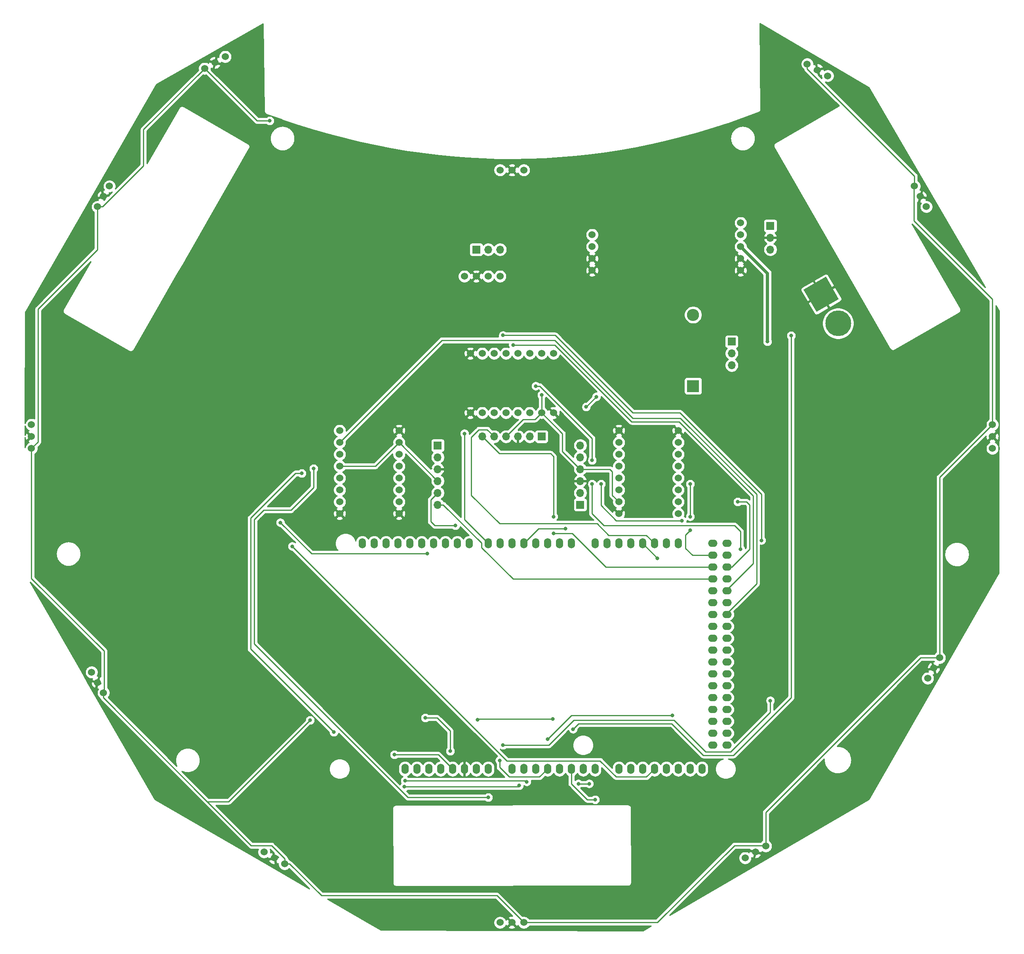
<source format=gbr>
G04 #@! TF.GenerationSoftware,KiCad,Pcbnew,(5.1.6)-1*
G04 #@! TF.CreationDate,2021-01-10T23:04:01+01:00*
G04 #@! TF.ProjectId,Robocup_PCB,526f626f-6375-4705-9f50-43422e6b6963,v1*
G04 #@! TF.SameCoordinates,Original*
G04 #@! TF.FileFunction,Copper,L2,Bot*
G04 #@! TF.FilePolarity,Positive*
%FSLAX46Y46*%
G04 Gerber Fmt 4.6, Leading zero omitted, Abs format (unit mm)*
G04 Created by KiCad (PCBNEW (5.1.6)-1) date 2021-01-10 23:04:01*
%MOMM*%
%LPD*%
G01*
G04 APERTURE LIST*
G04 #@! TA.AperFunction,ComponentPad*
%ADD10O,2.600000X2.600000*%
G04 #@! TD*
G04 #@! TA.AperFunction,ComponentPad*
%ADD11R,2.600000X2.600000*%
G04 #@! TD*
G04 #@! TA.AperFunction,ComponentPad*
%ADD12C,1.524000*%
G04 #@! TD*
G04 #@! TA.AperFunction,ComponentPad*
%ADD13O,1.700000X1.700000*%
G04 #@! TD*
G04 #@! TA.AperFunction,ComponentPad*
%ADD14R,1.700000X1.700000*%
G04 #@! TD*
G04 #@! TA.AperFunction,ComponentPad*
%ADD15O,1.524000X2.197100*%
G04 #@! TD*
G04 #@! TA.AperFunction,ComponentPad*
%ADD16O,1.998980X1.536700*%
G04 #@! TD*
G04 #@! TA.AperFunction,ComponentPad*
%ADD17O,1.998980X1.539240*%
G04 #@! TD*
G04 #@! TA.AperFunction,ComponentPad*
%ADD18O,1.524000X2.199640*%
G04 #@! TD*
G04 #@! TA.AperFunction,ComponentPad*
%ADD19C,5.516000*%
G04 #@! TD*
G04 #@! TA.AperFunction,ComponentPad*
%ADD20C,0.100000*%
G04 #@! TD*
G04 #@! TA.AperFunction,ViaPad*
%ADD21C,0.800000*%
G04 #@! TD*
G04 #@! TA.AperFunction,Conductor*
%ADD22C,0.254000*%
G04 #@! TD*
G04 #@! TA.AperFunction,Conductor*
%ADD23C,0.716000*%
G04 #@! TD*
G04 APERTURE END LIST*
D10*
X255905000Y-100965000D03*
D11*
X255905000Y-116205000D03*
D12*
X219710000Y-69995000D03*
X217170000Y-69995000D03*
X214630000Y-69995000D03*
X284702205Y-49825721D03*
X282502500Y-48555721D03*
X280302795Y-47285721D03*
X305774279Y-77837205D03*
X304504279Y-75637500D03*
X303234279Y-73437795D03*
X319895000Y-129540000D03*
X319895000Y-127000000D03*
X319895000Y-124460000D03*
X306070000Y-178729705D03*
X307340000Y-176530000D03*
X308610000Y-174330295D03*
X267040295Y-217170000D03*
X269240000Y-215900000D03*
X271439705Y-214630000D03*
X214630000Y-230995000D03*
X217170000Y-230995000D03*
X219710000Y-230995000D03*
X164170295Y-215900000D03*
X166370000Y-217170000D03*
X168569705Y-218440000D03*
X127295721Y-177432795D03*
X128565721Y-179632500D03*
X129835721Y-181832205D03*
X114445000Y-124460000D03*
X114445000Y-127000000D03*
X114445000Y-129540000D03*
X131105721Y-73437795D03*
X129835721Y-75637500D03*
X128565721Y-77837205D03*
X155869705Y-45720000D03*
X153670000Y-46990000D03*
X151470295Y-48260000D03*
D13*
X231775000Y-128905000D03*
X231775000Y-131445000D03*
X231775000Y-133985000D03*
X231775000Y-136525000D03*
X231775000Y-139065000D03*
D14*
X231775000Y-141605000D03*
D13*
X210820000Y-127000000D03*
X213360000Y-127000000D03*
X215900000Y-127000000D03*
X218440000Y-127000000D03*
X220980000Y-127000000D03*
D14*
X223520000Y-127000000D03*
D13*
X201295000Y-141605000D03*
X201295000Y-139065000D03*
X201295000Y-136525000D03*
X201295000Y-133985000D03*
X201295000Y-131445000D03*
D14*
X201295000Y-128905000D03*
D15*
X185166000Y-149860000D03*
X187706000Y-149860000D03*
X190246000Y-149860000D03*
X192786000Y-149860000D03*
X195326000Y-149860000D03*
X197866000Y-149860000D03*
X200406000Y-149860000D03*
X202946000Y-149860000D03*
X205486000Y-149860000D03*
X208026000Y-149860000D03*
X212090000Y-149860000D03*
X214630000Y-149860000D03*
X217170000Y-149860000D03*
X219710000Y-149860000D03*
X222250000Y-149860000D03*
X224790000Y-149860000D03*
X227330000Y-149860000D03*
X229870000Y-149860000D03*
X234950000Y-149860000D03*
X237490000Y-149860000D03*
X240030000Y-149860000D03*
X242570000Y-149860000D03*
X245110000Y-149860000D03*
X247650000Y-149860000D03*
X250190000Y-149860000D03*
X252730000Y-149860000D03*
D16*
X263136380Y-149860000D03*
X263136380Y-152400000D03*
X263136380Y-154940000D03*
X263136380Y-157480000D03*
X263136380Y-160020000D03*
X263136380Y-162560000D03*
X263136380Y-165100000D03*
X263136380Y-167640000D03*
X263136380Y-170180000D03*
X263136380Y-172720000D03*
X263136380Y-175260000D03*
X263136380Y-177800000D03*
X263136380Y-180340000D03*
X263136380Y-182880000D03*
X263136380Y-185420000D03*
X263136380Y-187960000D03*
X263136380Y-190500000D03*
X263136380Y-193040000D03*
D17*
X260101080Y-149860000D03*
X260101080Y-152400000D03*
X260101080Y-154940000D03*
X260101080Y-157480000D03*
X260101080Y-160020000D03*
X260101080Y-162560000D03*
X260101080Y-165100000D03*
X260101080Y-167640000D03*
X260101080Y-170180000D03*
X260101080Y-172720000D03*
X260101080Y-175260000D03*
X260101080Y-177800000D03*
X260101080Y-180340000D03*
X260101080Y-182880000D03*
X260101080Y-185420000D03*
X260101080Y-187960000D03*
X260101080Y-190500000D03*
X260101080Y-193040000D03*
D15*
X257810000Y-198120000D03*
X255270000Y-198120000D03*
X252730000Y-198120000D03*
X250190000Y-198120000D03*
X247650000Y-198120000D03*
D18*
X245110000Y-198120000D03*
X242570000Y-198120000D03*
X240030000Y-198120000D03*
X234950000Y-198120000D03*
X232410000Y-198120000D03*
X229870000Y-198120000D03*
X227330000Y-198120000D03*
X224790000Y-198120000D03*
X222250000Y-198120000D03*
X219710000Y-198120000D03*
X217170000Y-198120000D03*
X212090000Y-198120000D03*
X209550000Y-198120000D03*
X207010000Y-198120000D03*
X204470000Y-198120000D03*
X201930000Y-198120000D03*
X199390000Y-198120000D03*
X196850000Y-198120000D03*
X194310000Y-198120000D03*
D19*
X286915000Y-102812691D03*
G04 #@! TA.AperFunction,ComponentPad*
D20*
G36*
X279547502Y-95567811D02*
G01*
X284324498Y-92809811D01*
X287082498Y-97586807D01*
X282305502Y-100344807D01*
X279547502Y-95567811D01*
G37*
G04 #@! TD.AperFunction*
D13*
X214630000Y-86995000D03*
X212090000Y-86995000D03*
D14*
X209550000Y-86995000D03*
D12*
X240030000Y-143510000D03*
X240030000Y-140970000D03*
X240030000Y-138430000D03*
X240030000Y-135890000D03*
X240030000Y-133350000D03*
X240030000Y-130810000D03*
X240030000Y-128270000D03*
X240030000Y-125730000D03*
X252730000Y-125730000D03*
X252730000Y-128270000D03*
X252730000Y-130810000D03*
X252730000Y-133350000D03*
X252730000Y-135890000D03*
X252730000Y-138430000D03*
X252730000Y-140970000D03*
X252730000Y-143510000D03*
X226060000Y-121920000D03*
X223520000Y-121920000D03*
X220980000Y-121920000D03*
X218440000Y-121920000D03*
X215900000Y-121920000D03*
X213360000Y-121920000D03*
X210820000Y-121920000D03*
X208280000Y-121920000D03*
X208280000Y-109220000D03*
X210820000Y-109220000D03*
X213360000Y-109220000D03*
X215900000Y-109220000D03*
X218440000Y-109220000D03*
X220980000Y-109220000D03*
X223520000Y-109220000D03*
X226060000Y-109220000D03*
X207010000Y-92710000D03*
X209550000Y-92710000D03*
X212090000Y-92710000D03*
X214630000Y-92710000D03*
X234315000Y-83820000D03*
X234315000Y-86360000D03*
X234315000Y-88900000D03*
X234315000Y-91440000D03*
X266065000Y-81280000D03*
X266065000Y-83820000D03*
X266065000Y-86360000D03*
X266065000Y-88900000D03*
X266065000Y-91440000D03*
X193040000Y-125730000D03*
X193040000Y-128270000D03*
X193040000Y-130810000D03*
X193040000Y-133350000D03*
X193040000Y-135890000D03*
X193040000Y-138430000D03*
X193040000Y-140970000D03*
X193040000Y-143510000D03*
X180340000Y-143510000D03*
X180340000Y-140970000D03*
X180340000Y-138430000D03*
X180340000Y-135890000D03*
X180340000Y-133350000D03*
X180340000Y-130810000D03*
X180340000Y-128270000D03*
X180340000Y-125730000D03*
D13*
X272415000Y-86995000D03*
X272415000Y-84455000D03*
D14*
X272415000Y-81915000D03*
X264160000Y-106680000D03*
D13*
X264160000Y-109220000D03*
X264160000Y-111760000D03*
D21*
X198374000Y-136398000D03*
X212090000Y-204216000D03*
X174752000Y-133858000D03*
X218694000Y-201687000D03*
X194148755Y-201949963D03*
X209804000Y-187579000D03*
X225933000Y-187452000D03*
X230251000Y-189611000D03*
X276860000Y-105410000D03*
X220345000Y-200873830D03*
X194310000Y-200660000D03*
X215265000Y-193040000D03*
X272415000Y-183515000D03*
X214538801Y-196306199D03*
X224790000Y-191770000D03*
X251460000Y-186690000D03*
X231383000Y-201295000D03*
X233680000Y-201295000D03*
X234950000Y-204713000D03*
X199069069Y-152085931D03*
X167640000Y-145415000D03*
X170180000Y-150495000D03*
X203962000Y-194310000D03*
X198628000Y-187198000D03*
X173990000Y-187706000D03*
X165354000Y-59436000D03*
X192024000Y-195072000D03*
X179070000Y-190246000D03*
X172212000Y-134874000D03*
X223520000Y-118122000D03*
X248285000Y-153035000D03*
X253551210Y-145023000D03*
X236220000Y-137160000D03*
X255270000Y-147077000D03*
X255270000Y-144145000D03*
X255270000Y-137160000D03*
X235204541Y-118490459D03*
X233045000Y-120650000D03*
X226060000Y-147712000D03*
X226060000Y-144145000D03*
X205105000Y-146050000D03*
X270510000Y-149225000D03*
X215265000Y-105352198D03*
X217413000Y-107406199D03*
X266065000Y-151130000D03*
X234315000Y-132080000D03*
X234315000Y-137160000D03*
X222250000Y-116205000D03*
X265430000Y-140970000D03*
X228600000Y-146685000D03*
X207010000Y-126365000D03*
X271780000Y-106680000D03*
D22*
X198374000Y-138176000D02*
X198374000Y-136398000D01*
X193040000Y-143510000D02*
X198374000Y-138176000D01*
X194894830Y-204216000D02*
X212090000Y-204216000D01*
X162052000Y-144780000D02*
X162052000Y-171373170D01*
X162052000Y-171373170D02*
X194894830Y-204216000D01*
X162814000Y-144018000D02*
X162052000Y-144780000D01*
X164084000Y-142748000D02*
X162814000Y-144018000D01*
X165608000Y-142748000D02*
X164084000Y-142748000D01*
X169926000Y-142748000D02*
X165608000Y-142748000D01*
X174752000Y-137922000D02*
X169926000Y-142748000D01*
X174752000Y-133858000D02*
X174752000Y-137922000D01*
X251336011Y-188471011D02*
X231390989Y-188471011D01*
X258055640Y-195190640D02*
X251336011Y-188471011D01*
X276860000Y-105410000D02*
X276860000Y-182880000D01*
X264549360Y-195190640D02*
X258055640Y-195190640D01*
X276860000Y-182880000D02*
X264549360Y-195190640D01*
X231390989Y-188471011D02*
X230251000Y-189611000D01*
X218431037Y-201949963D02*
X218694000Y-201687000D01*
X194148755Y-201949963D02*
X218431037Y-201949963D01*
X209931000Y-187452000D02*
X209804000Y-187579000D01*
X225933000Y-187452000D02*
X209931000Y-187452000D01*
X220131170Y-200660000D02*
X220345000Y-200873830D01*
X194310000Y-200660000D02*
X220131170Y-200660000D01*
X230362961Y-187717001D02*
X225039962Y-193040000D01*
X251067999Y-187717001D02*
X230362961Y-187717001D01*
X225039962Y-193040000D02*
X215265000Y-193040000D01*
X258571630Y-194436630D02*
X251852001Y-187717001D01*
X251852001Y-187717001D02*
X251067999Y-187717001D01*
X272415000Y-185965857D02*
X263944227Y-194436630D01*
X272415000Y-183515000D02*
X272415000Y-185965857D01*
X263944227Y-194436630D02*
X258571630Y-194436630D01*
X214538801Y-196306199D02*
X214538801Y-197790977D01*
X223063170Y-199846830D02*
X224790000Y-198120000D01*
X214538801Y-197790977D02*
X216594654Y-199846830D01*
X216594654Y-199846830D02*
X223063170Y-199846830D01*
X224790000Y-191770000D02*
X224790000Y-191770000D01*
X229870000Y-186690000D02*
X224790000Y-191770000D01*
X251460000Y-186690000D02*
X229870000Y-186690000D01*
X233680000Y-201295000D02*
X231383000Y-201295000D01*
X233288000Y-204713000D02*
X229870000Y-201295000D01*
X229870000Y-201295000D02*
X229870000Y-198120000D01*
X234950000Y-204713000D02*
X233288000Y-204713000D01*
X199069069Y-152085931D02*
X199075931Y-152085931D01*
X167640000Y-145415000D02*
X174310931Y-152085931D01*
X174310931Y-152085931D02*
X199069069Y-152085931D01*
X170180000Y-150495000D02*
X216078170Y-196393170D01*
X216078170Y-196393170D02*
X236000994Y-196393170D01*
X236000994Y-196393170D02*
X239454654Y-199846830D01*
X239454654Y-199846830D02*
X245923170Y-199846830D01*
X245923170Y-199846830D02*
X247650000Y-198120000D01*
X203962000Y-189992000D02*
X203962000Y-194310000D01*
X201168000Y-187198000D02*
X203962000Y-189992000D01*
X198628000Y-187198000D02*
X201168000Y-187198000D01*
X129835721Y-182909835D02*
X152024943Y-205099057D01*
X152024943Y-205099057D02*
X161436885Y-214510999D01*
X156596943Y-205099057D02*
X173990000Y-187706000D01*
X152024943Y-205099057D02*
X156596943Y-205099057D01*
X303234279Y-73437795D02*
X303234279Y-71260582D01*
X303234279Y-71260582D02*
X280302795Y-48329098D01*
X280302795Y-48329098D02*
X280302795Y-47285721D01*
X319895000Y-124460000D02*
X319895000Y-97640356D01*
X303115278Y-80860634D02*
X303115278Y-73556796D01*
X319895000Y-97640356D02*
X303115278Y-80860634D01*
X303115278Y-73556796D02*
X303234279Y-73437795D01*
X308610000Y-174330295D02*
X308610000Y-135745000D01*
X308610000Y-135745000D02*
X319895000Y-124460000D01*
X271439705Y-214630000D02*
X271439705Y-207426153D01*
X271439705Y-207426153D02*
X304535563Y-174330295D01*
X304535563Y-174330295D02*
X308610000Y-174330295D01*
X219710000Y-230995000D02*
X248256978Y-230995000D01*
X264740979Y-214510999D02*
X271320704Y-214510999D01*
X248256978Y-230995000D02*
X264740979Y-214510999D01*
X271320704Y-214510999D02*
X271439705Y-214630000D01*
X168569705Y-218440000D02*
X169647335Y-218440000D01*
X169647335Y-218440000D02*
X176432150Y-225224815D01*
X176432150Y-225224815D02*
X213939815Y-225224815D01*
X213939815Y-225224815D02*
X219710000Y-230995000D01*
X129835721Y-181832205D02*
X129835721Y-182909835D01*
X165766721Y-214510999D02*
X168569705Y-217313983D01*
X168569705Y-217313983D02*
X168569705Y-218440000D01*
X161436885Y-214510999D02*
X165766721Y-214510999D01*
X114445000Y-157371000D02*
X129954722Y-172880722D01*
X129954722Y-172880722D02*
X129954722Y-181713204D01*
X129954722Y-181713204D02*
X129835721Y-181832205D01*
X114445000Y-129540000D02*
X114445000Y-157371000D01*
X128565721Y-77837205D02*
X128565721Y-87028199D01*
X128565721Y-87028199D02*
X115834001Y-99759919D01*
X115834001Y-99759919D02*
X115834001Y-128150999D01*
X115834001Y-128150999D02*
X114445000Y-129540000D01*
X151470295Y-48260000D02*
X138401391Y-61328904D01*
X138401391Y-61328904D02*
X138401391Y-69079165D01*
X138401391Y-69079165D02*
X129643351Y-77837205D01*
X129643351Y-77837205D02*
X128565721Y-77837205D01*
X165354000Y-59436000D02*
X162646295Y-59436000D01*
X162646295Y-59436000D02*
X151470295Y-48260000D01*
X192024000Y-195072000D02*
X201422000Y-195072000D01*
X201422000Y-195072000D02*
X204470000Y-198120000D01*
X170891669Y-134874000D02*
X161297990Y-144467679D01*
X172212000Y-134874000D02*
X170891669Y-134874000D01*
X161297990Y-144467679D02*
X161297990Y-172473990D01*
X161297990Y-172473990D02*
X179070000Y-190246000D01*
X238125000Y-133985000D02*
X238640999Y-134500999D01*
X231775000Y-133985000D02*
X238125000Y-133985000D01*
X238640999Y-134500999D02*
X238640999Y-139580999D01*
X238640999Y-139580999D02*
X240030000Y-140970000D01*
X193040000Y-128270000D02*
X201295000Y-136525000D01*
X180340000Y-133350000D02*
X187960000Y-133350000D01*
X187960000Y-133350000D02*
X193040000Y-128270000D01*
X223520000Y-121920000D02*
X222130999Y-123309001D01*
X222130999Y-123309001D02*
X219590999Y-123309001D01*
X219590999Y-123309001D02*
X215900000Y-127000000D01*
X227965000Y-126365000D02*
X227965000Y-130175000D01*
X227965000Y-130175000D02*
X231775000Y-133985000D01*
X223520000Y-121920000D02*
X227965000Y-126365000D01*
X223520000Y-118122000D02*
X223520000Y-121920000D01*
X248285000Y-153035000D02*
X245110000Y-149860000D01*
X236220000Y-141755722D02*
X239470579Y-145006301D01*
X253534511Y-145006301D02*
X253551210Y-145023000D01*
X236220000Y-137160000D02*
X236220000Y-141755722D01*
X239470579Y-145006301D02*
X253534511Y-145006301D01*
X255270000Y-147077000D02*
X254314069Y-148032931D01*
X254314069Y-150928448D02*
X255785621Y-152400000D01*
X254314069Y-148032931D02*
X254314069Y-150928448D01*
X255785621Y-152400000D02*
X260350000Y-152400000D01*
X255270000Y-137160000D02*
X255270000Y-144145000D01*
X233045000Y-120650000D02*
X235204541Y-118490459D01*
X213360000Y-127000000D02*
X211882999Y-125522999D01*
X211882999Y-125522999D02*
X210111039Y-125522999D01*
X210111039Y-125522999D02*
X208493013Y-127141025D01*
X214524103Y-145657999D02*
X235396669Y-145657999D01*
X208493013Y-127141025D02*
X208493013Y-139626909D01*
X208493013Y-139626909D02*
X214524103Y-145657999D01*
X235396669Y-145657999D02*
X237873110Y-148134440D01*
X237873110Y-148134440D02*
X245924440Y-148134440D01*
X245924440Y-148134440D02*
X247650000Y-149860000D01*
X226060000Y-147712000D02*
X230022906Y-147712000D01*
X237250906Y-154940000D02*
X260350000Y-154940000D01*
X230022906Y-147712000D02*
X237250906Y-154940000D01*
X214492439Y-130672439D02*
X225447483Y-130672439D01*
X210820000Y-127000000D02*
X214492439Y-130672439D01*
X225447483Y-130672439D02*
X226060000Y-131284956D01*
X226060000Y-131284956D02*
X226060000Y-144145000D01*
X201295000Y-141605000D02*
X202497081Y-141605000D01*
X210700990Y-149808909D02*
X210700990Y-150771896D01*
X202497081Y-141605000D02*
X210700990Y-149808909D01*
X210700990Y-150771896D02*
X217409094Y-157480000D01*
X217409094Y-157480000D02*
X260350000Y-157480000D01*
X200660000Y-146050000D02*
X205105000Y-146050000D01*
X199817999Y-145207999D02*
X200660000Y-146050000D01*
X201295000Y-139065000D02*
X199817999Y-140542001D01*
X199817999Y-140542001D02*
X199817999Y-145207999D01*
X243033042Y-123070990D02*
X253193043Y-123070990D01*
X253193043Y-123070990D02*
X269478020Y-139355967D01*
X269478020Y-139355967D02*
X269478020Y-158511980D01*
X269478020Y-158511980D02*
X262890000Y-165100000D01*
X226341250Y-106379198D02*
X243033042Y-123070990D01*
X180340000Y-128270000D02*
X202230802Y-106379198D01*
X202230802Y-106379198D02*
X226341250Y-106379198D01*
X270510000Y-139321617D02*
X270510000Y-149225000D01*
X242997211Y-121920000D02*
X253108383Y-121920000D01*
X253108383Y-121920000D02*
X270510000Y-139321617D01*
X226429409Y-105352198D02*
X242997211Y-121920000D01*
X215265000Y-105352198D02*
X226429409Y-105352198D01*
X242720722Y-123825000D02*
X252880722Y-123825000D01*
X252880722Y-123825000D02*
X268724010Y-139668288D01*
X268724010Y-154185990D02*
X262890000Y-160020000D01*
X268724010Y-139668288D02*
X268724010Y-154185990D01*
X217413000Y-107406199D02*
X226301921Y-107406199D01*
X226301921Y-107406199D02*
X242720722Y-123825000D01*
X266065000Y-147320000D02*
X266065000Y-151130000D01*
X264795000Y-146050000D02*
X266065000Y-147320000D01*
X263525000Y-146050000D02*
X264795000Y-146050000D01*
X236855000Y-146050000D02*
X263525000Y-146050000D01*
X234315000Y-143510000D02*
X236855000Y-146050000D01*
X223122962Y-116205000D02*
X234315000Y-127397038D01*
X234315000Y-137160000D02*
X234315000Y-143510000D01*
X234315000Y-127397038D02*
X234315000Y-132080000D01*
X222250000Y-116205000D02*
X223122962Y-116205000D01*
X265430000Y-140970000D02*
X267335000Y-140970000D01*
X267970000Y-141605000D02*
X267970000Y-151130000D01*
X267335000Y-140970000D02*
X267970000Y-141605000D01*
X267970000Y-151130000D02*
X264160000Y-154940000D01*
X264160000Y-154940000D02*
X262890000Y-154940000D01*
X228600000Y-146685000D02*
X222885000Y-146685000D01*
X222885000Y-146685000D02*
X219710000Y-149860000D01*
X207010000Y-126365000D02*
X207010000Y-144780000D01*
X207010000Y-144780000D02*
X212090000Y-149860000D01*
D23*
X271780000Y-106680000D02*
X271780000Y-92075000D01*
X271780000Y-92075000D02*
X266065000Y-86360000D01*
D22*
G36*
X217236976Y-229599606D02*
G01*
X217097983Y-229593090D01*
X216825867Y-229634078D01*
X216566977Y-229727364D01*
X216451020Y-229789344D01*
X216384040Y-230029435D01*
X217170000Y-230815395D01*
X217184143Y-230801253D01*
X217363748Y-230980858D01*
X217349605Y-230995000D01*
X218135565Y-231780960D01*
X218375656Y-231713980D01*
X218439485Y-231578240D01*
X218471995Y-231656727D01*
X218624880Y-231885535D01*
X218819465Y-232080120D01*
X219048273Y-232233005D01*
X219302510Y-232338314D01*
X219572408Y-232392000D01*
X219847592Y-232392000D01*
X220117490Y-232338314D01*
X220371727Y-232233005D01*
X220600535Y-232080120D01*
X220795120Y-231885535D01*
X220881005Y-231757000D01*
X246934977Y-231757000D01*
X245236655Y-232747794D01*
X189130503Y-232560129D01*
X186186584Y-230857408D01*
X213233000Y-230857408D01*
X213233000Y-231132592D01*
X213286686Y-231402490D01*
X213391995Y-231656727D01*
X213544880Y-231885535D01*
X213739465Y-232080120D01*
X213968273Y-232233005D01*
X214222510Y-232338314D01*
X214492408Y-232392000D01*
X214767592Y-232392000D01*
X215037490Y-232338314D01*
X215291727Y-232233005D01*
X215520535Y-232080120D01*
X215640090Y-231960565D01*
X216384040Y-231960565D01*
X216451020Y-232200656D01*
X216700048Y-232317756D01*
X216967135Y-232384023D01*
X217242017Y-232396910D01*
X217514133Y-232355922D01*
X217773023Y-232262636D01*
X217888980Y-232200656D01*
X217955960Y-231960565D01*
X217170000Y-231174605D01*
X216384040Y-231960565D01*
X215640090Y-231960565D01*
X215715120Y-231885535D01*
X215868005Y-231656727D01*
X215897692Y-231585057D01*
X215902364Y-231598023D01*
X215964344Y-231713980D01*
X216204435Y-231780960D01*
X216990395Y-230995000D01*
X216204435Y-230209040D01*
X215964344Y-230276020D01*
X215900515Y-230411760D01*
X215868005Y-230333273D01*
X215715120Y-230104465D01*
X215520535Y-229909880D01*
X215291727Y-229756995D01*
X215037490Y-229651686D01*
X214767592Y-229598000D01*
X214492408Y-229598000D01*
X214222510Y-229651686D01*
X213968273Y-229756995D01*
X213739465Y-229909880D01*
X213544880Y-230104465D01*
X213391995Y-230333273D01*
X213286686Y-230587510D01*
X213233000Y-230857408D01*
X186186584Y-230857408D01*
X177765570Y-225986815D01*
X213624185Y-225986815D01*
X217236976Y-229599606D01*
G37*
X217236976Y-229599606D02*
X217097983Y-229593090D01*
X216825867Y-229634078D01*
X216566977Y-229727364D01*
X216451020Y-229789344D01*
X216384040Y-230029435D01*
X217170000Y-230815395D01*
X217184143Y-230801253D01*
X217363748Y-230980858D01*
X217349605Y-230995000D01*
X218135565Y-231780960D01*
X218375656Y-231713980D01*
X218439485Y-231578240D01*
X218471995Y-231656727D01*
X218624880Y-231885535D01*
X218819465Y-232080120D01*
X219048273Y-232233005D01*
X219302510Y-232338314D01*
X219572408Y-232392000D01*
X219847592Y-232392000D01*
X220117490Y-232338314D01*
X220371727Y-232233005D01*
X220600535Y-232080120D01*
X220795120Y-231885535D01*
X220881005Y-231757000D01*
X246934977Y-231757000D01*
X245236655Y-232747794D01*
X189130503Y-232560129D01*
X186186584Y-230857408D01*
X213233000Y-230857408D01*
X213233000Y-231132592D01*
X213286686Y-231402490D01*
X213391995Y-231656727D01*
X213544880Y-231885535D01*
X213739465Y-232080120D01*
X213968273Y-232233005D01*
X214222510Y-232338314D01*
X214492408Y-232392000D01*
X214767592Y-232392000D01*
X215037490Y-232338314D01*
X215291727Y-232233005D01*
X215520535Y-232080120D01*
X215640090Y-231960565D01*
X216384040Y-231960565D01*
X216451020Y-232200656D01*
X216700048Y-232317756D01*
X216967135Y-232384023D01*
X217242017Y-232396910D01*
X217514133Y-232355922D01*
X217773023Y-232262636D01*
X217888980Y-232200656D01*
X217955960Y-231960565D01*
X217170000Y-231174605D01*
X216384040Y-231960565D01*
X215640090Y-231960565D01*
X215715120Y-231885535D01*
X215868005Y-231656727D01*
X215897692Y-231585057D01*
X215902364Y-231598023D01*
X215964344Y-231713980D01*
X216204435Y-231780960D01*
X216990395Y-230995000D01*
X216204435Y-230209040D01*
X215964344Y-230276020D01*
X215900515Y-230411760D01*
X215868005Y-230333273D01*
X215715120Y-230104465D01*
X215520535Y-229909880D01*
X215291727Y-229756995D01*
X215037490Y-229651686D01*
X214767592Y-229598000D01*
X214492408Y-229598000D01*
X214222510Y-229651686D01*
X213968273Y-229756995D01*
X213739465Y-229909880D01*
X213544880Y-230104465D01*
X213391995Y-230333273D01*
X213286686Y-230587510D01*
X213233000Y-230857408D01*
X186186584Y-230857408D01*
X177765570Y-225986815D01*
X213624185Y-225986815D01*
X217236976Y-229599606D01*
G36*
X293487723Y-52307020D02*
G01*
X318370520Y-95038245D01*
X303877278Y-80545004D01*
X303877278Y-76866684D01*
X304306400Y-76866684D01*
X304484452Y-77041119D01*
X304634497Y-77028477D01*
X304536274Y-77175478D01*
X304430965Y-77429715D01*
X304377279Y-77699613D01*
X304377279Y-77974797D01*
X304430965Y-78244695D01*
X304536274Y-78498932D01*
X304689159Y-78727740D01*
X304883744Y-78922325D01*
X305112552Y-79075210D01*
X305366789Y-79180519D01*
X305636687Y-79234205D01*
X305911871Y-79234205D01*
X306181769Y-79180519D01*
X306436006Y-79075210D01*
X306664814Y-78922325D01*
X306859399Y-78727740D01*
X307012284Y-78498932D01*
X307117593Y-78244695D01*
X307171279Y-77974797D01*
X307171279Y-77699613D01*
X307117593Y-77429715D01*
X307012284Y-77175478D01*
X306859399Y-76946670D01*
X306664814Y-76752085D01*
X306436006Y-76599200D01*
X306181769Y-76493891D01*
X305911871Y-76440205D01*
X305654915Y-76440205D01*
X305660331Y-76433793D01*
X305729762Y-76322139D01*
X305667723Y-76080724D01*
X304929233Y-75882846D01*
X304698028Y-75651641D01*
X304518420Y-75831249D01*
X304570019Y-75882848D01*
X304306400Y-76866684D01*
X303877278Y-76866684D01*
X303877278Y-76848171D01*
X304061055Y-76800944D01*
X304258933Y-76062454D01*
X304490138Y-75831249D01*
X304310530Y-75651641D01*
X304258931Y-75703240D01*
X303877278Y-75600976D01*
X303877278Y-75338015D01*
X304079324Y-75392153D01*
X304310530Y-75623359D01*
X304386192Y-75547697D01*
X304659822Y-75547697D01*
X305733463Y-75835379D01*
X305907898Y-75657327D01*
X305884795Y-75383113D01*
X305808641Y-75118675D01*
X305682360Y-74874176D01*
X305510806Y-74659011D01*
X305300572Y-74481448D01*
X305188918Y-74412017D01*
X304947503Y-74474056D01*
X304659822Y-75547697D01*
X304386192Y-75547697D01*
X304490138Y-75443751D01*
X304438539Y-75392152D01*
X304702158Y-74408316D01*
X304524106Y-74233881D01*
X304374061Y-74246523D01*
X304472284Y-74099522D01*
X304577593Y-73845285D01*
X304631279Y-73575387D01*
X304631279Y-73300203D01*
X304577593Y-73030305D01*
X304472284Y-72776068D01*
X304319399Y-72547260D01*
X304124814Y-72352675D01*
X303996279Y-72266790D01*
X303996279Y-71298005D01*
X303999965Y-71260582D01*
X303994063Y-71200656D01*
X303985253Y-71111204D01*
X303941681Y-70967567D01*
X303897834Y-70885535D01*
X303870924Y-70835189D01*
X303826419Y-70780960D01*
X303775701Y-70719160D01*
X303746625Y-70695298D01*
X284167786Y-51116459D01*
X284294715Y-51169035D01*
X284564613Y-51222721D01*
X284839797Y-51222721D01*
X285109695Y-51169035D01*
X285363932Y-51063726D01*
X285592740Y-50910841D01*
X285787325Y-50716256D01*
X285940210Y-50487448D01*
X286045519Y-50233211D01*
X286099205Y-49963313D01*
X286099205Y-49688129D01*
X286045519Y-49418231D01*
X285940210Y-49163994D01*
X285787325Y-48935186D01*
X285592740Y-48740601D01*
X285363932Y-48587716D01*
X285109695Y-48482407D01*
X284839797Y-48428721D01*
X284564613Y-48428721D01*
X284294715Y-48482407D01*
X284040478Y-48587716D01*
X283899150Y-48682148D01*
X283901817Y-48667305D01*
X283906119Y-48535894D01*
X283731684Y-48357842D01*
X282747848Y-48621461D01*
X282696249Y-48569862D01*
X282516641Y-48749470D01*
X282747846Y-48980675D01*
X282945724Y-49719165D01*
X283187139Y-49781204D01*
X283305205Y-49699098D01*
X283305205Y-49963313D01*
X283358891Y-50233211D01*
X283411467Y-50360140D01*
X282650653Y-49599326D01*
X282436760Y-48801069D01*
X282488359Y-48749470D01*
X282308751Y-48569862D01*
X282077546Y-48801067D01*
X281899974Y-48848647D01*
X281692584Y-48641257D01*
X282257152Y-48489981D01*
X282308751Y-48541580D01*
X282488359Y-48361972D01*
X282257154Y-48130767D01*
X282059276Y-47392277D01*
X281817861Y-47330238D01*
X281699795Y-47412344D01*
X281699795Y-47326537D01*
X282304621Y-47326537D01*
X282592303Y-48400178D01*
X283665944Y-48112497D01*
X283727983Y-47871082D01*
X283570869Y-47645157D01*
X283372698Y-47454225D01*
X283141086Y-47305623D01*
X282884934Y-47205061D01*
X282614084Y-47156404D01*
X282482673Y-47152102D01*
X282304621Y-47326537D01*
X281699795Y-47326537D01*
X281699795Y-47148129D01*
X281646109Y-46878231D01*
X281540800Y-46623994D01*
X281387915Y-46395186D01*
X281193330Y-46200601D01*
X280964522Y-46047716D01*
X280710285Y-45942407D01*
X280440387Y-45888721D01*
X280165203Y-45888721D01*
X279895305Y-45942407D01*
X279641068Y-46047716D01*
X279412260Y-46200601D01*
X279217675Y-46395186D01*
X279064790Y-46623994D01*
X278959481Y-46878231D01*
X278905795Y-47148129D01*
X278905795Y-47423313D01*
X278959481Y-47693211D01*
X279064790Y-47947448D01*
X279217675Y-48176256D01*
X279412260Y-48370841D01*
X279550305Y-48463080D01*
X279551821Y-48478475D01*
X279595393Y-48622112D01*
X279607907Y-48645524D01*
X279666150Y-48754490D01*
X279705778Y-48802776D01*
X279761373Y-48870520D01*
X279790449Y-48894382D01*
X287136783Y-56240716D01*
X273546223Y-64101930D01*
X273514141Y-64116382D01*
X273483711Y-64138088D01*
X273482766Y-64138635D01*
X273454441Y-64158968D01*
X273396273Y-64200460D01*
X273395515Y-64201266D01*
X273394622Y-64201907D01*
X273346004Y-64253899D01*
X273297073Y-64305917D01*
X273296489Y-64306852D01*
X273295735Y-64307658D01*
X273258171Y-64368175D01*
X273220352Y-64428701D01*
X273219960Y-64429735D01*
X273219380Y-64430670D01*
X273194348Y-64497342D01*
X273169060Y-64564093D01*
X273168878Y-64565180D01*
X273168490Y-64566214D01*
X273156930Y-64636586D01*
X273145167Y-64706890D01*
X273145201Y-64707993D01*
X273145022Y-64709081D01*
X273147408Y-64780205D01*
X273149591Y-64851604D01*
X273149839Y-64852678D01*
X273149876Y-64853781D01*
X273166144Y-64923294D01*
X273182163Y-64992675D01*
X273182615Y-64993679D01*
X273182867Y-64994755D01*
X273212362Y-65059712D01*
X273226729Y-65091603D01*
X273227275Y-65092553D01*
X273242727Y-65126583D01*
X273263243Y-65155163D01*
X297990886Y-108199326D01*
X298006335Y-108233348D01*
X298047656Y-108290913D01*
X298089315Y-108349314D01*
X298090124Y-108350075D01*
X298090763Y-108350965D01*
X298142586Y-108399425D01*
X298194772Y-108448514D01*
X298195710Y-108449100D01*
X298196514Y-108449852D01*
X298256956Y-108487369D01*
X298317557Y-108525235D01*
X298318591Y-108525627D01*
X298319526Y-108526207D01*
X298386198Y-108551239D01*
X298452949Y-108576527D01*
X298454036Y-108576709D01*
X298455070Y-108577097D01*
X298525276Y-108588629D01*
X298595746Y-108600421D01*
X298596854Y-108600387D01*
X298597937Y-108600565D01*
X298669029Y-108598180D01*
X298740461Y-108595996D01*
X298741535Y-108595748D01*
X298742637Y-108595711D01*
X298812114Y-108579452D01*
X298881531Y-108563424D01*
X298882535Y-108562972D01*
X298883611Y-108562720D01*
X298948534Y-108533240D01*
X299013537Y-108503957D01*
X299043967Y-108482251D01*
X312757667Y-100549810D01*
X312789741Y-100535361D01*
X312820163Y-100513660D01*
X312821116Y-100513109D01*
X312849664Y-100492617D01*
X312907609Y-100451283D01*
X312908365Y-100450480D01*
X312909260Y-100449837D01*
X312958035Y-100397676D01*
X313006809Y-100345826D01*
X313007391Y-100344894D01*
X313008147Y-100344086D01*
X313045804Y-100283418D01*
X313083530Y-100223042D01*
X313083921Y-100222010D01*
X313084502Y-100221074D01*
X313109576Y-100154290D01*
X313134822Y-100087650D01*
X313135004Y-100086564D01*
X313135392Y-100085530D01*
X313146961Y-100015103D01*
X313158715Y-99944853D01*
X313158681Y-99943751D01*
X313158860Y-99942663D01*
X313156470Y-99871410D01*
X313154291Y-99800138D01*
X313154043Y-99799064D01*
X313154006Y-99797962D01*
X313137756Y-99728522D01*
X313121719Y-99659067D01*
X313121266Y-99658062D01*
X313121015Y-99656988D01*
X313091577Y-99592157D01*
X313077153Y-99560139D01*
X313076605Y-99559185D01*
X313061155Y-99525160D01*
X313040641Y-99496582D01*
X302736007Y-81558993D01*
X319133001Y-97955988D01*
X319133000Y-123288995D01*
X319004465Y-123374880D01*
X318809880Y-123569465D01*
X318656995Y-123798273D01*
X318551686Y-124052510D01*
X318498000Y-124322408D01*
X318498000Y-124597592D01*
X318528159Y-124749210D01*
X308097649Y-135179721D01*
X308068579Y-135203578D01*
X308044722Y-135232648D01*
X308044721Y-135232649D01*
X307973355Y-135319608D01*
X307902599Y-135451985D01*
X307859027Y-135595622D01*
X307844314Y-135745000D01*
X307848001Y-135782433D01*
X307848000Y-173159290D01*
X307719465Y-173245175D01*
X307524880Y-173439760D01*
X307438995Y-173568295D01*
X304572985Y-173568295D01*
X304535562Y-173564609D01*
X304498139Y-173568295D01*
X304498137Y-173568295D01*
X304386185Y-173579321D01*
X304242548Y-173622893D01*
X304110171Y-173693650D01*
X303994141Y-173788873D01*
X303970284Y-173817943D01*
X270927354Y-206860874D01*
X270898284Y-206884731D01*
X270874427Y-206913801D01*
X270874426Y-206913802D01*
X270803060Y-207000761D01*
X270732304Y-207133138D01*
X270688732Y-207276775D01*
X270674019Y-207426153D01*
X270677706Y-207463586D01*
X270677705Y-213458995D01*
X270549170Y-213544880D01*
X270354585Y-213739465D01*
X270348215Y-213748999D01*
X264778402Y-213748999D01*
X264740979Y-213745313D01*
X264703556Y-213748999D01*
X264703553Y-213748999D01*
X264591601Y-213760025D01*
X264447964Y-213803597D01*
X264386343Y-213836534D01*
X264315586Y-213874354D01*
X264232883Y-213942227D01*
X264199557Y-213969577D01*
X264175700Y-213998647D01*
X247941348Y-230233000D01*
X220881005Y-230233000D01*
X220795120Y-230104465D01*
X220600535Y-229909880D01*
X220371727Y-229756995D01*
X220117490Y-229651686D01*
X219847592Y-229598000D01*
X219572408Y-229598000D01*
X219420790Y-229628159D01*
X214505099Y-224712469D01*
X214481237Y-224683393D01*
X214365207Y-224588170D01*
X214232830Y-224517413D01*
X214089193Y-224473841D01*
X213977241Y-224462815D01*
X213977238Y-224462815D01*
X213939815Y-224459129D01*
X213902392Y-224462815D01*
X176747781Y-224462815D01*
X170212619Y-217927654D01*
X170188757Y-217898578D01*
X170072727Y-217803355D01*
X169940350Y-217732598D01*
X169796713Y-217689026D01*
X169744651Y-217683898D01*
X169654825Y-217549465D01*
X169460240Y-217354880D01*
X169330907Y-217268463D01*
X169330055Y-217259803D01*
X169320679Y-217164605D01*
X169277107Y-217020968D01*
X169206351Y-216888592D01*
X169206350Y-216888590D01*
X169134984Y-216801631D01*
X169111127Y-216772561D01*
X169082058Y-216748705D01*
X166332005Y-213998653D01*
X166308143Y-213969577D01*
X166192113Y-213874354D01*
X166059736Y-213803597D01*
X165916099Y-213760025D01*
X165804147Y-213748999D01*
X165804144Y-213748999D01*
X165766721Y-213745313D01*
X165729298Y-213748999D01*
X161752516Y-213748999D01*
X154573945Y-206570428D01*
X191640466Y-206570428D01*
X191644072Y-206606526D01*
X191666106Y-222490198D01*
X191662600Y-222526310D01*
X191666206Y-222562403D01*
X191676791Y-222668358D01*
X191676992Y-222670375D01*
X191700933Y-222748901D01*
X191719211Y-222808857D01*
X191719213Y-222808861D01*
X191719214Y-222808864D01*
X191749578Y-222865481D01*
X191787638Y-222936450D01*
X191787642Y-222936456D01*
X191821445Y-222977528D01*
X191879642Y-223048240D01*
X191879645Y-223048242D01*
X191879647Y-223048245D01*
X191935610Y-223094042D01*
X191991688Y-223139934D01*
X191991694Y-223139938D01*
X192058690Y-223175628D01*
X192119469Y-223208007D01*
X192119472Y-223208008D01*
X192119476Y-223208010D01*
X192258082Y-223249844D01*
X192366077Y-223260328D01*
X192366078Y-223260328D01*
X192402179Y-223263833D01*
X192438279Y-223260227D01*
X241951379Y-223191069D01*
X241987481Y-223194574D01*
X242023582Y-223190968D01*
X242023588Y-223190968D01*
X242094026Y-223183932D01*
X242131546Y-223180184D01*
X242131547Y-223180184D01*
X242131553Y-223180183D01*
X242251915Y-223143488D01*
X242270036Y-223137963D01*
X242270037Y-223137963D01*
X242270042Y-223137961D01*
X242395504Y-223070675D01*
X242397628Y-223069536D01*
X242397629Y-223069535D01*
X242397633Y-223069533D01*
X242509423Y-222977528D01*
X242569463Y-222904160D01*
X242601112Y-222865487D01*
X242601116Y-222865481D01*
X242632289Y-222806964D01*
X242669185Y-222737705D01*
X242711021Y-222599099D01*
X242721506Y-222491105D01*
X242721506Y-222491095D01*
X242725011Y-222454989D01*
X242721406Y-222418901D01*
X242699372Y-206535211D01*
X242702877Y-206499107D01*
X242699272Y-206463021D01*
X242699272Y-206463014D01*
X242688487Y-206355049D01*
X242646267Y-206216559D01*
X242577840Y-206088967D01*
X242485836Y-205977177D01*
X242373790Y-205885483D01*
X242373784Y-205885479D01*
X242271222Y-205830842D01*
X242246009Y-205817410D01*
X242246006Y-205817409D01*
X242246002Y-205817407D01*
X242192581Y-205801284D01*
X242107403Y-205775574D01*
X242107396Y-205775573D01*
X242107395Y-205775573D01*
X242087158Y-205773608D01*
X241963299Y-205761583D01*
X241927192Y-205765190D01*
X192414109Y-205834348D01*
X192377997Y-205830842D01*
X192233932Y-205845233D01*
X192233931Y-205845233D01*
X192233925Y-205845234D01*
X192169935Y-205864743D01*
X192095442Y-205887453D01*
X191967850Y-205955880D01*
X191967844Y-205955884D01*
X191910322Y-206003226D01*
X191856060Y-206047884D01*
X191856058Y-206047887D01*
X191856055Y-206047889D01*
X191822444Y-206088961D01*
X191764366Y-206159930D01*
X191764362Y-206159936D01*
X191734201Y-206216553D01*
X191696293Y-206287711D01*
X191696292Y-206287714D01*
X191696290Y-206287718D01*
X191677733Y-206349201D01*
X191654457Y-206426317D01*
X191654456Y-206426322D01*
X191654456Y-206426324D01*
X191640466Y-206570428D01*
X154573945Y-206570428D01*
X153864573Y-205861057D01*
X156559520Y-205861057D01*
X156596943Y-205864743D01*
X156634366Y-205861057D01*
X156634369Y-205861057D01*
X156746321Y-205850031D01*
X156889958Y-205806459D01*
X157022335Y-205735702D01*
X157138365Y-205640479D01*
X157162227Y-205611403D01*
X164873653Y-197899977D01*
X178106070Y-197899977D01*
X178106070Y-198340023D01*
X178191919Y-198771613D01*
X178360317Y-199178163D01*
X178604793Y-199544047D01*
X178915953Y-199855207D01*
X179281837Y-200099683D01*
X179688387Y-200268081D01*
X180119977Y-200353930D01*
X180560023Y-200353930D01*
X180991613Y-200268081D01*
X181398163Y-200099683D01*
X181764047Y-199855207D01*
X182075207Y-199544047D01*
X182319683Y-199178163D01*
X182488081Y-198771613D01*
X182573930Y-198340023D01*
X182573930Y-197899977D01*
X182488081Y-197468387D01*
X182319683Y-197061837D01*
X182075207Y-196695953D01*
X181764047Y-196384793D01*
X181398163Y-196140317D01*
X180991613Y-195971919D01*
X180560023Y-195886070D01*
X180119977Y-195886070D01*
X179688387Y-195971919D01*
X179281837Y-196140317D01*
X178915953Y-196384793D01*
X178604793Y-196695953D01*
X178360317Y-197061837D01*
X178191919Y-197468387D01*
X178106070Y-197899977D01*
X164873653Y-197899977D01*
X174032631Y-188741000D01*
X174091939Y-188741000D01*
X174291898Y-188701226D01*
X174480256Y-188623205D01*
X174649774Y-188509937D01*
X174793937Y-188365774D01*
X174907205Y-188196256D01*
X174985226Y-188007898D01*
X175025000Y-187807939D01*
X175025000Y-187604061D01*
X174985226Y-187404102D01*
X174907205Y-187215744D01*
X174796637Y-187050267D01*
X178035000Y-190288630D01*
X178035000Y-190347939D01*
X178074774Y-190547898D01*
X178152795Y-190736256D01*
X178266063Y-190905774D01*
X178410226Y-191049937D01*
X178579744Y-191163205D01*
X178768102Y-191241226D01*
X178968061Y-191281000D01*
X179171939Y-191281000D01*
X179371898Y-191241226D01*
X179560256Y-191163205D01*
X179729774Y-191049937D01*
X179873937Y-190905774D01*
X179987205Y-190736256D01*
X180065226Y-190547898D01*
X180079141Y-190477941D01*
X194329546Y-204728346D01*
X194353408Y-204757422D01*
X194412651Y-204806041D01*
X194469437Y-204852645D01*
X194512709Y-204875774D01*
X194601815Y-204923402D01*
X194745452Y-204966974D01*
X194857404Y-204978000D01*
X194857407Y-204978000D01*
X194894830Y-204981686D01*
X194932253Y-204978000D01*
X211388289Y-204978000D01*
X211430226Y-205019937D01*
X211599744Y-205133205D01*
X211788102Y-205211226D01*
X211988061Y-205251000D01*
X212191939Y-205251000D01*
X212391898Y-205211226D01*
X212580256Y-205133205D01*
X212749774Y-205019937D01*
X212893937Y-204875774D01*
X213007205Y-204706256D01*
X213085226Y-204517898D01*
X213125000Y-204317939D01*
X213125000Y-204114061D01*
X213085226Y-203914102D01*
X213007205Y-203725744D01*
X212893937Y-203556226D01*
X212749774Y-203412063D01*
X212580256Y-203298795D01*
X212391898Y-203220774D01*
X212191939Y-203181000D01*
X211988061Y-203181000D01*
X211788102Y-203220774D01*
X211599744Y-203298795D01*
X211430226Y-203412063D01*
X211388289Y-203454000D01*
X195210460Y-203454000D01*
X194628134Y-202871674D01*
X194639011Y-202867168D01*
X194808529Y-202753900D01*
X194850466Y-202711963D01*
X218393614Y-202711963D01*
X218431037Y-202715649D01*
X218468460Y-202711963D01*
X218468463Y-202711963D01*
X218517380Y-202707145D01*
X218592061Y-202722000D01*
X218795939Y-202722000D01*
X218995898Y-202682226D01*
X219184256Y-202604205D01*
X219353774Y-202490937D01*
X219497937Y-202346774D01*
X219611205Y-202177256D01*
X219689226Y-201988898D01*
X219729000Y-201788939D01*
X219729000Y-201707016D01*
X219854744Y-201791035D01*
X220043102Y-201869056D01*
X220243061Y-201908830D01*
X220446939Y-201908830D01*
X220646898Y-201869056D01*
X220835256Y-201791035D01*
X221004774Y-201677767D01*
X221148937Y-201533604D01*
X221262205Y-201364086D01*
X221340226Y-201175728D01*
X221380000Y-200975769D01*
X221380000Y-200771891D01*
X221347565Y-200608830D01*
X223025747Y-200608830D01*
X223063170Y-200612516D01*
X223100593Y-200608830D01*
X223100596Y-200608830D01*
X223212548Y-200597804D01*
X223356185Y-200554232D01*
X223488562Y-200483475D01*
X223604592Y-200388252D01*
X223628454Y-200359176D01*
X224239838Y-199747792D01*
X224252806Y-199754724D01*
X224516141Y-199834606D01*
X224790000Y-199861579D01*
X225063860Y-199834606D01*
X225327195Y-199754724D01*
X225569887Y-199625003D01*
X225782608Y-199450428D01*
X225957183Y-199237707D01*
X226060000Y-199045349D01*
X226162817Y-199237707D01*
X226337393Y-199450428D01*
X226550114Y-199625003D01*
X226792806Y-199754724D01*
X227056141Y-199834606D01*
X227330000Y-199861579D01*
X227603860Y-199834606D01*
X227867195Y-199754724D01*
X228109887Y-199625003D01*
X228322608Y-199450428D01*
X228497183Y-199237707D01*
X228600000Y-199045349D01*
X228702817Y-199237707D01*
X228877393Y-199450428D01*
X229090114Y-199625003D01*
X229108001Y-199634564D01*
X229108000Y-201257577D01*
X229104314Y-201295000D01*
X229108000Y-201332423D01*
X229108000Y-201332425D01*
X229119026Y-201444377D01*
X229162598Y-201588014D01*
X229162599Y-201588015D01*
X229233355Y-201720392D01*
X229272983Y-201768678D01*
X229328578Y-201836422D01*
X229357654Y-201860284D01*
X232722721Y-205225352D01*
X232746578Y-205254422D01*
X232775648Y-205278279D01*
X232862607Y-205349645D01*
X232905879Y-205372774D01*
X232994985Y-205420402D01*
X233138622Y-205463974D01*
X233250574Y-205475000D01*
X233250577Y-205475000D01*
X233288000Y-205478686D01*
X233325423Y-205475000D01*
X234248289Y-205475000D01*
X234290226Y-205516937D01*
X234459744Y-205630205D01*
X234648102Y-205708226D01*
X234848061Y-205748000D01*
X235051939Y-205748000D01*
X235251898Y-205708226D01*
X235440256Y-205630205D01*
X235609774Y-205516937D01*
X235753937Y-205372774D01*
X235867205Y-205203256D01*
X235945226Y-205014898D01*
X235985000Y-204814939D01*
X235985000Y-204611061D01*
X235945226Y-204411102D01*
X235867205Y-204222744D01*
X235753937Y-204053226D01*
X235609774Y-203909063D01*
X235440256Y-203795795D01*
X235251898Y-203717774D01*
X235051939Y-203678000D01*
X234848061Y-203678000D01*
X234648102Y-203717774D01*
X234459744Y-203795795D01*
X234290226Y-203909063D01*
X234248289Y-203951000D01*
X233603631Y-203951000D01*
X231867302Y-202214671D01*
X231873256Y-202212205D01*
X232042774Y-202098937D01*
X232084711Y-202057000D01*
X232978289Y-202057000D01*
X233020226Y-202098937D01*
X233189744Y-202212205D01*
X233378102Y-202290226D01*
X233578061Y-202330000D01*
X233781939Y-202330000D01*
X233981898Y-202290226D01*
X234170256Y-202212205D01*
X234339774Y-202098937D01*
X234483937Y-201954774D01*
X234597205Y-201785256D01*
X234675226Y-201596898D01*
X234715000Y-201396939D01*
X234715000Y-201193061D01*
X234675226Y-200993102D01*
X234597205Y-200804744D01*
X234483937Y-200635226D01*
X234339774Y-200491063D01*
X234170256Y-200377795D01*
X233981898Y-200299774D01*
X233781939Y-200260000D01*
X233578061Y-200260000D01*
X233378102Y-200299774D01*
X233189744Y-200377795D01*
X233020226Y-200491063D01*
X232978289Y-200533000D01*
X232084711Y-200533000D01*
X232042774Y-200491063D01*
X231873256Y-200377795D01*
X231684898Y-200299774D01*
X231484939Y-200260000D01*
X231281061Y-200260000D01*
X231081102Y-200299774D01*
X230892744Y-200377795D01*
X230723226Y-200491063D01*
X230632000Y-200582289D01*
X230632000Y-199634564D01*
X230649887Y-199625003D01*
X230862608Y-199450428D01*
X231037183Y-199237707D01*
X231140000Y-199045349D01*
X231242817Y-199237707D01*
X231417393Y-199450428D01*
X231630114Y-199625003D01*
X231872806Y-199754724D01*
X232136141Y-199834606D01*
X232410000Y-199861579D01*
X232683860Y-199834606D01*
X232947195Y-199754724D01*
X233189887Y-199625003D01*
X233402608Y-199450428D01*
X233577183Y-199237707D01*
X233680000Y-199045349D01*
X233782817Y-199237707D01*
X233957393Y-199450428D01*
X234170114Y-199625003D01*
X234412806Y-199754724D01*
X234676141Y-199834606D01*
X234950000Y-199861579D01*
X235223860Y-199834606D01*
X235487195Y-199754724D01*
X235729887Y-199625003D01*
X235942608Y-199450428D01*
X236117183Y-199237707D01*
X236246904Y-198995015D01*
X236326786Y-198731679D01*
X236347000Y-198526444D01*
X236347000Y-197816806D01*
X238889375Y-200359182D01*
X238913232Y-200388252D01*
X238942302Y-200412109D01*
X239029261Y-200483475D01*
X239080050Y-200510622D01*
X239161639Y-200554232D01*
X239305276Y-200597804D01*
X239417228Y-200608830D01*
X239417231Y-200608830D01*
X239454654Y-200612516D01*
X239492077Y-200608830D01*
X245885747Y-200608830D01*
X245923170Y-200612516D01*
X245960593Y-200608830D01*
X245960596Y-200608830D01*
X246072548Y-200597804D01*
X246216185Y-200554232D01*
X246348562Y-200483475D01*
X246464592Y-200388252D01*
X246488454Y-200359176D01*
X247100666Y-199746965D01*
X247112806Y-199753454D01*
X247376141Y-199833336D01*
X247650000Y-199860309D01*
X247923860Y-199833336D01*
X248187195Y-199753454D01*
X248429887Y-199623733D01*
X248642608Y-199449158D01*
X248817183Y-199236437D01*
X248920000Y-199044079D01*
X249022817Y-199236437D01*
X249197393Y-199449158D01*
X249410114Y-199623733D01*
X249652806Y-199753454D01*
X249916141Y-199833336D01*
X250190000Y-199860309D01*
X250463860Y-199833336D01*
X250727195Y-199753454D01*
X250969887Y-199623733D01*
X251182608Y-199449158D01*
X251357183Y-199236437D01*
X251460000Y-199044079D01*
X251562817Y-199236437D01*
X251737393Y-199449158D01*
X251950114Y-199623733D01*
X252192806Y-199753454D01*
X252456141Y-199833336D01*
X252730000Y-199860309D01*
X253003860Y-199833336D01*
X253267195Y-199753454D01*
X253509887Y-199623733D01*
X253722608Y-199449158D01*
X253897183Y-199236437D01*
X254000000Y-199044079D01*
X254102817Y-199236437D01*
X254277393Y-199449158D01*
X254490114Y-199623733D01*
X254732806Y-199753454D01*
X254996141Y-199833336D01*
X255270000Y-199860309D01*
X255543860Y-199833336D01*
X255807195Y-199753454D01*
X256049887Y-199623733D01*
X256262608Y-199449158D01*
X256437183Y-199236437D01*
X256540000Y-199044079D01*
X256642817Y-199236437D01*
X256817393Y-199449158D01*
X257030114Y-199623733D01*
X257272806Y-199753454D01*
X257536141Y-199833336D01*
X257810000Y-199860309D01*
X258083860Y-199833336D01*
X258347195Y-199753454D01*
X258589887Y-199623733D01*
X258802608Y-199449158D01*
X258977183Y-199236437D01*
X259106904Y-198993745D01*
X259186786Y-198730409D01*
X259207000Y-198525174D01*
X259207000Y-197714825D01*
X259186786Y-197509590D01*
X259106904Y-197246255D01*
X258977183Y-197003563D01*
X258802607Y-196790842D01*
X258589886Y-196616267D01*
X258347194Y-196486546D01*
X258083859Y-196406664D01*
X257810000Y-196379691D01*
X257536140Y-196406664D01*
X257272805Y-196486546D01*
X257030113Y-196616267D01*
X256817392Y-196790843D01*
X256642817Y-197003564D01*
X256540000Y-197195921D01*
X256437183Y-197003563D01*
X256262607Y-196790842D01*
X256049886Y-196616267D01*
X255807194Y-196486546D01*
X255543859Y-196406664D01*
X255270000Y-196379691D01*
X254996140Y-196406664D01*
X254732805Y-196486546D01*
X254490113Y-196616267D01*
X254277392Y-196790843D01*
X254102817Y-197003564D01*
X254000000Y-197195921D01*
X253897183Y-197003563D01*
X253722607Y-196790842D01*
X253509886Y-196616267D01*
X253267194Y-196486546D01*
X253003859Y-196406664D01*
X252730000Y-196379691D01*
X252456140Y-196406664D01*
X252192805Y-196486546D01*
X251950113Y-196616267D01*
X251737392Y-196790843D01*
X251562817Y-197003564D01*
X251460000Y-197195921D01*
X251357183Y-197003563D01*
X251182607Y-196790842D01*
X250969886Y-196616267D01*
X250727194Y-196486546D01*
X250463859Y-196406664D01*
X250190000Y-196379691D01*
X249916140Y-196406664D01*
X249652805Y-196486546D01*
X249410113Y-196616267D01*
X249197392Y-196790843D01*
X249022817Y-197003564D01*
X248920000Y-197195921D01*
X248817183Y-197003563D01*
X248642607Y-196790842D01*
X248429886Y-196616267D01*
X248187194Y-196486546D01*
X247923859Y-196406664D01*
X247650000Y-196379691D01*
X247376140Y-196406664D01*
X247112805Y-196486546D01*
X246870113Y-196616267D01*
X246657392Y-196790843D01*
X246482817Y-197003564D01*
X246380340Y-197195286D01*
X246277183Y-197002293D01*
X246102607Y-196789572D01*
X245889886Y-196614997D01*
X245647194Y-196485276D01*
X245383859Y-196405394D01*
X245110000Y-196378421D01*
X244836140Y-196405394D01*
X244572805Y-196485276D01*
X244330113Y-196614997D01*
X244117392Y-196789573D01*
X243942817Y-197002294D01*
X243840000Y-197194651D01*
X243737183Y-197002293D01*
X243562607Y-196789572D01*
X243349886Y-196614997D01*
X243107194Y-196485276D01*
X242843859Y-196405394D01*
X242570000Y-196378421D01*
X242296140Y-196405394D01*
X242032805Y-196485276D01*
X241790113Y-196614997D01*
X241577392Y-196789573D01*
X241402817Y-197002294D01*
X241300000Y-197194651D01*
X241197183Y-197002293D01*
X241022607Y-196789572D01*
X240809886Y-196614997D01*
X240567194Y-196485276D01*
X240303859Y-196405394D01*
X240030000Y-196378421D01*
X239756140Y-196405394D01*
X239492805Y-196485276D01*
X239250113Y-196614997D01*
X239037392Y-196789573D01*
X238862817Y-197002294D01*
X238733096Y-197244986D01*
X238653214Y-197508321D01*
X238633000Y-197713556D01*
X238633000Y-197947545D01*
X236566278Y-195880824D01*
X236542416Y-195851748D01*
X236426386Y-195756525D01*
X236294009Y-195685768D01*
X236150372Y-195642196D01*
X236038420Y-195631170D01*
X236038417Y-195631170D01*
X236000994Y-195627484D01*
X235963571Y-195631170D01*
X216393800Y-195631170D01*
X214609267Y-193846637D01*
X214774744Y-193957205D01*
X214963102Y-194035226D01*
X215163061Y-194075000D01*
X215366939Y-194075000D01*
X215566898Y-194035226D01*
X215755256Y-193957205D01*
X215924774Y-193843937D01*
X215966711Y-193802000D01*
X225002539Y-193802000D01*
X225039962Y-193805686D01*
X225077385Y-193802000D01*
X225077388Y-193802000D01*
X225189340Y-193790974D01*
X225332977Y-193747402D01*
X225465354Y-193676645D01*
X225581384Y-193581422D01*
X225605246Y-193552346D01*
X226337615Y-192819977D01*
X230176070Y-192819977D01*
X230176070Y-193260023D01*
X230261919Y-193691613D01*
X230430317Y-194098163D01*
X230674793Y-194464047D01*
X230985953Y-194775207D01*
X231351837Y-195019683D01*
X231758387Y-195188081D01*
X232189977Y-195273930D01*
X232630023Y-195273930D01*
X233061613Y-195188081D01*
X233468163Y-195019683D01*
X233834047Y-194775207D01*
X234145207Y-194464047D01*
X234389683Y-194098163D01*
X234558081Y-193691613D01*
X234643930Y-193260023D01*
X234643930Y-192819977D01*
X234558081Y-192388387D01*
X234389683Y-191981837D01*
X234145207Y-191615953D01*
X233834047Y-191304793D01*
X233468163Y-191060317D01*
X233061613Y-190891919D01*
X232630023Y-190806070D01*
X232189977Y-190806070D01*
X231758387Y-190891919D01*
X231351837Y-191060317D01*
X230985953Y-191304793D01*
X230674793Y-191615953D01*
X230430317Y-191981837D01*
X230261919Y-192388387D01*
X230176070Y-192819977D01*
X226337615Y-192819977D01*
X229253936Y-189903657D01*
X229255774Y-189912898D01*
X229333795Y-190101256D01*
X229447063Y-190270774D01*
X229591226Y-190414937D01*
X229760744Y-190528205D01*
X229949102Y-190606226D01*
X230149061Y-190646000D01*
X230352939Y-190646000D01*
X230552898Y-190606226D01*
X230741256Y-190528205D01*
X230910774Y-190414937D01*
X231054937Y-190270774D01*
X231168205Y-190101256D01*
X231246226Y-189912898D01*
X231286000Y-189712939D01*
X231286000Y-189653630D01*
X231706620Y-189233011D01*
X251020381Y-189233011D01*
X257490361Y-195702992D01*
X257514218Y-195732062D01*
X257630248Y-195827285D01*
X257762625Y-195898042D01*
X257906262Y-195941614D01*
X258018214Y-195952640D01*
X258018216Y-195952640D01*
X258055639Y-195956326D01*
X258093062Y-195952640D01*
X262335309Y-195952640D01*
X262238387Y-195971919D01*
X261831837Y-196140317D01*
X261465953Y-196384793D01*
X261154793Y-196695953D01*
X260910317Y-197061837D01*
X260741919Y-197468387D01*
X260656070Y-197899977D01*
X260656070Y-198340023D01*
X260741919Y-198771613D01*
X260910317Y-199178163D01*
X261154793Y-199544047D01*
X261465953Y-199855207D01*
X261831837Y-200099683D01*
X262238387Y-200268081D01*
X262669977Y-200353930D01*
X263110023Y-200353930D01*
X263541613Y-200268081D01*
X263948163Y-200099683D01*
X264314047Y-199855207D01*
X264625207Y-199544047D01*
X264869683Y-199178163D01*
X265038081Y-198771613D01*
X265123930Y-198340023D01*
X265123930Y-197899977D01*
X265038081Y-197468387D01*
X264869683Y-197061837D01*
X264625207Y-196695953D01*
X264314047Y-196384793D01*
X263948163Y-196140317D01*
X263541613Y-195971919D01*
X263444691Y-195952640D01*
X264511937Y-195952640D01*
X264549360Y-195956326D01*
X264586783Y-195952640D01*
X264586786Y-195952640D01*
X264698738Y-195941614D01*
X264842375Y-195898042D01*
X264974752Y-195827285D01*
X265090782Y-195732062D01*
X265114644Y-195702986D01*
X277372352Y-183445279D01*
X277401422Y-183421422D01*
X277496645Y-183305392D01*
X277567402Y-183173015D01*
X277610974Y-183029378D01*
X277622000Y-182917426D01*
X277622000Y-182917424D01*
X277625686Y-182880001D01*
X277622000Y-182842578D01*
X277622000Y-106111711D01*
X277663937Y-106069774D01*
X277777205Y-105900256D01*
X277855226Y-105711898D01*
X277895000Y-105511939D01*
X277895000Y-105308061D01*
X277855226Y-105108102D01*
X277777205Y-104919744D01*
X277663937Y-104750226D01*
X277519774Y-104606063D01*
X277350256Y-104492795D01*
X277161898Y-104414774D01*
X276961939Y-104375000D01*
X276758061Y-104375000D01*
X276558102Y-104414774D01*
X276369744Y-104492795D01*
X276200226Y-104606063D01*
X276056063Y-104750226D01*
X275942795Y-104919744D01*
X275864774Y-105108102D01*
X275825000Y-105308061D01*
X275825000Y-105511939D01*
X275864774Y-105711898D01*
X275942795Y-105900256D01*
X276056063Y-106069774D01*
X276098000Y-106111711D01*
X276098001Y-182564368D01*
X273177000Y-185485369D01*
X273177000Y-184216711D01*
X273218937Y-184174774D01*
X273332205Y-184005256D01*
X273410226Y-183816898D01*
X273450000Y-183616939D01*
X273450000Y-183413061D01*
X273410226Y-183213102D01*
X273332205Y-183024744D01*
X273218937Y-182855226D01*
X273074774Y-182711063D01*
X272905256Y-182597795D01*
X272716898Y-182519774D01*
X272516939Y-182480000D01*
X272313061Y-182480000D01*
X272113102Y-182519774D01*
X271924744Y-182597795D01*
X271755226Y-182711063D01*
X271611063Y-182855226D01*
X271497795Y-183024744D01*
X271419774Y-183213102D01*
X271380000Y-183413061D01*
X271380000Y-183616939D01*
X271419774Y-183816898D01*
X271497795Y-184005256D01*
X271611063Y-184174774D01*
X271653000Y-184216711D01*
X271653001Y-185650225D01*
X264701168Y-192602058D01*
X264670319Y-192500363D01*
X264540009Y-192256568D01*
X264364640Y-192042880D01*
X264150952Y-191867511D01*
X263968520Y-191770000D01*
X264150952Y-191672489D01*
X264364640Y-191497120D01*
X264540009Y-191283432D01*
X264670319Y-191039637D01*
X264750565Y-190775105D01*
X264777660Y-190500000D01*
X264750565Y-190224895D01*
X264670319Y-189960363D01*
X264540009Y-189716568D01*
X264364640Y-189502880D01*
X264150952Y-189327511D01*
X263968520Y-189230000D01*
X264150952Y-189132489D01*
X264364640Y-188957120D01*
X264540009Y-188743432D01*
X264670319Y-188499637D01*
X264750565Y-188235105D01*
X264777660Y-187960000D01*
X264750565Y-187684895D01*
X264670319Y-187420363D01*
X264540009Y-187176568D01*
X264364640Y-186962880D01*
X264150952Y-186787511D01*
X263968520Y-186690000D01*
X264150952Y-186592489D01*
X264364640Y-186417120D01*
X264540009Y-186203432D01*
X264670319Y-185959637D01*
X264750565Y-185695105D01*
X264777660Y-185420000D01*
X264750565Y-185144895D01*
X264670319Y-184880363D01*
X264540009Y-184636568D01*
X264364640Y-184422880D01*
X264150952Y-184247511D01*
X263968520Y-184150000D01*
X264150952Y-184052489D01*
X264364640Y-183877120D01*
X264540009Y-183663432D01*
X264670319Y-183419637D01*
X264750565Y-183155105D01*
X264777660Y-182880000D01*
X264750565Y-182604895D01*
X264670319Y-182340363D01*
X264540009Y-182096568D01*
X264364640Y-181882880D01*
X264150952Y-181707511D01*
X263968520Y-181610000D01*
X264150952Y-181512489D01*
X264364640Y-181337120D01*
X264540009Y-181123432D01*
X264670319Y-180879637D01*
X264750565Y-180615105D01*
X264777660Y-180340000D01*
X264750565Y-180064895D01*
X264670319Y-179800363D01*
X264540009Y-179556568D01*
X264364640Y-179342880D01*
X264150952Y-179167511D01*
X263968520Y-179070000D01*
X264150952Y-178972489D01*
X264364640Y-178797120D01*
X264540009Y-178583432D01*
X264670319Y-178339637D01*
X264750565Y-178075105D01*
X264777660Y-177800000D01*
X264750565Y-177524895D01*
X264670319Y-177260363D01*
X264540009Y-177016568D01*
X264364640Y-176802880D01*
X264150952Y-176627511D01*
X263968520Y-176530000D01*
X264150952Y-176432489D01*
X264364640Y-176257120D01*
X264540009Y-176043432D01*
X264670319Y-175799637D01*
X264750565Y-175535105D01*
X264777660Y-175260000D01*
X264750565Y-174984895D01*
X264670319Y-174720363D01*
X264540009Y-174476568D01*
X264364640Y-174262880D01*
X264150952Y-174087511D01*
X263968520Y-173990000D01*
X264150952Y-173892489D01*
X264364640Y-173717120D01*
X264540009Y-173503432D01*
X264670319Y-173259637D01*
X264750565Y-172995105D01*
X264777660Y-172720000D01*
X264750565Y-172444895D01*
X264670319Y-172180363D01*
X264540009Y-171936568D01*
X264364640Y-171722880D01*
X264150952Y-171547511D01*
X263968520Y-171450000D01*
X264150952Y-171352489D01*
X264364640Y-171177120D01*
X264540009Y-170963432D01*
X264670319Y-170719637D01*
X264750565Y-170455105D01*
X264777660Y-170180000D01*
X264750565Y-169904895D01*
X264670319Y-169640363D01*
X264540009Y-169396568D01*
X264364640Y-169182880D01*
X264150952Y-169007511D01*
X263968520Y-168910000D01*
X264150952Y-168812489D01*
X264364640Y-168637120D01*
X264540009Y-168423432D01*
X264670319Y-168179637D01*
X264750565Y-167915105D01*
X264777660Y-167640000D01*
X264750565Y-167364895D01*
X264670319Y-167100363D01*
X264540009Y-166856568D01*
X264364640Y-166642880D01*
X264150952Y-166467511D01*
X263968520Y-166370000D01*
X264150952Y-166272489D01*
X264364640Y-166097120D01*
X264540009Y-165883432D01*
X264670319Y-165639637D01*
X264750565Y-165375105D01*
X264777660Y-165100000D01*
X264750565Y-164824895D01*
X264670319Y-164560363D01*
X264613524Y-164454106D01*
X269990372Y-159077259D01*
X270019442Y-159053402D01*
X270114665Y-158937372D01*
X270185422Y-158804995D01*
X270228994Y-158661358D01*
X270240020Y-158549406D01*
X270240020Y-158549404D01*
X270243706Y-158511981D01*
X270240020Y-158474558D01*
X270240020Y-150226575D01*
X270408061Y-150260000D01*
X270611939Y-150260000D01*
X270811898Y-150220226D01*
X271000256Y-150142205D01*
X271169774Y-150028937D01*
X271313937Y-149884774D01*
X271427205Y-149715256D01*
X271505226Y-149526898D01*
X271545000Y-149326939D01*
X271545000Y-149123061D01*
X271505226Y-148923102D01*
X271427205Y-148734744D01*
X271313937Y-148565226D01*
X271272000Y-148523289D01*
X271272000Y-139359040D01*
X271275686Y-139321617D01*
X271267933Y-139242897D01*
X271260974Y-139172239D01*
X271217402Y-139028602D01*
X271181207Y-138960886D01*
X271146645Y-138896224D01*
X271075279Y-138809265D01*
X271051422Y-138780195D01*
X271022353Y-138756339D01*
X253673667Y-121407654D01*
X253649805Y-121378578D01*
X253533775Y-121283355D01*
X253401398Y-121212598D01*
X253257761Y-121169026D01*
X253145809Y-121158000D01*
X253145806Y-121158000D01*
X253108383Y-121154314D01*
X253070960Y-121158000D01*
X243312842Y-121158000D01*
X237059842Y-114905000D01*
X253966928Y-114905000D01*
X253966928Y-117505000D01*
X253979188Y-117629482D01*
X254015498Y-117749180D01*
X254074463Y-117859494D01*
X254153815Y-117956185D01*
X254250506Y-118035537D01*
X254360820Y-118094502D01*
X254480518Y-118130812D01*
X254605000Y-118143072D01*
X257205000Y-118143072D01*
X257329482Y-118130812D01*
X257449180Y-118094502D01*
X257559494Y-118035537D01*
X257656185Y-117956185D01*
X257735537Y-117859494D01*
X257794502Y-117749180D01*
X257830812Y-117629482D01*
X257843072Y-117505000D01*
X257843072Y-114905000D01*
X257830812Y-114780518D01*
X257794502Y-114660820D01*
X257735537Y-114550506D01*
X257656185Y-114453815D01*
X257559494Y-114374463D01*
X257449180Y-114315498D01*
X257329482Y-114279188D01*
X257205000Y-114266928D01*
X254605000Y-114266928D01*
X254480518Y-114279188D01*
X254360820Y-114315498D01*
X254250506Y-114374463D01*
X254153815Y-114453815D01*
X254074463Y-114550506D01*
X254015498Y-114660820D01*
X253979188Y-114780518D01*
X253966928Y-114905000D01*
X237059842Y-114905000D01*
X227984842Y-105830000D01*
X262671928Y-105830000D01*
X262671928Y-107530000D01*
X262684188Y-107654482D01*
X262720498Y-107774180D01*
X262779463Y-107884494D01*
X262858815Y-107981185D01*
X262955506Y-108060537D01*
X263065820Y-108119502D01*
X263138380Y-108141513D01*
X263006525Y-108273368D01*
X262844010Y-108516589D01*
X262732068Y-108786842D01*
X262675000Y-109073740D01*
X262675000Y-109366260D01*
X262732068Y-109653158D01*
X262844010Y-109923411D01*
X263006525Y-110166632D01*
X263213368Y-110373475D01*
X263387760Y-110490000D01*
X263213368Y-110606525D01*
X263006525Y-110813368D01*
X262844010Y-111056589D01*
X262732068Y-111326842D01*
X262675000Y-111613740D01*
X262675000Y-111906260D01*
X262732068Y-112193158D01*
X262844010Y-112463411D01*
X263006525Y-112706632D01*
X263213368Y-112913475D01*
X263456589Y-113075990D01*
X263726842Y-113187932D01*
X264013740Y-113245000D01*
X264306260Y-113245000D01*
X264593158Y-113187932D01*
X264863411Y-113075990D01*
X265106632Y-112913475D01*
X265313475Y-112706632D01*
X265475990Y-112463411D01*
X265587932Y-112193158D01*
X265645000Y-111906260D01*
X265645000Y-111613740D01*
X265587932Y-111326842D01*
X265475990Y-111056589D01*
X265313475Y-110813368D01*
X265106632Y-110606525D01*
X264932240Y-110490000D01*
X265106632Y-110373475D01*
X265313475Y-110166632D01*
X265475990Y-109923411D01*
X265587932Y-109653158D01*
X265645000Y-109366260D01*
X265645000Y-109073740D01*
X265587932Y-108786842D01*
X265475990Y-108516589D01*
X265313475Y-108273368D01*
X265181620Y-108141513D01*
X265254180Y-108119502D01*
X265364494Y-108060537D01*
X265461185Y-107981185D01*
X265540537Y-107884494D01*
X265599502Y-107774180D01*
X265635812Y-107654482D01*
X265648072Y-107530000D01*
X265648072Y-105830000D01*
X265635812Y-105705518D01*
X265599502Y-105585820D01*
X265540537Y-105475506D01*
X265461185Y-105378815D01*
X265364494Y-105299463D01*
X265254180Y-105240498D01*
X265134482Y-105204188D01*
X265010000Y-105191928D01*
X263310000Y-105191928D01*
X263185518Y-105204188D01*
X263065820Y-105240498D01*
X262955506Y-105299463D01*
X262858815Y-105378815D01*
X262779463Y-105475506D01*
X262720498Y-105585820D01*
X262684188Y-105705518D01*
X262671928Y-105830000D01*
X227984842Y-105830000D01*
X226994693Y-104839852D01*
X226970831Y-104810776D01*
X226854801Y-104715553D01*
X226722424Y-104644796D01*
X226578787Y-104601224D01*
X226466835Y-104590198D01*
X226466832Y-104590198D01*
X226429409Y-104586512D01*
X226391986Y-104590198D01*
X215966711Y-104590198D01*
X215924774Y-104548261D01*
X215755256Y-104434993D01*
X215566898Y-104356972D01*
X215366939Y-104317198D01*
X215163061Y-104317198D01*
X214963102Y-104356972D01*
X214774744Y-104434993D01*
X214605226Y-104548261D01*
X214461063Y-104692424D01*
X214347795Y-104861942D01*
X214269774Y-105050300D01*
X214230000Y-105250259D01*
X214230000Y-105454137D01*
X214262435Y-105617198D01*
X202268224Y-105617198D01*
X202230801Y-105613512D01*
X202193378Y-105617198D01*
X202193376Y-105617198D01*
X202081424Y-105628224D01*
X201937787Y-105671796D01*
X201805410Y-105742553D01*
X201689380Y-105837776D01*
X201665523Y-105866846D01*
X181737000Y-125795370D01*
X181737000Y-125592408D01*
X181683314Y-125322510D01*
X181578005Y-125068273D01*
X181425120Y-124839465D01*
X181230535Y-124644880D01*
X181001727Y-124491995D01*
X180747490Y-124386686D01*
X180477592Y-124333000D01*
X180202408Y-124333000D01*
X179932510Y-124386686D01*
X179678273Y-124491995D01*
X179449465Y-124644880D01*
X179254880Y-124839465D01*
X179101995Y-125068273D01*
X178996686Y-125322510D01*
X178943000Y-125592408D01*
X178943000Y-125867592D01*
X178996686Y-126137490D01*
X179101995Y-126391727D01*
X179254880Y-126620535D01*
X179449465Y-126815120D01*
X179678273Y-126968005D01*
X179755515Y-127000000D01*
X179678273Y-127031995D01*
X179449465Y-127184880D01*
X179254880Y-127379465D01*
X179101995Y-127608273D01*
X178996686Y-127862510D01*
X178943000Y-128132408D01*
X178943000Y-128407592D01*
X178996686Y-128677490D01*
X179101995Y-128931727D01*
X179254880Y-129160535D01*
X179449465Y-129355120D01*
X179678273Y-129508005D01*
X179755515Y-129540000D01*
X179678273Y-129571995D01*
X179449465Y-129724880D01*
X179254880Y-129919465D01*
X179101995Y-130148273D01*
X178996686Y-130402510D01*
X178943000Y-130672408D01*
X178943000Y-130947592D01*
X178996686Y-131217490D01*
X179101995Y-131471727D01*
X179254880Y-131700535D01*
X179449465Y-131895120D01*
X179678273Y-132048005D01*
X179755515Y-132080000D01*
X179678273Y-132111995D01*
X179449465Y-132264880D01*
X179254880Y-132459465D01*
X179101995Y-132688273D01*
X178996686Y-132942510D01*
X178943000Y-133212408D01*
X178943000Y-133487592D01*
X178996686Y-133757490D01*
X179101995Y-134011727D01*
X179254880Y-134240535D01*
X179449465Y-134435120D01*
X179678273Y-134588005D01*
X179755515Y-134620000D01*
X179678273Y-134651995D01*
X179449465Y-134804880D01*
X179254880Y-134999465D01*
X179101995Y-135228273D01*
X178996686Y-135482510D01*
X178943000Y-135752408D01*
X178943000Y-136027592D01*
X178996686Y-136297490D01*
X179101995Y-136551727D01*
X179254880Y-136780535D01*
X179449465Y-136975120D01*
X179678273Y-137128005D01*
X179755515Y-137160000D01*
X179678273Y-137191995D01*
X179449465Y-137344880D01*
X179254880Y-137539465D01*
X179101995Y-137768273D01*
X178996686Y-138022510D01*
X178943000Y-138292408D01*
X178943000Y-138567592D01*
X178996686Y-138837490D01*
X179101995Y-139091727D01*
X179254880Y-139320535D01*
X179449465Y-139515120D01*
X179678273Y-139668005D01*
X179755515Y-139700000D01*
X179678273Y-139731995D01*
X179449465Y-139884880D01*
X179254880Y-140079465D01*
X179101995Y-140308273D01*
X178996686Y-140562510D01*
X178943000Y-140832408D01*
X178943000Y-141107592D01*
X178996686Y-141377490D01*
X179101995Y-141631727D01*
X179254880Y-141860535D01*
X179449465Y-142055120D01*
X179678273Y-142208005D01*
X179749943Y-142237692D01*
X179736977Y-142242364D01*
X179621020Y-142304344D01*
X179554040Y-142544435D01*
X180340000Y-143330395D01*
X181125960Y-142544435D01*
X181058980Y-142304344D01*
X180923240Y-142240515D01*
X181001727Y-142208005D01*
X181230535Y-142055120D01*
X181425120Y-141860535D01*
X181578005Y-141631727D01*
X181683314Y-141377490D01*
X181737000Y-141107592D01*
X181737000Y-140832408D01*
X181683314Y-140562510D01*
X181578005Y-140308273D01*
X181425120Y-140079465D01*
X181230535Y-139884880D01*
X181001727Y-139731995D01*
X180924485Y-139700000D01*
X181001727Y-139668005D01*
X181230535Y-139515120D01*
X181425120Y-139320535D01*
X181578005Y-139091727D01*
X181683314Y-138837490D01*
X181737000Y-138567592D01*
X181737000Y-138292408D01*
X181683314Y-138022510D01*
X181578005Y-137768273D01*
X181425120Y-137539465D01*
X181230535Y-137344880D01*
X181001727Y-137191995D01*
X180924485Y-137160000D01*
X181001727Y-137128005D01*
X181230535Y-136975120D01*
X181425120Y-136780535D01*
X181578005Y-136551727D01*
X181683314Y-136297490D01*
X181737000Y-136027592D01*
X181737000Y-135752408D01*
X181683314Y-135482510D01*
X181578005Y-135228273D01*
X181425120Y-134999465D01*
X181230535Y-134804880D01*
X181001727Y-134651995D01*
X180924485Y-134620000D01*
X181001727Y-134588005D01*
X181230535Y-134435120D01*
X181425120Y-134240535D01*
X181511005Y-134112000D01*
X187922577Y-134112000D01*
X187960000Y-134115686D01*
X187997423Y-134112000D01*
X187997426Y-134112000D01*
X188109378Y-134100974D01*
X188253015Y-134057402D01*
X188385392Y-133986645D01*
X188501422Y-133891422D01*
X188525284Y-133862346D01*
X191643000Y-130744631D01*
X191643000Y-130947592D01*
X191696686Y-131217490D01*
X191801995Y-131471727D01*
X191954880Y-131700535D01*
X192149465Y-131895120D01*
X192378273Y-132048005D01*
X192455515Y-132080000D01*
X192378273Y-132111995D01*
X192149465Y-132264880D01*
X191954880Y-132459465D01*
X191801995Y-132688273D01*
X191696686Y-132942510D01*
X191643000Y-133212408D01*
X191643000Y-133487592D01*
X191696686Y-133757490D01*
X191801995Y-134011727D01*
X191954880Y-134240535D01*
X192149465Y-134435120D01*
X192378273Y-134588005D01*
X192455515Y-134620000D01*
X192378273Y-134651995D01*
X192149465Y-134804880D01*
X191954880Y-134999465D01*
X191801995Y-135228273D01*
X191696686Y-135482510D01*
X191643000Y-135752408D01*
X191643000Y-136027592D01*
X191696686Y-136297490D01*
X191801995Y-136551727D01*
X191954880Y-136780535D01*
X192149465Y-136975120D01*
X192378273Y-137128005D01*
X192455515Y-137160000D01*
X192378273Y-137191995D01*
X192149465Y-137344880D01*
X191954880Y-137539465D01*
X191801995Y-137768273D01*
X191696686Y-138022510D01*
X191643000Y-138292408D01*
X191643000Y-138567592D01*
X191696686Y-138837490D01*
X191801995Y-139091727D01*
X191954880Y-139320535D01*
X192149465Y-139515120D01*
X192378273Y-139668005D01*
X192455515Y-139700000D01*
X192378273Y-139731995D01*
X192149465Y-139884880D01*
X191954880Y-140079465D01*
X191801995Y-140308273D01*
X191696686Y-140562510D01*
X191643000Y-140832408D01*
X191643000Y-141107592D01*
X191696686Y-141377490D01*
X191801995Y-141631727D01*
X191954880Y-141860535D01*
X192149465Y-142055120D01*
X192378273Y-142208005D01*
X192449943Y-142237692D01*
X192436977Y-142242364D01*
X192321020Y-142304344D01*
X192254040Y-142544435D01*
X193040000Y-143330395D01*
X193825960Y-142544435D01*
X193758980Y-142304344D01*
X193623240Y-142240515D01*
X193701727Y-142208005D01*
X193930535Y-142055120D01*
X194125120Y-141860535D01*
X194278005Y-141631727D01*
X194383314Y-141377490D01*
X194437000Y-141107592D01*
X194437000Y-140832408D01*
X194383314Y-140562510D01*
X194278005Y-140308273D01*
X194125120Y-140079465D01*
X193930535Y-139884880D01*
X193701727Y-139731995D01*
X193624485Y-139700000D01*
X193701727Y-139668005D01*
X193930535Y-139515120D01*
X194125120Y-139320535D01*
X194278005Y-139091727D01*
X194383314Y-138837490D01*
X194437000Y-138567592D01*
X194437000Y-138292408D01*
X194383314Y-138022510D01*
X194278005Y-137768273D01*
X194125120Y-137539465D01*
X193930535Y-137344880D01*
X193701727Y-137191995D01*
X193624485Y-137160000D01*
X193701727Y-137128005D01*
X193930535Y-136975120D01*
X194125120Y-136780535D01*
X194278005Y-136551727D01*
X194383314Y-136297490D01*
X194437000Y-136027592D01*
X194437000Y-135752408D01*
X194383314Y-135482510D01*
X194278005Y-135228273D01*
X194125120Y-134999465D01*
X193930535Y-134804880D01*
X193701727Y-134651995D01*
X193624485Y-134620000D01*
X193701727Y-134588005D01*
X193930535Y-134435120D01*
X194125120Y-134240535D01*
X194278005Y-134011727D01*
X194383314Y-133757490D01*
X194437000Y-133487592D01*
X194437000Y-133212408D01*
X194383314Y-132942510D01*
X194278005Y-132688273D01*
X194125120Y-132459465D01*
X193930535Y-132264880D01*
X193701727Y-132111995D01*
X193624485Y-132080000D01*
X193701727Y-132048005D01*
X193930535Y-131895120D01*
X194125120Y-131700535D01*
X194278005Y-131471727D01*
X194383314Y-131217490D01*
X194437000Y-130947592D01*
X194437000Y-130744630D01*
X199853321Y-136160952D01*
X199810000Y-136378740D01*
X199810000Y-136671260D01*
X199867068Y-136958158D01*
X199979010Y-137228411D01*
X200141525Y-137471632D01*
X200348368Y-137678475D01*
X200522760Y-137795000D01*
X200348368Y-137911525D01*
X200141525Y-138118368D01*
X199979010Y-138361589D01*
X199867068Y-138631842D01*
X199810000Y-138918740D01*
X199810000Y-139211260D01*
X199853321Y-139429048D01*
X199305653Y-139976717D01*
X199276577Y-140000579D01*
X199225048Y-140063368D01*
X199181354Y-140116609D01*
X199143534Y-140187366D01*
X199110597Y-140248987D01*
X199067025Y-140392624D01*
X199061224Y-140451525D01*
X199052313Y-140542001D01*
X199055999Y-140579424D01*
X199056000Y-145170566D01*
X199052313Y-145207999D01*
X199067026Y-145357377D01*
X199110598Y-145501014D01*
X199181354Y-145633391D01*
X199221882Y-145682774D01*
X199276578Y-145749421D01*
X199305648Y-145773278D01*
X200094720Y-146562351D01*
X200118578Y-146591422D01*
X200234608Y-146686645D01*
X200366985Y-146757402D01*
X200510622Y-146800974D01*
X200622574Y-146812000D01*
X200622576Y-146812000D01*
X200659999Y-146815686D01*
X200697422Y-146812000D01*
X204403289Y-146812000D01*
X204445226Y-146853937D01*
X204614744Y-146967205D01*
X204803102Y-147045226D01*
X205003061Y-147085000D01*
X205206939Y-147085000D01*
X205406898Y-147045226D01*
X205595256Y-146967205D01*
X205764774Y-146853937D01*
X205908937Y-146709774D01*
X206022205Y-146540256D01*
X206100226Y-146351898D01*
X206111196Y-146296746D01*
X207942377Y-148127927D01*
X207752140Y-148146664D01*
X207488805Y-148226546D01*
X207246113Y-148356267D01*
X207033392Y-148530843D01*
X206858817Y-148743564D01*
X206756000Y-148935921D01*
X206653183Y-148743563D01*
X206478607Y-148530842D01*
X206265886Y-148356267D01*
X206023194Y-148226546D01*
X205759859Y-148146664D01*
X205486000Y-148119691D01*
X205212140Y-148146664D01*
X204948805Y-148226546D01*
X204706113Y-148356267D01*
X204493392Y-148530843D01*
X204318817Y-148743564D01*
X204216000Y-148935921D01*
X204113183Y-148743563D01*
X203938607Y-148530842D01*
X203725886Y-148356267D01*
X203483194Y-148226546D01*
X203219859Y-148146664D01*
X202946000Y-148119691D01*
X202672140Y-148146664D01*
X202408805Y-148226546D01*
X202166113Y-148356267D01*
X201953392Y-148530843D01*
X201778817Y-148743564D01*
X201676000Y-148935921D01*
X201573183Y-148743563D01*
X201398607Y-148530842D01*
X201185886Y-148356267D01*
X200943194Y-148226546D01*
X200679859Y-148146664D01*
X200406000Y-148119691D01*
X200132140Y-148146664D01*
X199868805Y-148226546D01*
X199626113Y-148356267D01*
X199413392Y-148530843D01*
X199238817Y-148743564D01*
X199136000Y-148935921D01*
X199033183Y-148743563D01*
X198858607Y-148530842D01*
X198645886Y-148356267D01*
X198403194Y-148226546D01*
X198139859Y-148146664D01*
X197866000Y-148119691D01*
X197592140Y-148146664D01*
X197328805Y-148226546D01*
X197086113Y-148356267D01*
X196873392Y-148530843D01*
X196698817Y-148743564D01*
X196596000Y-148935921D01*
X196493183Y-148743563D01*
X196318607Y-148530842D01*
X196105886Y-148356267D01*
X195863194Y-148226546D01*
X195599859Y-148146664D01*
X195326000Y-148119691D01*
X195052140Y-148146664D01*
X194788805Y-148226546D01*
X194546113Y-148356267D01*
X194333392Y-148530843D01*
X194158817Y-148743564D01*
X194056000Y-148935921D01*
X193953183Y-148743563D01*
X193778607Y-148530842D01*
X193565886Y-148356267D01*
X193323194Y-148226546D01*
X193059859Y-148146664D01*
X192786000Y-148119691D01*
X192512140Y-148146664D01*
X192248805Y-148226546D01*
X192006113Y-148356267D01*
X191793392Y-148530843D01*
X191618817Y-148743564D01*
X191516000Y-148935921D01*
X191413183Y-148743563D01*
X191238607Y-148530842D01*
X191025886Y-148356267D01*
X190783194Y-148226546D01*
X190519859Y-148146664D01*
X190246000Y-148119691D01*
X189972140Y-148146664D01*
X189708805Y-148226546D01*
X189466113Y-148356267D01*
X189253392Y-148530843D01*
X189078817Y-148743564D01*
X188976000Y-148935921D01*
X188873183Y-148743563D01*
X188698607Y-148530842D01*
X188485886Y-148356267D01*
X188243194Y-148226546D01*
X187979859Y-148146664D01*
X187706000Y-148119691D01*
X187432140Y-148146664D01*
X187168805Y-148226546D01*
X186926113Y-148356267D01*
X186713392Y-148530843D01*
X186538817Y-148743564D01*
X186436000Y-148935921D01*
X186333183Y-148743563D01*
X186158607Y-148530842D01*
X185945886Y-148356267D01*
X185703194Y-148226546D01*
X185439859Y-148146664D01*
X185166000Y-148119691D01*
X184892140Y-148146664D01*
X184628805Y-148226546D01*
X184386113Y-148356267D01*
X184173392Y-148530843D01*
X183998817Y-148743564D01*
X183869096Y-148986256D01*
X183789214Y-149249591D01*
X183781618Y-149326715D01*
X183758081Y-149208387D01*
X183589683Y-148801837D01*
X183345207Y-148435953D01*
X183034047Y-148124793D01*
X182668163Y-147880317D01*
X182261613Y-147711919D01*
X181830023Y-147626070D01*
X181389977Y-147626070D01*
X180958387Y-147711919D01*
X180551837Y-147880317D01*
X180185953Y-148124793D01*
X179874793Y-148435953D01*
X179630317Y-148801837D01*
X179461919Y-149208387D01*
X179376070Y-149639977D01*
X179376070Y-150080023D01*
X179461919Y-150511613D01*
X179630317Y-150918163D01*
X179874793Y-151284047D01*
X179914677Y-151323931D01*
X174626562Y-151323931D01*
X168675000Y-145372370D01*
X168675000Y-145313061D01*
X168635226Y-145113102D01*
X168557205Y-144924744D01*
X168443937Y-144755226D01*
X168299774Y-144611063D01*
X168130256Y-144497795D01*
X168076589Y-144475565D01*
X179554040Y-144475565D01*
X179621020Y-144715656D01*
X179870048Y-144832756D01*
X180137135Y-144899023D01*
X180412017Y-144911910D01*
X180684133Y-144870922D01*
X180943023Y-144777636D01*
X181058980Y-144715656D01*
X181125960Y-144475565D01*
X192254040Y-144475565D01*
X192321020Y-144715656D01*
X192570048Y-144832756D01*
X192837135Y-144899023D01*
X193112017Y-144911910D01*
X193384133Y-144870922D01*
X193643023Y-144777636D01*
X193758980Y-144715656D01*
X193825960Y-144475565D01*
X193040000Y-143689605D01*
X192254040Y-144475565D01*
X181125960Y-144475565D01*
X180340000Y-143689605D01*
X179554040Y-144475565D01*
X168076589Y-144475565D01*
X167941898Y-144419774D01*
X167741939Y-144380000D01*
X167538061Y-144380000D01*
X167338102Y-144419774D01*
X167149744Y-144497795D01*
X166980226Y-144611063D01*
X166836063Y-144755226D01*
X166722795Y-144924744D01*
X166644774Y-145113102D01*
X166605000Y-145313061D01*
X166605000Y-145516939D01*
X166644774Y-145716898D01*
X166722795Y-145905256D01*
X166836063Y-146074774D01*
X166980226Y-146218937D01*
X167149744Y-146332205D01*
X167338102Y-146410226D01*
X167538061Y-146450000D01*
X167597370Y-146450000D01*
X170835731Y-149688362D01*
X170670256Y-149577795D01*
X170481898Y-149499774D01*
X170281939Y-149460000D01*
X170078061Y-149460000D01*
X169878102Y-149499774D01*
X169689744Y-149577795D01*
X169520226Y-149691063D01*
X169376063Y-149835226D01*
X169262795Y-150004744D01*
X169184774Y-150193102D01*
X169145000Y-150393061D01*
X169145000Y-150596939D01*
X169184774Y-150796898D01*
X169262795Y-150985256D01*
X169376063Y-151154774D01*
X169520226Y-151298937D01*
X169689744Y-151412205D01*
X169878102Y-151490226D01*
X170078061Y-151530000D01*
X170137370Y-151530000D01*
X214017265Y-195409895D01*
X213879027Y-195502262D01*
X213734864Y-195646425D01*
X213621596Y-195815943D01*
X213543575Y-196004301D01*
X213503801Y-196204260D01*
X213503801Y-196408138D01*
X213543575Y-196608097D01*
X213621596Y-196796455D01*
X213734864Y-196965973D01*
X213776801Y-197007910D01*
X213776802Y-197753544D01*
X213773115Y-197790977D01*
X213787828Y-197940355D01*
X213831400Y-198083992D01*
X213902156Y-198216369D01*
X213966378Y-198294623D01*
X213997380Y-198332399D01*
X214026450Y-198356256D01*
X215568193Y-199898000D01*
X195011711Y-199898000D01*
X194969774Y-199856063D01*
X194827191Y-199760792D01*
X194847195Y-199754724D01*
X195089887Y-199625003D01*
X195302608Y-199450428D01*
X195477183Y-199237707D01*
X195580000Y-199045349D01*
X195682817Y-199237707D01*
X195857393Y-199450428D01*
X196070114Y-199625003D01*
X196312806Y-199754724D01*
X196576141Y-199834606D01*
X196850000Y-199861579D01*
X197123860Y-199834606D01*
X197387195Y-199754724D01*
X197629887Y-199625003D01*
X197842608Y-199450428D01*
X198017183Y-199237707D01*
X198120000Y-199045349D01*
X198222817Y-199237707D01*
X198397393Y-199450428D01*
X198610114Y-199625003D01*
X198852806Y-199754724D01*
X199116141Y-199834606D01*
X199390000Y-199861579D01*
X199663860Y-199834606D01*
X199927195Y-199754724D01*
X200169887Y-199625003D01*
X200382608Y-199450428D01*
X200557183Y-199237707D01*
X200660000Y-199045349D01*
X200762817Y-199237707D01*
X200937393Y-199450428D01*
X201150114Y-199625003D01*
X201392806Y-199754724D01*
X201656141Y-199834606D01*
X201930000Y-199861579D01*
X202203860Y-199834606D01*
X202467195Y-199754724D01*
X202709887Y-199625003D01*
X202922608Y-199450428D01*
X203097183Y-199237707D01*
X203200000Y-199045349D01*
X203302817Y-199237707D01*
X203477393Y-199450428D01*
X203690114Y-199625003D01*
X203932806Y-199754724D01*
X204196141Y-199834606D01*
X204470000Y-199861579D01*
X204743860Y-199834606D01*
X205007195Y-199754724D01*
X205249887Y-199625003D01*
X205462608Y-199450428D01*
X205637183Y-199237707D01*
X205741038Y-199043407D01*
X205767941Y-199109762D01*
X205918994Y-199339549D01*
X206111974Y-199535452D01*
X206339465Y-199689942D01*
X206592724Y-199797082D01*
X206666930Y-199812040D01*
X206883000Y-199689540D01*
X206883000Y-198247000D01*
X206863000Y-198247000D01*
X206863000Y-197993000D01*
X206883000Y-197993000D01*
X206883000Y-196550460D01*
X207137000Y-196550460D01*
X207137000Y-197993000D01*
X207157000Y-197993000D01*
X207157000Y-198247000D01*
X207137000Y-198247000D01*
X207137000Y-199689540D01*
X207353070Y-199812040D01*
X207427276Y-199797082D01*
X207680535Y-199689942D01*
X207908026Y-199535452D01*
X208101006Y-199339549D01*
X208252059Y-199109762D01*
X208278962Y-199043407D01*
X208382817Y-199237707D01*
X208557393Y-199450428D01*
X208770114Y-199625003D01*
X209012806Y-199754724D01*
X209276141Y-199834606D01*
X209550000Y-199861579D01*
X209823860Y-199834606D01*
X210087195Y-199754724D01*
X210329887Y-199625003D01*
X210542608Y-199450428D01*
X210717183Y-199237707D01*
X210820000Y-199045349D01*
X210922817Y-199237707D01*
X211097393Y-199450428D01*
X211310114Y-199625003D01*
X211552806Y-199754724D01*
X211816141Y-199834606D01*
X212090000Y-199861579D01*
X212363860Y-199834606D01*
X212627195Y-199754724D01*
X212869887Y-199625003D01*
X213082608Y-199450428D01*
X213257183Y-199237707D01*
X213386904Y-198995015D01*
X213466786Y-198731679D01*
X213487000Y-198526444D01*
X213487000Y-197713555D01*
X213466786Y-197508320D01*
X213386904Y-197244985D01*
X213257183Y-197002293D01*
X213082607Y-196789572D01*
X212869886Y-196614997D01*
X212627194Y-196485276D01*
X212363859Y-196405394D01*
X212090000Y-196378421D01*
X211816140Y-196405394D01*
X211552805Y-196485276D01*
X211310113Y-196614997D01*
X211097392Y-196789573D01*
X210922817Y-197002294D01*
X210820000Y-197194651D01*
X210717183Y-197002293D01*
X210542607Y-196789572D01*
X210329886Y-196614997D01*
X210087194Y-196485276D01*
X209823859Y-196405394D01*
X209550000Y-196378421D01*
X209276140Y-196405394D01*
X209012805Y-196485276D01*
X208770113Y-196614997D01*
X208557392Y-196789573D01*
X208382817Y-197002294D01*
X208278962Y-197196594D01*
X208252059Y-197130238D01*
X208101006Y-196900451D01*
X207908026Y-196704548D01*
X207680535Y-196550058D01*
X207427276Y-196442918D01*
X207353070Y-196427960D01*
X207137000Y-196550460D01*
X206883000Y-196550460D01*
X206666930Y-196427960D01*
X206592724Y-196442918D01*
X206339465Y-196550058D01*
X206111974Y-196704548D01*
X205918994Y-196900451D01*
X205767941Y-197130238D01*
X205741038Y-197196593D01*
X205637183Y-197002293D01*
X205462607Y-196789572D01*
X205249886Y-196614997D01*
X205007194Y-196485276D01*
X204743859Y-196405394D01*
X204470000Y-196378421D01*
X204196140Y-196405394D01*
X203932805Y-196485276D01*
X203919838Y-196492207D01*
X201987284Y-194559654D01*
X201963422Y-194530578D01*
X201847392Y-194435355D01*
X201715015Y-194364598D01*
X201571378Y-194321026D01*
X201459426Y-194310000D01*
X201459423Y-194310000D01*
X201422000Y-194306314D01*
X201384577Y-194310000D01*
X192725711Y-194310000D01*
X192683774Y-194268063D01*
X192514256Y-194154795D01*
X192325898Y-194076774D01*
X192125939Y-194037000D01*
X191922061Y-194037000D01*
X191722102Y-194076774D01*
X191533744Y-194154795D01*
X191364226Y-194268063D01*
X191220063Y-194412226D01*
X191106795Y-194581744D01*
X191028774Y-194770102D01*
X190989000Y-194970061D01*
X190989000Y-195173939D01*
X191028774Y-195373898D01*
X191106795Y-195562256D01*
X191220063Y-195731774D01*
X191364226Y-195875937D01*
X191533744Y-195989205D01*
X191722102Y-196067226D01*
X191922061Y-196107000D01*
X192125939Y-196107000D01*
X192325898Y-196067226D01*
X192514256Y-195989205D01*
X192683774Y-195875937D01*
X192725711Y-195834000D01*
X201106370Y-195834000D01*
X201675825Y-196403455D01*
X201656140Y-196405394D01*
X201392805Y-196485276D01*
X201150113Y-196614997D01*
X200937392Y-196789573D01*
X200762817Y-197002294D01*
X200660000Y-197194651D01*
X200557183Y-197002293D01*
X200382607Y-196789572D01*
X200169886Y-196614997D01*
X199927194Y-196485276D01*
X199663859Y-196405394D01*
X199390000Y-196378421D01*
X199116140Y-196405394D01*
X198852805Y-196485276D01*
X198610113Y-196614997D01*
X198397392Y-196789573D01*
X198222817Y-197002294D01*
X198120000Y-197194651D01*
X198017183Y-197002293D01*
X197842607Y-196789572D01*
X197629886Y-196614997D01*
X197387194Y-196485276D01*
X197123859Y-196405394D01*
X196850000Y-196378421D01*
X196576140Y-196405394D01*
X196312805Y-196485276D01*
X196070113Y-196614997D01*
X195857392Y-196789573D01*
X195682817Y-197002294D01*
X195580000Y-197194651D01*
X195477183Y-197002293D01*
X195302607Y-196789572D01*
X195089886Y-196614997D01*
X194847194Y-196485276D01*
X194583859Y-196405394D01*
X194310000Y-196378421D01*
X194036140Y-196405394D01*
X193772805Y-196485276D01*
X193530113Y-196614997D01*
X193317392Y-196789573D01*
X193142817Y-197002294D01*
X193013096Y-197244986D01*
X192933214Y-197508321D01*
X192913000Y-197713556D01*
X192913000Y-198526445D01*
X192933214Y-198731680D01*
X193013096Y-198995015D01*
X193142817Y-199237707D01*
X193317393Y-199450428D01*
X193530114Y-199625003D01*
X193772806Y-199754724D01*
X193792809Y-199760792D01*
X193650226Y-199856063D01*
X193506063Y-200000226D01*
X193392795Y-200169744D01*
X193314774Y-200358102D01*
X193275000Y-200558061D01*
X193275000Y-200761939D01*
X193314774Y-200961898D01*
X193392795Y-201150256D01*
X193429627Y-201205380D01*
X193344818Y-201290189D01*
X193231550Y-201459707D01*
X193227044Y-201470584D01*
X178852521Y-187096061D01*
X197593000Y-187096061D01*
X197593000Y-187299939D01*
X197632774Y-187499898D01*
X197710795Y-187688256D01*
X197824063Y-187857774D01*
X197968226Y-188001937D01*
X198137744Y-188115205D01*
X198326102Y-188193226D01*
X198526061Y-188233000D01*
X198729939Y-188233000D01*
X198929898Y-188193226D01*
X199118256Y-188115205D01*
X199287774Y-188001937D01*
X199329711Y-187960000D01*
X200852370Y-187960000D01*
X203200000Y-190307630D01*
X203200001Y-193608288D01*
X203158063Y-193650226D01*
X203044795Y-193819744D01*
X202966774Y-194008102D01*
X202927000Y-194208061D01*
X202927000Y-194411939D01*
X202966774Y-194611898D01*
X203044795Y-194800256D01*
X203158063Y-194969774D01*
X203302226Y-195113937D01*
X203471744Y-195227205D01*
X203660102Y-195305226D01*
X203860061Y-195345000D01*
X204063939Y-195345000D01*
X204263898Y-195305226D01*
X204452256Y-195227205D01*
X204621774Y-195113937D01*
X204765937Y-194969774D01*
X204879205Y-194800256D01*
X204957226Y-194611898D01*
X204997000Y-194411939D01*
X204997000Y-194208061D01*
X204957226Y-194008102D01*
X204879205Y-193819744D01*
X204765937Y-193650226D01*
X204724000Y-193608289D01*
X204724000Y-190029423D01*
X204727686Y-189992000D01*
X204723843Y-189952984D01*
X204712974Y-189842622D01*
X204669402Y-189698985D01*
X204598646Y-189566609D01*
X204598645Y-189566607D01*
X204563857Y-189524219D01*
X204503422Y-189450578D01*
X204474347Y-189426717D01*
X201733284Y-186685654D01*
X201709422Y-186656578D01*
X201593392Y-186561355D01*
X201461015Y-186490598D01*
X201317378Y-186447026D01*
X201205426Y-186436000D01*
X201205423Y-186436000D01*
X201168000Y-186432314D01*
X201130577Y-186436000D01*
X199329711Y-186436000D01*
X199287774Y-186394063D01*
X199118256Y-186280795D01*
X198929898Y-186202774D01*
X198729939Y-186163000D01*
X198526061Y-186163000D01*
X198326102Y-186202774D01*
X198137744Y-186280795D01*
X197968226Y-186394063D01*
X197824063Y-186538226D01*
X197710795Y-186707744D01*
X197632774Y-186896102D01*
X197593000Y-187096061D01*
X178852521Y-187096061D01*
X162814000Y-171057540D01*
X162814000Y-145095630D01*
X163379279Y-144530352D01*
X163379283Y-144530347D01*
X164327613Y-143582017D01*
X178938090Y-143582017D01*
X178979078Y-143854133D01*
X179072364Y-144113023D01*
X179134344Y-144228980D01*
X179374435Y-144295960D01*
X180160395Y-143510000D01*
X180519605Y-143510000D01*
X181305565Y-144295960D01*
X181545656Y-144228980D01*
X181662756Y-143979952D01*
X181729023Y-143712865D01*
X181735157Y-143582017D01*
X191638090Y-143582017D01*
X191679078Y-143854133D01*
X191772364Y-144113023D01*
X191834344Y-144228980D01*
X192074435Y-144295960D01*
X192860395Y-143510000D01*
X193219605Y-143510000D01*
X194005565Y-144295960D01*
X194245656Y-144228980D01*
X194362756Y-143979952D01*
X194429023Y-143712865D01*
X194441910Y-143437983D01*
X194400922Y-143165867D01*
X194307636Y-142906977D01*
X194245656Y-142791020D01*
X194005565Y-142724040D01*
X193219605Y-143510000D01*
X192860395Y-143510000D01*
X192074435Y-142724040D01*
X191834344Y-142791020D01*
X191717244Y-143040048D01*
X191650977Y-143307135D01*
X191638090Y-143582017D01*
X181735157Y-143582017D01*
X181741910Y-143437983D01*
X181700922Y-143165867D01*
X181607636Y-142906977D01*
X181545656Y-142791020D01*
X181305565Y-142724040D01*
X180519605Y-143510000D01*
X180160395Y-143510000D01*
X179374435Y-142724040D01*
X179134344Y-142791020D01*
X179017244Y-143040048D01*
X178950977Y-143307135D01*
X178938090Y-143582017D01*
X164327613Y-143582017D01*
X164399631Y-143510000D01*
X169888577Y-143510000D01*
X169926000Y-143513686D01*
X169963423Y-143510000D01*
X169963426Y-143510000D01*
X170075378Y-143498974D01*
X170219015Y-143455402D01*
X170351392Y-143384645D01*
X170467422Y-143289422D01*
X170491284Y-143260346D01*
X175264346Y-138487284D01*
X175293422Y-138463422D01*
X175376994Y-138361589D01*
X175388645Y-138347393D01*
X175459401Y-138215016D01*
X175459402Y-138215015D01*
X175502974Y-138071378D01*
X175514000Y-137959426D01*
X175514000Y-137959423D01*
X175517686Y-137922000D01*
X175514000Y-137884577D01*
X175514000Y-134559711D01*
X175555937Y-134517774D01*
X175669205Y-134348256D01*
X175747226Y-134159898D01*
X175787000Y-133959939D01*
X175787000Y-133756061D01*
X175747226Y-133556102D01*
X175669205Y-133367744D01*
X175555937Y-133198226D01*
X175411774Y-133054063D01*
X175242256Y-132940795D01*
X175053898Y-132862774D01*
X174853939Y-132823000D01*
X174650061Y-132823000D01*
X174450102Y-132862774D01*
X174261744Y-132940795D01*
X174092226Y-133054063D01*
X173948063Y-133198226D01*
X173834795Y-133367744D01*
X173756774Y-133556102D01*
X173717000Y-133756061D01*
X173717000Y-133959939D01*
X173756774Y-134159898D01*
X173834795Y-134348256D01*
X173948063Y-134517774D01*
X173990000Y-134559711D01*
X173990001Y-137606369D01*
X169610370Y-141986000D01*
X164857299Y-141986000D01*
X171207300Y-135636000D01*
X171510289Y-135636000D01*
X171552226Y-135677937D01*
X171721744Y-135791205D01*
X171910102Y-135869226D01*
X172110061Y-135909000D01*
X172313939Y-135909000D01*
X172513898Y-135869226D01*
X172702256Y-135791205D01*
X172871774Y-135677937D01*
X173015937Y-135533774D01*
X173129205Y-135364256D01*
X173207226Y-135175898D01*
X173247000Y-134975939D01*
X173247000Y-134772061D01*
X173207226Y-134572102D01*
X173129205Y-134383744D01*
X173015937Y-134214226D01*
X172871774Y-134070063D01*
X172702256Y-133956795D01*
X172513898Y-133878774D01*
X172313939Y-133839000D01*
X172110061Y-133839000D01*
X171910102Y-133878774D01*
X171721744Y-133956795D01*
X171552226Y-134070063D01*
X171510289Y-134112000D01*
X170929092Y-134112000D01*
X170891669Y-134108314D01*
X170854246Y-134112000D01*
X170854243Y-134112000D01*
X170742291Y-134123026D01*
X170598654Y-134166598D01*
X170537033Y-134199535D01*
X170466276Y-134237355D01*
X170416732Y-134278015D01*
X170350247Y-134332578D01*
X170326390Y-134361648D01*
X160785644Y-143902395D01*
X160756568Y-143926257D01*
X160700973Y-143994001D01*
X160661345Y-144042287D01*
X160645144Y-144072598D01*
X160590588Y-144174665D01*
X160547016Y-144318302D01*
X160538917Y-144400535D01*
X160532304Y-144467679D01*
X160535990Y-144505102D01*
X160535991Y-172436557D01*
X160532304Y-172473990D01*
X160547017Y-172623368D01*
X160590589Y-172767005D01*
X160661345Y-172899382D01*
X160732711Y-172986341D01*
X160756569Y-173015412D01*
X160785639Y-173039269D01*
X174645733Y-186899363D01*
X174480256Y-186788795D01*
X174291898Y-186710774D01*
X174091939Y-186671000D01*
X173888061Y-186671000D01*
X173688102Y-186710774D01*
X173499744Y-186788795D01*
X173330226Y-186902063D01*
X173186063Y-187046226D01*
X173072795Y-187215744D01*
X172994774Y-187404102D01*
X172955000Y-187604061D01*
X172955000Y-187663369D01*
X156281313Y-204337057D01*
X152340573Y-204337057D01*
X146611118Y-198607602D01*
X146794075Y-198697635D01*
X146834715Y-198712912D01*
X146874048Y-198731282D01*
X146883749Y-198734629D01*
X147121334Y-198814744D01*
X147163158Y-198824426D01*
X147204079Y-198837363D01*
X147214134Y-198839417D01*
X147458158Y-198887486D01*
X147500535Y-198891599D01*
X147542443Y-198899070D01*
X147552679Y-198899805D01*
X147799925Y-198915828D01*
X147842348Y-198914427D01*
X147884745Y-198916420D01*
X147894990Y-198915828D01*
X148142234Y-198899805D01*
X148184246Y-198892919D01*
X148226672Y-198889399D01*
X148236754Y-198887486D01*
X148480779Y-198839417D01*
X148521882Y-198827051D01*
X148563832Y-198817955D01*
X148573579Y-198814744D01*
X148811164Y-198734629D01*
X148850755Y-198716808D01*
X148891597Y-198702102D01*
X148900836Y-198697636D01*
X149128761Y-198585475D01*
X149165822Y-198562495D01*
X149204531Y-198542431D01*
X149213098Y-198536783D01*
X149424194Y-198395474D01*
X149457747Y-198367915D01*
X149493316Y-198343041D01*
X149501065Y-198336313D01*
X149689239Y-198170616D01*
X149718534Y-198139239D01*
X149750199Y-198110268D01*
X149757005Y-198102587D01*
X149920647Y-197915291D01*
X149945401Y-197880643D01*
X149972824Y-197848086D01*
X149978579Y-197839590D01*
X150116077Y-197633481D01*
X150136076Y-197596038D01*
X150158999Y-197560321D01*
X150163609Y-197551153D01*
X150273355Y-197329020D01*
X150288397Y-197289195D01*
X150306561Y-197250694D01*
X150309945Y-197241006D01*
X150390329Y-197005640D01*
X150400173Y-196963856D01*
X150413270Y-196922979D01*
X150415363Y-196912932D01*
X150464773Y-196667120D01*
X150469134Y-196623928D01*
X150476820Y-196581205D01*
X150477571Y-196570970D01*
X150493624Y-196329192D01*
X150499571Y-196268809D01*
X150493624Y-196208426D01*
X150477571Y-195966647D01*
X150470482Y-195923820D01*
X150466725Y-195880572D01*
X150464773Y-195870497D01*
X150415363Y-195624685D01*
X150402836Y-195583621D01*
X150393578Y-195541712D01*
X150390329Y-195531977D01*
X150309945Y-195296611D01*
X150292321Y-195257861D01*
X150277836Y-195217829D01*
X150273355Y-195208597D01*
X150163609Y-194986464D01*
X150141181Y-194950420D01*
X150121712Y-194912713D01*
X150116077Y-194904136D01*
X149978579Y-194698027D01*
X149951603Y-194665078D01*
X149927345Y-194630102D01*
X149920647Y-194622326D01*
X149757005Y-194435030D01*
X149725738Y-194405610D01*
X149696893Y-194373837D01*
X149689239Y-194367001D01*
X149501065Y-194201304D01*
X149465833Y-194175926D01*
X149432680Y-194147911D01*
X149424193Y-194142142D01*
X149213096Y-194000834D01*
X149174666Y-193980229D01*
X149137937Y-193956739D01*
X149128761Y-193952143D01*
X148900836Y-193839982D01*
X148860195Y-193824705D01*
X148820865Y-193806336D01*
X148811164Y-193802989D01*
X148573579Y-193722874D01*
X148531755Y-193713192D01*
X148490834Y-193700255D01*
X148480779Y-193698201D01*
X148236754Y-193650132D01*
X148194376Y-193646019D01*
X148152470Y-193638548D01*
X148142234Y-193637813D01*
X147894990Y-193621790D01*
X147852567Y-193623191D01*
X147810170Y-193621198D01*
X147799925Y-193621790D01*
X147552679Y-193637813D01*
X147510668Y-193644699D01*
X147468241Y-193648219D01*
X147458158Y-193650132D01*
X147214134Y-193698201D01*
X147173031Y-193710567D01*
X147131081Y-193719663D01*
X147121334Y-193722874D01*
X146883749Y-193802989D01*
X146844155Y-193820812D01*
X146803314Y-193835517D01*
X146794075Y-193839983D01*
X146566151Y-193952144D01*
X146529093Y-193975123D01*
X146490386Y-193995185D01*
X146481819Y-194000833D01*
X146270722Y-194142141D01*
X146237168Y-194169701D01*
X146201597Y-194194576D01*
X146193848Y-194201304D01*
X146005674Y-194367001D01*
X145976380Y-194398377D01*
X145944713Y-194427350D01*
X145937907Y-194435030D01*
X145774266Y-194622327D01*
X145749513Y-194656972D01*
X145722089Y-194689531D01*
X145716334Y-194698028D01*
X145578836Y-194904136D01*
X145558835Y-194941582D01*
X145535914Y-194977296D01*
X145531304Y-194986464D01*
X145421558Y-195208596D01*
X145406514Y-195248425D01*
X145388352Y-195286923D01*
X145384967Y-195296611D01*
X145304584Y-195531977D01*
X145294741Y-195573759D01*
X145281643Y-195614638D01*
X145279550Y-195624685D01*
X145230140Y-195870497D01*
X145225779Y-195913692D01*
X145218093Y-195956415D01*
X145217342Y-195966650D01*
X145200514Y-196220119D01*
X145201885Y-196263701D01*
X145199906Y-196307255D01*
X145200514Y-196317499D01*
X145217342Y-196570967D01*
X145224431Y-196613795D01*
X145228188Y-196657045D01*
X145230140Y-196667120D01*
X145279550Y-196912932D01*
X145292077Y-196953996D01*
X145301335Y-196995905D01*
X145304584Y-197005640D01*
X145384967Y-197241006D01*
X145402596Y-197279767D01*
X145417077Y-197319788D01*
X145421558Y-197329021D01*
X145508488Y-197504972D01*
X130823549Y-182820033D01*
X130920841Y-182722740D01*
X131073726Y-182493932D01*
X131179035Y-182239695D01*
X131232721Y-181969797D01*
X131232721Y-181694613D01*
X131179035Y-181424715D01*
X131073726Y-181170478D01*
X130920841Y-180941670D01*
X130726256Y-180747085D01*
X130716722Y-180740715D01*
X130716722Y-172918144D01*
X130720408Y-172880721D01*
X130709208Y-172767005D01*
X130705696Y-172731344D01*
X130662124Y-172587707D01*
X130591367Y-172455330D01*
X130496144Y-172339300D01*
X130467075Y-172315444D01*
X115207000Y-157055370D01*
X115207000Y-152146635D01*
X119694837Y-152146635D01*
X119695445Y-152156879D01*
X119712273Y-152410347D01*
X119719362Y-152453175D01*
X119723119Y-152496425D01*
X119725071Y-152506500D01*
X119774481Y-152752312D01*
X119787008Y-152793376D01*
X119796266Y-152835285D01*
X119799515Y-152845020D01*
X119879898Y-153080386D01*
X119897527Y-153119147D01*
X119912008Y-153159168D01*
X119916489Y-153168401D01*
X120026235Y-153390533D01*
X120048664Y-153426578D01*
X120068132Y-153464284D01*
X120073767Y-153472861D01*
X120211265Y-153678969D01*
X120238237Y-153711914D01*
X120262499Y-153746895D01*
X120269197Y-153754670D01*
X120432838Y-153941967D01*
X120464104Y-153971385D01*
X120492951Y-154003161D01*
X120500605Y-154009996D01*
X120688779Y-154175693D01*
X120724006Y-154201068D01*
X120757163Y-154229086D01*
X120765651Y-154234854D01*
X120976748Y-154376164D01*
X121015181Y-154396770D01*
X121051907Y-154420259D01*
X121061082Y-154424854D01*
X121289006Y-154537015D01*
X121329646Y-154552292D01*
X121368979Y-154570662D01*
X121378680Y-154574009D01*
X121616265Y-154654124D01*
X121658089Y-154663806D01*
X121699010Y-154676743D01*
X121709065Y-154678797D01*
X121953089Y-154726866D01*
X121995466Y-154730979D01*
X122037374Y-154738450D01*
X122047610Y-154739185D01*
X122294856Y-154755208D01*
X122337279Y-154753807D01*
X122379676Y-154755800D01*
X122389921Y-154755208D01*
X122637165Y-154739185D01*
X122679177Y-154732299D01*
X122721603Y-154728779D01*
X122731685Y-154726866D01*
X122975710Y-154678797D01*
X123016813Y-154666431D01*
X123058763Y-154657335D01*
X123068510Y-154654124D01*
X123306095Y-154574009D01*
X123345686Y-154556188D01*
X123386528Y-154541482D01*
X123395767Y-154537016D01*
X123623692Y-154424855D01*
X123660753Y-154401875D01*
X123699462Y-154381811D01*
X123708029Y-154376163D01*
X123919125Y-154234854D01*
X123952678Y-154207295D01*
X123988247Y-154182421D01*
X123995996Y-154175693D01*
X124184170Y-154009996D01*
X124213465Y-153978619D01*
X124245130Y-153949648D01*
X124251936Y-153941967D01*
X124415578Y-153754671D01*
X124440332Y-153720023D01*
X124467755Y-153687466D01*
X124473510Y-153678970D01*
X124611008Y-153472861D01*
X124631007Y-153435418D01*
X124653930Y-153399701D01*
X124658540Y-153390533D01*
X124768286Y-153168400D01*
X124783328Y-153128575D01*
X124801492Y-153090074D01*
X124804876Y-153080386D01*
X124885260Y-152845020D01*
X124895104Y-152803236D01*
X124908201Y-152762359D01*
X124910294Y-152752312D01*
X124959704Y-152506500D01*
X124964065Y-152463308D01*
X124971751Y-152420585D01*
X124972502Y-152410350D01*
X124988555Y-152168572D01*
X124994502Y-152108189D01*
X124989127Y-152053616D01*
X124980131Y-151875469D01*
X124974053Y-151834758D01*
X124971393Y-151793686D01*
X124969663Y-151783570D01*
X124919299Y-151500994D01*
X124905805Y-151453008D01*
X124895208Y-151404316D01*
X124891990Y-151394572D01*
X124801857Y-151127956D01*
X124781734Y-151083344D01*
X124764432Y-151037578D01*
X124759819Y-151028410D01*
X124633164Y-150781005D01*
X124607165Y-150740523D01*
X124583836Y-150698455D01*
X124577948Y-150690050D01*
X124418017Y-150465098D01*
X124386779Y-150429178D01*
X124357987Y-150391290D01*
X124350958Y-150383813D01*
X124160997Y-150184563D01*
X124125006Y-150153532D01*
X124091149Y-150120194D01*
X124083124Y-150113797D01*
X123866379Y-149943495D01*
X123826008Y-149917719D01*
X123787406Y-149889374D01*
X123778544Y-149884198D01*
X123538262Y-149746090D01*
X123493929Y-149726083D01*
X123450952Y-149703323D01*
X123441431Y-149699494D01*
X123180857Y-149596826D01*
X123133210Y-149583249D01*
X123086469Y-149566809D01*
X123076486Y-149564435D01*
X122798869Y-149500454D01*
X122748934Y-149493988D01*
X122699482Y-149484620D01*
X122689254Y-149483774D01*
X122397838Y-149461726D01*
X122356668Y-149462641D01*
X122315575Y-149460121D01*
X122305323Y-149460566D01*
X122109672Y-149470445D01*
X122068960Y-149476523D01*
X122027885Y-149479183D01*
X122017769Y-149480913D01*
X121735193Y-149531277D01*
X121687207Y-149544771D01*
X121638515Y-149555368D01*
X121628771Y-149558586D01*
X121362155Y-149648719D01*
X121317543Y-149668842D01*
X121271777Y-149686144D01*
X121262609Y-149690757D01*
X121015204Y-149817412D01*
X120974722Y-149843411D01*
X120932654Y-149866740D01*
X120924249Y-149872628D01*
X120699297Y-150032559D01*
X120663377Y-150063797D01*
X120625489Y-150092589D01*
X120618012Y-150099618D01*
X120418762Y-150289579D01*
X120387731Y-150325570D01*
X120354393Y-150359427D01*
X120347996Y-150367452D01*
X120177694Y-150584197D01*
X120151918Y-150624568D01*
X120123573Y-150663170D01*
X120118397Y-150672032D01*
X119980289Y-150912314D01*
X119960282Y-150956647D01*
X119937522Y-150999624D01*
X119933693Y-151009145D01*
X119831025Y-151269719D01*
X119817448Y-151317366D01*
X119801008Y-151364107D01*
X119798634Y-151374090D01*
X119734653Y-151651707D01*
X119728187Y-151701642D01*
X119718819Y-151751094D01*
X119717973Y-151761322D01*
X119695925Y-152052739D01*
X119696969Y-152099714D01*
X119694837Y-152146635D01*
X115207000Y-152146635D01*
X115207000Y-130711005D01*
X115335535Y-130625120D01*
X115530120Y-130430535D01*
X115683005Y-130201727D01*
X115788314Y-129947490D01*
X115842000Y-129677592D01*
X115842000Y-129402408D01*
X115811841Y-129250789D01*
X116346353Y-128716278D01*
X116375423Y-128692421D01*
X116470646Y-128576391D01*
X116541403Y-128444014D01*
X116584975Y-128300377D01*
X116596001Y-128188425D01*
X116596001Y-128188423D01*
X116599687Y-128151000D01*
X116596001Y-128113577D01*
X116596001Y-100075549D01*
X127094935Y-89576616D01*
X121258326Y-99753396D01*
X121237828Y-99781995D01*
X121222401Y-99816035D01*
X121221856Y-99816985D01*
X121207496Y-99848922D01*
X121178063Y-99913866D01*
X121177813Y-99914940D01*
X121177361Y-99915944D01*
X121161394Y-99985323D01*
X121145173Y-100054863D01*
X121145137Y-100055967D01*
X121144890Y-100057039D01*
X121142766Y-100128168D01*
X121140422Y-100199567D01*
X121140602Y-100200657D01*
X121140569Y-100201756D01*
X121152365Y-100271945D01*
X121163993Y-100342418D01*
X121164382Y-100343451D01*
X121164564Y-100344536D01*
X121189849Y-100411135D01*
X121214980Y-100477925D01*
X121215562Y-100478861D01*
X121215953Y-100479891D01*
X121253735Y-100540262D01*
X121291423Y-100600882D01*
X121292178Y-100601688D01*
X121292761Y-100602620D01*
X121341531Y-100654392D01*
X121390385Y-100706563D01*
X121391283Y-100707207D01*
X121392037Y-100708007D01*
X121450072Y-100749342D01*
X121478575Y-100769771D01*
X121479522Y-100770318D01*
X121509964Y-100792000D01*
X121542055Y-100806429D01*
X135261404Y-108729026D01*
X135291844Y-108750707D01*
X135356766Y-108779898D01*
X135421813Y-108809378D01*
X135422889Y-108809629D01*
X135423892Y-108810080D01*
X135493196Y-108826029D01*
X135562810Y-108842268D01*
X135563915Y-108842304D01*
X135564987Y-108842551D01*
X135636110Y-108844675D01*
X135707515Y-108847019D01*
X135708605Y-108846839D01*
X135709704Y-108846872D01*
X135779893Y-108835076D01*
X135850366Y-108823448D01*
X135851399Y-108823059D01*
X135852484Y-108822877D01*
X135919083Y-108797592D01*
X135985873Y-108772461D01*
X135986809Y-108771879D01*
X135987839Y-108771488D01*
X136048210Y-108733706D01*
X136108830Y-108696018D01*
X136109636Y-108695263D01*
X136110568Y-108694680D01*
X136162340Y-108645910D01*
X136214511Y-108597056D01*
X136215155Y-108596158D01*
X136215955Y-108595404D01*
X136257259Y-108537413D01*
X136298854Y-108479378D01*
X136314282Y-108445336D01*
X140713723Y-100774419D01*
X253970000Y-100774419D01*
X253970000Y-101155581D01*
X254044361Y-101529419D01*
X254190225Y-101881566D01*
X254401987Y-102198491D01*
X254671509Y-102468013D01*
X254988434Y-102679775D01*
X255340581Y-102825639D01*
X255714419Y-102900000D01*
X256095581Y-102900000D01*
X256469419Y-102825639D01*
X256821566Y-102679775D01*
X257138491Y-102468013D01*
X257408013Y-102198491D01*
X257619775Y-101881566D01*
X257765639Y-101529419D01*
X257840000Y-101155581D01*
X257840000Y-100774419D01*
X257765639Y-100400581D01*
X257619775Y-100048434D01*
X257408013Y-99731509D01*
X257138491Y-99461987D01*
X256821566Y-99250225D01*
X256469419Y-99104361D01*
X256095581Y-99030000D01*
X255714419Y-99030000D01*
X255340581Y-99104361D01*
X254988434Y-99250225D01*
X254671509Y-99461987D01*
X254401987Y-99731509D01*
X254190225Y-100048434D01*
X254044361Y-100400581D01*
X253970000Y-100774419D01*
X140713723Y-100774419D01*
X145417759Y-92572408D01*
X205613000Y-92572408D01*
X205613000Y-92847592D01*
X205666686Y-93117490D01*
X205771995Y-93371727D01*
X205924880Y-93600535D01*
X206119465Y-93795120D01*
X206348273Y-93948005D01*
X206602510Y-94053314D01*
X206872408Y-94107000D01*
X207147592Y-94107000D01*
X207417490Y-94053314D01*
X207671727Y-93948005D01*
X207900535Y-93795120D01*
X208020090Y-93675565D01*
X208764040Y-93675565D01*
X208831020Y-93915656D01*
X209080048Y-94032756D01*
X209347135Y-94099023D01*
X209622017Y-94111910D01*
X209894133Y-94070922D01*
X210153023Y-93977636D01*
X210268980Y-93915656D01*
X210335960Y-93675565D01*
X209550000Y-92889605D01*
X208764040Y-93675565D01*
X208020090Y-93675565D01*
X208095120Y-93600535D01*
X208248005Y-93371727D01*
X208277692Y-93300057D01*
X208282364Y-93313023D01*
X208344344Y-93428980D01*
X208584435Y-93495960D01*
X209370395Y-92710000D01*
X209729605Y-92710000D01*
X210515565Y-93495960D01*
X210755656Y-93428980D01*
X210819485Y-93293240D01*
X210851995Y-93371727D01*
X211004880Y-93600535D01*
X211199465Y-93795120D01*
X211428273Y-93948005D01*
X211682510Y-94053314D01*
X211952408Y-94107000D01*
X212227592Y-94107000D01*
X212497490Y-94053314D01*
X212751727Y-93948005D01*
X212980535Y-93795120D01*
X213175120Y-93600535D01*
X213328005Y-93371727D01*
X213360000Y-93294485D01*
X213391995Y-93371727D01*
X213544880Y-93600535D01*
X213739465Y-93795120D01*
X213968273Y-93948005D01*
X214222510Y-94053314D01*
X214492408Y-94107000D01*
X214767592Y-94107000D01*
X215037490Y-94053314D01*
X215291727Y-93948005D01*
X215520535Y-93795120D01*
X215715120Y-93600535D01*
X215868005Y-93371727D01*
X215973314Y-93117490D01*
X216027000Y-92847592D01*
X216027000Y-92572408D01*
X215993813Y-92405565D01*
X233529040Y-92405565D01*
X233596020Y-92645656D01*
X233845048Y-92762756D01*
X234112135Y-92829023D01*
X234387017Y-92841910D01*
X234659133Y-92800922D01*
X234918023Y-92707636D01*
X235033980Y-92645656D01*
X235100960Y-92405565D01*
X265279040Y-92405565D01*
X265346020Y-92645656D01*
X265595048Y-92762756D01*
X265862135Y-92829023D01*
X266137017Y-92841910D01*
X266409133Y-92800922D01*
X266668023Y-92707636D01*
X266783980Y-92645656D01*
X266850960Y-92405565D01*
X266065000Y-91619605D01*
X265279040Y-92405565D01*
X235100960Y-92405565D01*
X234315000Y-91619605D01*
X233529040Y-92405565D01*
X215993813Y-92405565D01*
X215973314Y-92302510D01*
X215868005Y-92048273D01*
X215715120Y-91819465D01*
X215520535Y-91624880D01*
X215351625Y-91512017D01*
X232913090Y-91512017D01*
X232954078Y-91784133D01*
X233047364Y-92043023D01*
X233109344Y-92158980D01*
X233349435Y-92225960D01*
X234135395Y-91440000D01*
X234494605Y-91440000D01*
X235280565Y-92225960D01*
X235520656Y-92158980D01*
X235637756Y-91909952D01*
X235704023Y-91642865D01*
X235710157Y-91512017D01*
X264663090Y-91512017D01*
X264704078Y-91784133D01*
X264797364Y-92043023D01*
X264859344Y-92158980D01*
X265099435Y-92225960D01*
X265885395Y-91440000D01*
X266244605Y-91440000D01*
X267030565Y-92225960D01*
X267270656Y-92158980D01*
X267387756Y-91909952D01*
X267454023Y-91642865D01*
X267466910Y-91367983D01*
X267425922Y-91095867D01*
X267332636Y-90836977D01*
X267270656Y-90721020D01*
X267030565Y-90654040D01*
X266244605Y-91440000D01*
X265885395Y-91440000D01*
X265099435Y-90654040D01*
X264859344Y-90721020D01*
X264742244Y-90970048D01*
X264675977Y-91237135D01*
X264663090Y-91512017D01*
X235710157Y-91512017D01*
X235716910Y-91367983D01*
X235675922Y-91095867D01*
X235582636Y-90836977D01*
X235520656Y-90721020D01*
X235280565Y-90654040D01*
X234494605Y-91440000D01*
X234135395Y-91440000D01*
X233349435Y-90654040D01*
X233109344Y-90721020D01*
X232992244Y-90970048D01*
X232925977Y-91237135D01*
X232913090Y-91512017D01*
X215351625Y-91512017D01*
X215291727Y-91471995D01*
X215037490Y-91366686D01*
X214767592Y-91313000D01*
X214492408Y-91313000D01*
X214222510Y-91366686D01*
X213968273Y-91471995D01*
X213739465Y-91624880D01*
X213544880Y-91819465D01*
X213391995Y-92048273D01*
X213360000Y-92125515D01*
X213328005Y-92048273D01*
X213175120Y-91819465D01*
X212980535Y-91624880D01*
X212751727Y-91471995D01*
X212497490Y-91366686D01*
X212227592Y-91313000D01*
X211952408Y-91313000D01*
X211682510Y-91366686D01*
X211428273Y-91471995D01*
X211199465Y-91624880D01*
X211004880Y-91819465D01*
X210851995Y-92048273D01*
X210822308Y-92119943D01*
X210817636Y-92106977D01*
X210755656Y-91991020D01*
X210515565Y-91924040D01*
X209729605Y-92710000D01*
X209370395Y-92710000D01*
X208584435Y-91924040D01*
X208344344Y-91991020D01*
X208280515Y-92126760D01*
X208248005Y-92048273D01*
X208095120Y-91819465D01*
X208020090Y-91744435D01*
X208764040Y-91744435D01*
X209550000Y-92530395D01*
X210335960Y-91744435D01*
X210268980Y-91504344D01*
X210019952Y-91387244D01*
X209752865Y-91320977D01*
X209477983Y-91308090D01*
X209205867Y-91349078D01*
X208946977Y-91442364D01*
X208831020Y-91504344D01*
X208764040Y-91744435D01*
X208020090Y-91744435D01*
X207900535Y-91624880D01*
X207671727Y-91471995D01*
X207417490Y-91366686D01*
X207147592Y-91313000D01*
X206872408Y-91313000D01*
X206602510Y-91366686D01*
X206348273Y-91471995D01*
X206119465Y-91624880D01*
X205924880Y-91819465D01*
X205771995Y-92048273D01*
X205666686Y-92302510D01*
X205613000Y-92572408D01*
X145417759Y-92572408D01*
X146970193Y-89865565D01*
X233529040Y-89865565D01*
X233596020Y-90105656D01*
X233726644Y-90167079D01*
X233711977Y-90172364D01*
X233596020Y-90234344D01*
X233529040Y-90474435D01*
X234315000Y-91260395D01*
X235100960Y-90474435D01*
X235033980Y-90234344D01*
X234903356Y-90172921D01*
X234918023Y-90167636D01*
X235033980Y-90105656D01*
X235100960Y-89865565D01*
X265279040Y-89865565D01*
X265346020Y-90105656D01*
X265476644Y-90167079D01*
X265461977Y-90172364D01*
X265346020Y-90234344D01*
X265279040Y-90474435D01*
X266065000Y-91260395D01*
X266850960Y-90474435D01*
X266783980Y-90234344D01*
X266653356Y-90172921D01*
X266668023Y-90167636D01*
X266783980Y-90105656D01*
X266850960Y-89865565D01*
X266065000Y-89079605D01*
X265279040Y-89865565D01*
X235100960Y-89865565D01*
X234315000Y-89079605D01*
X233529040Y-89865565D01*
X146970193Y-89865565D01*
X147482663Y-88972017D01*
X232913090Y-88972017D01*
X232954078Y-89244133D01*
X233047364Y-89503023D01*
X233109344Y-89618980D01*
X233349435Y-89685960D01*
X234135395Y-88900000D01*
X234494605Y-88900000D01*
X235280565Y-89685960D01*
X235520656Y-89618980D01*
X235637756Y-89369952D01*
X235704023Y-89102865D01*
X235710157Y-88972017D01*
X264663090Y-88972017D01*
X264704078Y-89244133D01*
X264797364Y-89503023D01*
X264859344Y-89618980D01*
X265099435Y-89685960D01*
X265885395Y-88900000D01*
X265099435Y-88114040D01*
X264859344Y-88181020D01*
X264742244Y-88430048D01*
X264675977Y-88697135D01*
X264663090Y-88972017D01*
X235710157Y-88972017D01*
X235716910Y-88827983D01*
X235675922Y-88555867D01*
X235582636Y-88296977D01*
X235520656Y-88181020D01*
X235280565Y-88114040D01*
X234494605Y-88900000D01*
X234135395Y-88900000D01*
X233349435Y-88114040D01*
X233109344Y-88181020D01*
X232992244Y-88430048D01*
X232925977Y-88697135D01*
X232913090Y-88972017D01*
X147482663Y-88972017D01*
X149104020Y-86145000D01*
X208061928Y-86145000D01*
X208061928Y-87845000D01*
X208074188Y-87969482D01*
X208110498Y-88089180D01*
X208169463Y-88199494D01*
X208248815Y-88296185D01*
X208345506Y-88375537D01*
X208455820Y-88434502D01*
X208575518Y-88470812D01*
X208700000Y-88483072D01*
X210400000Y-88483072D01*
X210524482Y-88470812D01*
X210644180Y-88434502D01*
X210754494Y-88375537D01*
X210851185Y-88296185D01*
X210930537Y-88199494D01*
X210989502Y-88089180D01*
X211011513Y-88016620D01*
X211143368Y-88148475D01*
X211386589Y-88310990D01*
X211656842Y-88422932D01*
X211943740Y-88480000D01*
X212236260Y-88480000D01*
X212523158Y-88422932D01*
X212793411Y-88310990D01*
X213036632Y-88148475D01*
X213243475Y-87941632D01*
X213360000Y-87767240D01*
X213476525Y-87941632D01*
X213683368Y-88148475D01*
X213926589Y-88310990D01*
X214196842Y-88422932D01*
X214483740Y-88480000D01*
X214776260Y-88480000D01*
X215063158Y-88422932D01*
X215333411Y-88310990D01*
X215576632Y-88148475D01*
X215783475Y-87941632D01*
X215945990Y-87698411D01*
X216057932Y-87428158D01*
X216115000Y-87141260D01*
X216115000Y-86848740D01*
X216057932Y-86561842D01*
X215945990Y-86291589D01*
X215783475Y-86048368D01*
X215576632Y-85841525D01*
X215333411Y-85679010D01*
X215063158Y-85567068D01*
X214776260Y-85510000D01*
X214483740Y-85510000D01*
X214196842Y-85567068D01*
X213926589Y-85679010D01*
X213683368Y-85841525D01*
X213476525Y-86048368D01*
X213360000Y-86222760D01*
X213243475Y-86048368D01*
X213036632Y-85841525D01*
X212793411Y-85679010D01*
X212523158Y-85567068D01*
X212236260Y-85510000D01*
X211943740Y-85510000D01*
X211656842Y-85567068D01*
X211386589Y-85679010D01*
X211143368Y-85841525D01*
X211011513Y-85973380D01*
X210989502Y-85900820D01*
X210930537Y-85790506D01*
X210851185Y-85693815D01*
X210754494Y-85614463D01*
X210644180Y-85555498D01*
X210524482Y-85519188D01*
X210400000Y-85506928D01*
X208700000Y-85506928D01*
X208575518Y-85519188D01*
X208455820Y-85555498D01*
X208345506Y-85614463D01*
X208248815Y-85693815D01*
X208169463Y-85790506D01*
X208110498Y-85900820D01*
X208074188Y-86020518D01*
X208061928Y-86145000D01*
X149104020Y-86145000D01*
X150516371Y-83682408D01*
X232918000Y-83682408D01*
X232918000Y-83957592D01*
X232971686Y-84227490D01*
X233076995Y-84481727D01*
X233229880Y-84710535D01*
X233424465Y-84905120D01*
X233653273Y-85058005D01*
X233730515Y-85090000D01*
X233653273Y-85121995D01*
X233424465Y-85274880D01*
X233229880Y-85469465D01*
X233076995Y-85698273D01*
X232971686Y-85952510D01*
X232918000Y-86222408D01*
X232918000Y-86497592D01*
X232971686Y-86767490D01*
X233076995Y-87021727D01*
X233229880Y-87250535D01*
X233424465Y-87445120D01*
X233653273Y-87598005D01*
X233724943Y-87627692D01*
X233711977Y-87632364D01*
X233596020Y-87694344D01*
X233529040Y-87934435D01*
X234315000Y-88720395D01*
X235100960Y-87934435D01*
X235033980Y-87694344D01*
X234898240Y-87630515D01*
X234976727Y-87598005D01*
X235205535Y-87445120D01*
X235400120Y-87250535D01*
X235553005Y-87021727D01*
X235658314Y-86767490D01*
X235712000Y-86497592D01*
X235712000Y-86222408D01*
X235658314Y-85952510D01*
X235553005Y-85698273D01*
X235400120Y-85469465D01*
X235205535Y-85274880D01*
X234976727Y-85121995D01*
X234899485Y-85090000D01*
X234976727Y-85058005D01*
X235205535Y-84905120D01*
X235400120Y-84710535D01*
X235553005Y-84481727D01*
X235658314Y-84227490D01*
X235712000Y-83957592D01*
X235712000Y-83682408D01*
X235658314Y-83412510D01*
X235553005Y-83158273D01*
X235400120Y-82929465D01*
X235205535Y-82734880D01*
X234976727Y-82581995D01*
X234722490Y-82476686D01*
X234452592Y-82423000D01*
X234177408Y-82423000D01*
X233907510Y-82476686D01*
X233653273Y-82581995D01*
X233424465Y-82734880D01*
X233229880Y-82929465D01*
X233076995Y-83158273D01*
X232971686Y-83412510D01*
X232918000Y-83682408D01*
X150516371Y-83682408D01*
X151973117Y-81142408D01*
X264668000Y-81142408D01*
X264668000Y-81417592D01*
X264721686Y-81687490D01*
X264826995Y-81941727D01*
X264979880Y-82170535D01*
X265174465Y-82365120D01*
X265403273Y-82518005D01*
X265480515Y-82550000D01*
X265403273Y-82581995D01*
X265174465Y-82734880D01*
X264979880Y-82929465D01*
X264826995Y-83158273D01*
X264721686Y-83412510D01*
X264668000Y-83682408D01*
X264668000Y-83957592D01*
X264721686Y-84227490D01*
X264826995Y-84481727D01*
X264979880Y-84710535D01*
X265174465Y-84905120D01*
X265403273Y-85058005D01*
X265480515Y-85090000D01*
X265403273Y-85121995D01*
X265174465Y-85274880D01*
X264979880Y-85469465D01*
X264826995Y-85698273D01*
X264721686Y-85952510D01*
X264668000Y-86222408D01*
X264668000Y-86497592D01*
X264721686Y-86767490D01*
X264826995Y-87021727D01*
X264979880Y-87250535D01*
X265174465Y-87445120D01*
X265403273Y-87598005D01*
X265474943Y-87627692D01*
X265461977Y-87632364D01*
X265346020Y-87694344D01*
X265279040Y-87934435D01*
X266065000Y-88720395D01*
X266079143Y-88706253D01*
X266258748Y-88885858D01*
X266244605Y-88900000D01*
X267030565Y-89685960D01*
X267270656Y-89618980D01*
X267387756Y-89369952D01*
X267443990Y-89143303D01*
X270787001Y-92486315D01*
X270787000Y-106372728D01*
X270784774Y-106378102D01*
X270745000Y-106578061D01*
X270745000Y-106781939D01*
X270784774Y-106981898D01*
X270862795Y-107170256D01*
X270976063Y-107339774D01*
X271120226Y-107483937D01*
X271289744Y-107597205D01*
X271478102Y-107675226D01*
X271678061Y-107715000D01*
X271881939Y-107715000D01*
X272081898Y-107675226D01*
X272270256Y-107597205D01*
X272439774Y-107483937D01*
X272583937Y-107339774D01*
X272697205Y-107170256D01*
X272775226Y-106981898D01*
X272815000Y-106781939D01*
X272815000Y-106578061D01*
X272775226Y-106378102D01*
X272773000Y-106372728D01*
X272773000Y-102478510D01*
X283522000Y-102478510D01*
X283522000Y-103146872D01*
X283652391Y-103802393D01*
X283908163Y-104419879D01*
X284279485Y-104975602D01*
X284752089Y-105448206D01*
X285307812Y-105819528D01*
X285925298Y-106075300D01*
X286580819Y-106205691D01*
X287249181Y-106205691D01*
X287904702Y-106075300D01*
X288522188Y-105819528D01*
X289077911Y-105448206D01*
X289550515Y-104975602D01*
X289921837Y-104419879D01*
X290177609Y-103802393D01*
X290308000Y-103146872D01*
X290308000Y-102478510D01*
X290177609Y-101822989D01*
X289921837Y-101205503D01*
X289550515Y-100649780D01*
X289077911Y-100177176D01*
X288522188Y-99805854D01*
X287904702Y-99550082D01*
X287249181Y-99419691D01*
X286580819Y-99419691D01*
X285925298Y-99550082D01*
X285307812Y-99805854D01*
X284752089Y-100177176D01*
X284279485Y-100649780D01*
X283908163Y-101205503D01*
X283652391Y-101822989D01*
X283522000Y-102478510D01*
X272773000Y-102478510D01*
X272773000Y-98521276D01*
X280519451Y-98521276D01*
X281752915Y-100663843D01*
X281825774Y-100765518D01*
X281917068Y-100851024D01*
X282023290Y-100917076D01*
X282140357Y-100961137D01*
X282263770Y-100981513D01*
X282388787Y-100977421D01*
X282510603Y-100949017D01*
X282624538Y-100897394D01*
X284764033Y-99658608D01*
X284822140Y-99441752D01*
X283268515Y-96750794D01*
X280577557Y-98304419D01*
X280519451Y-98521276D01*
X272773000Y-98521276D01*
X272773000Y-95526079D01*
X278910796Y-95526079D01*
X278914888Y-95651096D01*
X278943292Y-95772912D01*
X278994915Y-95886847D01*
X280233701Y-98026342D01*
X280450557Y-98084449D01*
X282980486Y-96623794D01*
X283488485Y-96623794D01*
X285042110Y-99314752D01*
X285258967Y-99372858D01*
X287401534Y-98139394D01*
X287503209Y-98066535D01*
X287588715Y-97975241D01*
X287654767Y-97869019D01*
X287698828Y-97751952D01*
X287719204Y-97628539D01*
X287715112Y-97503522D01*
X287686708Y-97381706D01*
X287635085Y-97267771D01*
X286396299Y-95128276D01*
X286179443Y-95070169D01*
X283488485Y-96623794D01*
X282980486Y-96623794D01*
X283141515Y-96530824D01*
X281587890Y-93839866D01*
X281371033Y-93781760D01*
X279228466Y-95015224D01*
X279126791Y-95088083D01*
X279041285Y-95179377D01*
X278975233Y-95285599D01*
X278931172Y-95402666D01*
X278910796Y-95526079D01*
X272773000Y-95526079D01*
X272773000Y-93712866D01*
X281807860Y-93712866D01*
X283361485Y-96403824D01*
X286052443Y-94850199D01*
X286110549Y-94633342D01*
X284877085Y-92490775D01*
X284804226Y-92389100D01*
X284712932Y-92303594D01*
X284606710Y-92237542D01*
X284489643Y-92193481D01*
X284366230Y-92173105D01*
X284241213Y-92177197D01*
X284119397Y-92205601D01*
X284005462Y-92257224D01*
X281865967Y-93496010D01*
X281807860Y-93712866D01*
X272773000Y-93712866D01*
X272773000Y-92123775D01*
X272777804Y-92075000D01*
X272769533Y-91991020D01*
X272758631Y-91880338D01*
X272701851Y-91693157D01*
X272609644Y-91520650D01*
X272485554Y-91369446D01*
X272447666Y-91338353D01*
X267958053Y-86848740D01*
X270930000Y-86848740D01*
X270930000Y-87141260D01*
X270987068Y-87428158D01*
X271099010Y-87698411D01*
X271261525Y-87941632D01*
X271468368Y-88148475D01*
X271711589Y-88310990D01*
X271981842Y-88422932D01*
X272268740Y-88480000D01*
X272561260Y-88480000D01*
X272848158Y-88422932D01*
X273118411Y-88310990D01*
X273361632Y-88148475D01*
X273568475Y-87941632D01*
X273730990Y-87698411D01*
X273842932Y-87428158D01*
X273900000Y-87141260D01*
X273900000Y-86848740D01*
X273842932Y-86561842D01*
X273730990Y-86291589D01*
X273568475Y-86048368D01*
X273361632Y-85841525D01*
X273179466Y-85719805D01*
X273296355Y-85650178D01*
X273512588Y-85455269D01*
X273686641Y-85221920D01*
X273811825Y-84959099D01*
X273856476Y-84811890D01*
X273735155Y-84582000D01*
X272542000Y-84582000D01*
X272542000Y-84602000D01*
X272288000Y-84602000D01*
X272288000Y-84582000D01*
X271094845Y-84582000D01*
X270973524Y-84811890D01*
X271018175Y-84959099D01*
X271143359Y-85221920D01*
X271317412Y-85455269D01*
X271533645Y-85650178D01*
X271650534Y-85719805D01*
X271468368Y-85841525D01*
X271261525Y-86048368D01*
X271099010Y-86291589D01*
X270987068Y-86561842D01*
X270930000Y-86848740D01*
X267958053Y-86848740D01*
X267462000Y-86352687D01*
X267462000Y-86222408D01*
X267408314Y-85952510D01*
X267303005Y-85698273D01*
X267150120Y-85469465D01*
X266955535Y-85274880D01*
X266726727Y-85121995D01*
X266649485Y-85090000D01*
X266726727Y-85058005D01*
X266955535Y-84905120D01*
X267150120Y-84710535D01*
X267303005Y-84481727D01*
X267408314Y-84227490D01*
X267462000Y-83957592D01*
X267462000Y-83682408D01*
X267408314Y-83412510D01*
X267303005Y-83158273D01*
X267150120Y-82929465D01*
X266955535Y-82734880D01*
X266726727Y-82581995D01*
X266649485Y-82550000D01*
X266726727Y-82518005D01*
X266955535Y-82365120D01*
X267150120Y-82170535D01*
X267303005Y-81941727D01*
X267408314Y-81687490D01*
X267462000Y-81417592D01*
X267462000Y-81142408D01*
X267446603Y-81065000D01*
X270926928Y-81065000D01*
X270926928Y-82765000D01*
X270939188Y-82889482D01*
X270975498Y-83009180D01*
X271034463Y-83119494D01*
X271113815Y-83216185D01*
X271210506Y-83295537D01*
X271320820Y-83354502D01*
X271401466Y-83378966D01*
X271317412Y-83454731D01*
X271143359Y-83688080D01*
X271018175Y-83950901D01*
X270973524Y-84098110D01*
X271094845Y-84328000D01*
X272288000Y-84328000D01*
X272288000Y-84308000D01*
X272542000Y-84308000D01*
X272542000Y-84328000D01*
X273735155Y-84328000D01*
X273856476Y-84098110D01*
X273811825Y-83950901D01*
X273686641Y-83688080D01*
X273512588Y-83454731D01*
X273428534Y-83378966D01*
X273509180Y-83354502D01*
X273619494Y-83295537D01*
X273716185Y-83216185D01*
X273795537Y-83119494D01*
X273854502Y-83009180D01*
X273890812Y-82889482D01*
X273903072Y-82765000D01*
X273903072Y-81065000D01*
X273890812Y-80940518D01*
X273854502Y-80820820D01*
X273795537Y-80710506D01*
X273716185Y-80613815D01*
X273619494Y-80534463D01*
X273509180Y-80475498D01*
X273389482Y-80439188D01*
X273265000Y-80426928D01*
X271565000Y-80426928D01*
X271440518Y-80439188D01*
X271320820Y-80475498D01*
X271210506Y-80534463D01*
X271113815Y-80613815D01*
X271034463Y-80710506D01*
X270975498Y-80820820D01*
X270939188Y-80940518D01*
X270926928Y-81065000D01*
X267446603Y-81065000D01*
X267408314Y-80872510D01*
X267303005Y-80618273D01*
X267150120Y-80389465D01*
X266955535Y-80194880D01*
X266726727Y-80041995D01*
X266472490Y-79936686D01*
X266202592Y-79883000D01*
X265927408Y-79883000D01*
X265657510Y-79936686D01*
X265403273Y-80041995D01*
X265174465Y-80194880D01*
X264979880Y-80389465D01*
X264826995Y-80618273D01*
X264721686Y-80872510D01*
X264668000Y-81142408D01*
X151973117Y-81142408D01*
X158445317Y-69857408D01*
X213233000Y-69857408D01*
X213233000Y-70132592D01*
X213286686Y-70402490D01*
X213391995Y-70656727D01*
X213544880Y-70885535D01*
X213739465Y-71080120D01*
X213968273Y-71233005D01*
X214222510Y-71338314D01*
X214492408Y-71392000D01*
X214767592Y-71392000D01*
X215037490Y-71338314D01*
X215291727Y-71233005D01*
X215520535Y-71080120D01*
X215640090Y-70960565D01*
X216384040Y-70960565D01*
X216451020Y-71200656D01*
X216700048Y-71317756D01*
X216967135Y-71384023D01*
X217242017Y-71396910D01*
X217514133Y-71355922D01*
X217773023Y-71262636D01*
X217888980Y-71200656D01*
X217955960Y-70960565D01*
X217170000Y-70174605D01*
X216384040Y-70960565D01*
X215640090Y-70960565D01*
X215715120Y-70885535D01*
X215868005Y-70656727D01*
X215897692Y-70585057D01*
X215902364Y-70598023D01*
X215964344Y-70713980D01*
X216204435Y-70780960D01*
X216990395Y-69995000D01*
X217349605Y-69995000D01*
X218135565Y-70780960D01*
X218375656Y-70713980D01*
X218439485Y-70578240D01*
X218471995Y-70656727D01*
X218624880Y-70885535D01*
X218819465Y-71080120D01*
X219048273Y-71233005D01*
X219302510Y-71338314D01*
X219572408Y-71392000D01*
X219847592Y-71392000D01*
X220117490Y-71338314D01*
X220371727Y-71233005D01*
X220600535Y-71080120D01*
X220795120Y-70885535D01*
X220948005Y-70656727D01*
X221053314Y-70402490D01*
X221107000Y-70132592D01*
X221107000Y-69857408D01*
X221053314Y-69587510D01*
X220948005Y-69333273D01*
X220795120Y-69104465D01*
X220600535Y-68909880D01*
X220371727Y-68756995D01*
X220117490Y-68651686D01*
X219847592Y-68598000D01*
X219572408Y-68598000D01*
X219302510Y-68651686D01*
X219048273Y-68756995D01*
X218819465Y-68909880D01*
X218624880Y-69104465D01*
X218471995Y-69333273D01*
X218442308Y-69404943D01*
X218437636Y-69391977D01*
X218375656Y-69276020D01*
X218135565Y-69209040D01*
X217349605Y-69995000D01*
X216990395Y-69995000D01*
X216204435Y-69209040D01*
X215964344Y-69276020D01*
X215900515Y-69411760D01*
X215868005Y-69333273D01*
X215715120Y-69104465D01*
X215640090Y-69029435D01*
X216384040Y-69029435D01*
X217170000Y-69815395D01*
X217955960Y-69029435D01*
X217888980Y-68789344D01*
X217639952Y-68672244D01*
X217372865Y-68605977D01*
X217097983Y-68593090D01*
X216825867Y-68634078D01*
X216566977Y-68727364D01*
X216451020Y-68789344D01*
X216384040Y-69029435D01*
X215640090Y-69029435D01*
X215520535Y-68909880D01*
X215291727Y-68756995D01*
X215037490Y-68651686D01*
X214767592Y-68598000D01*
X214492408Y-68598000D01*
X214222510Y-68651686D01*
X213968273Y-68756995D01*
X213739465Y-68909880D01*
X213544880Y-69104465D01*
X213391995Y-69333273D01*
X213286686Y-69587510D01*
X213233000Y-69857408D01*
X158445317Y-69857408D01*
X161011236Y-65383444D01*
X161031731Y-65354849D01*
X161047156Y-65320813D01*
X161047703Y-65319860D01*
X161062101Y-65287837D01*
X161091496Y-65222978D01*
X161091746Y-65221904D01*
X161092198Y-65220900D01*
X161108210Y-65151327D01*
X161124386Y-65081981D01*
X161124422Y-65080883D01*
X161124670Y-65079806D01*
X161126804Y-65008329D01*
X161129137Y-64937276D01*
X161128958Y-64936191D01*
X161128991Y-64935088D01*
X161117171Y-64864759D01*
X161105566Y-64794426D01*
X161105177Y-64793393D01*
X161104995Y-64792308D01*
X161079734Y-64725770D01*
X161054580Y-64658918D01*
X161053997Y-64657980D01*
X161053607Y-64656953D01*
X161015870Y-64596654D01*
X160978136Y-64535961D01*
X160977381Y-64535155D01*
X160976798Y-64534223D01*
X160927943Y-64482361D01*
X160879174Y-64430281D01*
X160878279Y-64429639D01*
X160877523Y-64428837D01*
X160819557Y-64387551D01*
X160790984Y-64367072D01*
X160790031Y-64366521D01*
X160759595Y-64344844D01*
X160727510Y-64330417D01*
X158842130Y-63241655D01*
X165456082Y-63241655D01*
X165456690Y-63251899D01*
X165473518Y-63505367D01*
X165480607Y-63548195D01*
X165484364Y-63591445D01*
X165486316Y-63601520D01*
X165535726Y-63847332D01*
X165548253Y-63888396D01*
X165557511Y-63930305D01*
X165560760Y-63940040D01*
X165641143Y-64175406D01*
X165658772Y-64214167D01*
X165673253Y-64254188D01*
X165677734Y-64263421D01*
X165787480Y-64485553D01*
X165809909Y-64521598D01*
X165829377Y-64559304D01*
X165835012Y-64567881D01*
X165972510Y-64773989D01*
X165999482Y-64806934D01*
X166023744Y-64841915D01*
X166030442Y-64849690D01*
X166194083Y-65036987D01*
X166225349Y-65066405D01*
X166254196Y-65098181D01*
X166261850Y-65105016D01*
X166450024Y-65270713D01*
X166485251Y-65296088D01*
X166518408Y-65324106D01*
X166526896Y-65329874D01*
X166737993Y-65471184D01*
X166776426Y-65491790D01*
X166813152Y-65515279D01*
X166822327Y-65519874D01*
X167050251Y-65632035D01*
X167090891Y-65647312D01*
X167130224Y-65665682D01*
X167139925Y-65669029D01*
X167377510Y-65749144D01*
X167419334Y-65758826D01*
X167460255Y-65771763D01*
X167470310Y-65773817D01*
X167714334Y-65821886D01*
X167756711Y-65825999D01*
X167798619Y-65833470D01*
X167808855Y-65834205D01*
X168056101Y-65850228D01*
X168098524Y-65848827D01*
X168140921Y-65850820D01*
X168151166Y-65850228D01*
X168398410Y-65834205D01*
X168440422Y-65827319D01*
X168482848Y-65823799D01*
X168492930Y-65821886D01*
X168736955Y-65773817D01*
X168778058Y-65761451D01*
X168820008Y-65752355D01*
X168829755Y-65749144D01*
X169067340Y-65669029D01*
X169106931Y-65651208D01*
X169147773Y-65636502D01*
X169157012Y-65632036D01*
X169384937Y-65519875D01*
X169421998Y-65496895D01*
X169460707Y-65476831D01*
X169469274Y-65471183D01*
X169680370Y-65329874D01*
X169713923Y-65302315D01*
X169749492Y-65277441D01*
X169757241Y-65270713D01*
X169945415Y-65105016D01*
X169974710Y-65073639D01*
X170006375Y-65044668D01*
X170013181Y-65036987D01*
X170176823Y-64849691D01*
X170201577Y-64815043D01*
X170229000Y-64782486D01*
X170234755Y-64773990D01*
X170372253Y-64567881D01*
X170392252Y-64530438D01*
X170415175Y-64494721D01*
X170419785Y-64485553D01*
X170529531Y-64263420D01*
X170544573Y-64223595D01*
X170562737Y-64185094D01*
X170566121Y-64175406D01*
X170646505Y-63940040D01*
X170656349Y-63898256D01*
X170669446Y-63857379D01*
X170671539Y-63847332D01*
X170720949Y-63601520D01*
X170725310Y-63558328D01*
X170732996Y-63515605D01*
X170733747Y-63505370D01*
X170749800Y-63263592D01*
X170755747Y-63203209D01*
X170749800Y-63142826D01*
X170733747Y-62901047D01*
X170726658Y-62858220D01*
X170722901Y-62814972D01*
X170720949Y-62804897D01*
X170671539Y-62559085D01*
X170659012Y-62518021D01*
X170649754Y-62476112D01*
X170646505Y-62466377D01*
X170566121Y-62231011D01*
X170548497Y-62192261D01*
X170534012Y-62152229D01*
X170529531Y-62142997D01*
X170419785Y-61920864D01*
X170397357Y-61884820D01*
X170377888Y-61847113D01*
X170372253Y-61838536D01*
X170234755Y-61632427D01*
X170207779Y-61599478D01*
X170183521Y-61564502D01*
X170176823Y-61556726D01*
X170013181Y-61369430D01*
X169981914Y-61340010D01*
X169953069Y-61308237D01*
X169945415Y-61301401D01*
X169757241Y-61135704D01*
X169722009Y-61110326D01*
X169688856Y-61082311D01*
X169680369Y-61076542D01*
X169469272Y-60935234D01*
X169430842Y-60914629D01*
X169394113Y-60891139D01*
X169384937Y-60886543D01*
X169157012Y-60774382D01*
X169116371Y-60759105D01*
X169077041Y-60740736D01*
X169067340Y-60737389D01*
X168829755Y-60657274D01*
X168787931Y-60647592D01*
X168747010Y-60634655D01*
X168736955Y-60632601D01*
X168492930Y-60584532D01*
X168450552Y-60580419D01*
X168408646Y-60572948D01*
X168398410Y-60572213D01*
X168151166Y-60556190D01*
X168108743Y-60557591D01*
X168066346Y-60555598D01*
X168056101Y-60556190D01*
X167808855Y-60572213D01*
X167766844Y-60579099D01*
X167724417Y-60582619D01*
X167714334Y-60584532D01*
X167470310Y-60632601D01*
X167429207Y-60644967D01*
X167387257Y-60654063D01*
X167377510Y-60657274D01*
X167139925Y-60737389D01*
X167100331Y-60755212D01*
X167059490Y-60769917D01*
X167050251Y-60774383D01*
X166822327Y-60886544D01*
X166785269Y-60909523D01*
X166746562Y-60929585D01*
X166737995Y-60935233D01*
X166526898Y-61076541D01*
X166493344Y-61104101D01*
X166457773Y-61128976D01*
X166450024Y-61135704D01*
X166261850Y-61301401D01*
X166232556Y-61332777D01*
X166200889Y-61361750D01*
X166194083Y-61369430D01*
X166030442Y-61556727D01*
X166005689Y-61591372D01*
X165978265Y-61623931D01*
X165972510Y-61632428D01*
X165835012Y-61838536D01*
X165815011Y-61875982D01*
X165792090Y-61911696D01*
X165787480Y-61920864D01*
X165677734Y-62142996D01*
X165662690Y-62182825D01*
X165644528Y-62221323D01*
X165641143Y-62231011D01*
X165560760Y-62466377D01*
X165550917Y-62508159D01*
X165537819Y-62549038D01*
X165535726Y-62559085D01*
X165486316Y-62804897D01*
X165481955Y-62848092D01*
X165474269Y-62890815D01*
X165473518Y-62901050D01*
X165456690Y-63154519D01*
X165458061Y-63198101D01*
X165456082Y-63241655D01*
X158842130Y-63241655D01*
X147008152Y-56407817D01*
X146977713Y-56386137D01*
X146912791Y-56356946D01*
X146847744Y-56327466D01*
X146846668Y-56327215D01*
X146845665Y-56326764D01*
X146776324Y-56310806D01*
X146706747Y-56294576D01*
X146705643Y-56294540D01*
X146704571Y-56294293D01*
X146633447Y-56292169D01*
X146562043Y-56289825D01*
X146560953Y-56290005D01*
X146559853Y-56289972D01*
X146489609Y-56301777D01*
X146419192Y-56313396D01*
X146418160Y-56313784D01*
X146417073Y-56313967D01*
X146350363Y-56339294D01*
X146283685Y-56364383D01*
X146282750Y-56364964D01*
X146281718Y-56365356D01*
X146221196Y-56403232D01*
X146160728Y-56440826D01*
X146159924Y-56441579D01*
X146158989Y-56442164D01*
X146107050Y-56491092D01*
X146055047Y-56539788D01*
X146054405Y-56540683D01*
X146053602Y-56541440D01*
X146012139Y-56599654D01*
X145970704Y-56657466D01*
X145955280Y-56691499D01*
X139163391Y-68533916D01*
X139163391Y-61644534D01*
X151181085Y-49626841D01*
X151332703Y-49657000D01*
X151607887Y-49657000D01*
X151759506Y-49626841D01*
X162081016Y-59948352D01*
X162104873Y-59977422D01*
X162133943Y-60001279D01*
X162220902Y-60072645D01*
X162264174Y-60095774D01*
X162353280Y-60143402D01*
X162496917Y-60186974D01*
X162608869Y-60198000D01*
X162608872Y-60198000D01*
X162646295Y-60201686D01*
X162683718Y-60198000D01*
X164652289Y-60198000D01*
X164694226Y-60239937D01*
X164863744Y-60353205D01*
X165052102Y-60431226D01*
X165252061Y-60471000D01*
X165455939Y-60471000D01*
X165655898Y-60431226D01*
X165844256Y-60353205D01*
X166013774Y-60239937D01*
X166157937Y-60095774D01*
X166271205Y-59926256D01*
X166349226Y-59737898D01*
X166389000Y-59537939D01*
X166389000Y-59334061D01*
X166349226Y-59134102D01*
X166271205Y-58945744D01*
X166157937Y-58776226D01*
X166013774Y-58632063D01*
X165844256Y-58518795D01*
X165655898Y-58440774D01*
X165455939Y-58401000D01*
X165252061Y-58401000D01*
X165052102Y-58440774D01*
X164863744Y-58518795D01*
X164694226Y-58632063D01*
X164652289Y-58674000D01*
X162961926Y-58674000D01*
X152837136Y-48549211D01*
X152867295Y-48397592D01*
X152867295Y-48219184D01*
X153472121Y-48219184D01*
X153650173Y-48393619D01*
X153924387Y-48370516D01*
X154188825Y-48294362D01*
X154433324Y-48168081D01*
X154648489Y-47996527D01*
X154826052Y-47786293D01*
X154895483Y-47674639D01*
X154833444Y-47433224D01*
X153759803Y-47145543D01*
X153472121Y-48219184D01*
X152867295Y-48219184D01*
X152867295Y-48140636D01*
X152873707Y-48146052D01*
X152985361Y-48215483D01*
X153226776Y-48153444D01*
X153424654Y-47414954D01*
X153655859Y-47183749D01*
X153476251Y-47004141D01*
X153424652Y-47055740D01*
X152440816Y-46792121D01*
X152266381Y-46970173D01*
X152279023Y-47120218D01*
X152132022Y-47021995D01*
X151877785Y-46916686D01*
X151607887Y-46863000D01*
X151332703Y-46863000D01*
X151062805Y-46916686D01*
X150808568Y-47021995D01*
X150579760Y-47174880D01*
X150385175Y-47369465D01*
X150232290Y-47598273D01*
X150126981Y-47852510D01*
X150073295Y-48122408D01*
X150073295Y-48397592D01*
X150103454Y-48549210D01*
X137889045Y-60763620D01*
X137859969Y-60787482D01*
X137816789Y-60840098D01*
X137764746Y-60903512D01*
X137739535Y-60950679D01*
X137693989Y-61035890D01*
X137650417Y-61179527D01*
X137641395Y-61271131D01*
X137635705Y-61328904D01*
X137639391Y-61366327D01*
X137639392Y-68763533D01*
X132372238Y-74030687D01*
X132449035Y-73845285D01*
X132502721Y-73575387D01*
X132502721Y-73300203D01*
X132449035Y-73030305D01*
X132343726Y-72776068D01*
X132190841Y-72547260D01*
X131996256Y-72352675D01*
X131767448Y-72199790D01*
X131513211Y-72094481D01*
X131243313Y-72040795D01*
X130968129Y-72040795D01*
X130698231Y-72094481D01*
X130443994Y-72199790D01*
X130215186Y-72352675D01*
X130020601Y-72547260D01*
X129867716Y-72776068D01*
X129762407Y-73030305D01*
X129708721Y-73300203D01*
X129708721Y-73575387D01*
X129762407Y-73845285D01*
X129867716Y-74099522D01*
X129962148Y-74240850D01*
X129947305Y-74238183D01*
X129815894Y-74233881D01*
X129637842Y-74408316D01*
X129901461Y-75392152D01*
X129849862Y-75443751D01*
X130029470Y-75623359D01*
X130260675Y-75392154D01*
X130999165Y-75194276D01*
X131061204Y-74952861D01*
X130979098Y-74834795D01*
X131243313Y-74834795D01*
X131513211Y-74781109D01*
X131698613Y-74704312D01*
X130926116Y-75476809D01*
X130081069Y-75703240D01*
X130029470Y-75651641D01*
X129849862Y-75831249D01*
X130081068Y-76062455D01*
X130135886Y-76267040D01*
X129928496Y-76474430D01*
X129769981Y-75882848D01*
X129821580Y-75831249D01*
X129641972Y-75651641D01*
X129410767Y-75882846D01*
X128672277Y-76080724D01*
X128610238Y-76322139D01*
X128692344Y-76440205D01*
X128428129Y-76440205D01*
X128158231Y-76493891D01*
X127903994Y-76599200D01*
X127675186Y-76752085D01*
X127480601Y-76946670D01*
X127327716Y-77175478D01*
X127222407Y-77429715D01*
X127168721Y-77699613D01*
X127168721Y-77974797D01*
X127222407Y-78244695D01*
X127327716Y-78498932D01*
X127480601Y-78727740D01*
X127675186Y-78922325D01*
X127803721Y-79008210D01*
X127803722Y-86712567D01*
X115321655Y-99194635D01*
X115292579Y-99218497D01*
X115241125Y-99281195D01*
X115197356Y-99334527D01*
X115176868Y-99372858D01*
X115126599Y-99466905D01*
X115083027Y-99610542D01*
X115076032Y-99681566D01*
X115068315Y-99759919D01*
X115072001Y-99797342D01*
X115072002Y-123207611D01*
X114852490Y-123116686D01*
X114582592Y-123063000D01*
X114307408Y-123063000D01*
X114037510Y-123116686D01*
X113783273Y-123221995D01*
X113554465Y-123374880D01*
X113359880Y-123569465D01*
X113206995Y-123798273D01*
X113101686Y-124052510D01*
X113066503Y-124229386D01*
X113106422Y-100443267D01*
X127350663Y-75657327D01*
X128432102Y-75657327D01*
X128606537Y-75835379D01*
X129680178Y-75547697D01*
X129392497Y-74474056D01*
X129151082Y-74412017D01*
X128925157Y-74569131D01*
X128734225Y-74767302D01*
X128585623Y-74998914D01*
X128485061Y-75255066D01*
X128436404Y-75525916D01*
X128432102Y-75657327D01*
X127350663Y-75657327D01*
X141158806Y-51630228D01*
X150549419Y-46305361D01*
X152444517Y-46305361D01*
X152506556Y-46546776D01*
X153580197Y-46834457D01*
X153590434Y-46796251D01*
X153684141Y-46796251D01*
X153863749Y-46975859D01*
X153915348Y-46924260D01*
X154899184Y-47187879D01*
X155073619Y-47009827D01*
X155060977Y-46859782D01*
X155207978Y-46958005D01*
X155462215Y-47063314D01*
X155732113Y-47117000D01*
X156007297Y-47117000D01*
X156277195Y-47063314D01*
X156531432Y-46958005D01*
X156760240Y-46805120D01*
X156954825Y-46610535D01*
X157107710Y-46381727D01*
X157213019Y-46127490D01*
X157266705Y-45857592D01*
X157266705Y-45582408D01*
X157213019Y-45312510D01*
X157107710Y-45058273D01*
X156954825Y-44829465D01*
X156760240Y-44634880D01*
X156531432Y-44481995D01*
X156277195Y-44376686D01*
X156007297Y-44323000D01*
X155732113Y-44323000D01*
X155462215Y-44376686D01*
X155207978Y-44481995D01*
X154979170Y-44634880D01*
X154784585Y-44829465D01*
X154631700Y-45058273D01*
X154526391Y-45312510D01*
X154472705Y-45582408D01*
X154472705Y-45839364D01*
X154466293Y-45833948D01*
X154354639Y-45764517D01*
X154113224Y-45826556D01*
X153915346Y-46565046D01*
X153684141Y-46796251D01*
X153590434Y-46796251D01*
X153867879Y-45760816D01*
X153689827Y-45586381D01*
X153415613Y-45609484D01*
X153151175Y-45685638D01*
X152906676Y-45811919D01*
X152691511Y-45983473D01*
X152513948Y-46193707D01*
X152444517Y-46305361D01*
X150549419Y-46305361D01*
X163941228Y-38711650D01*
X164184285Y-57391813D01*
X164196324Y-57499645D01*
X164240151Y-57637635D01*
X164310057Y-57764423D01*
X164403354Y-57875136D01*
X164516458Y-57965522D01*
X164645022Y-58032105D01*
X164692772Y-58045914D01*
X167964917Y-59215148D01*
X167967310Y-59215747D01*
X167969545Y-59216784D01*
X167979255Y-59220105D01*
X171271611Y-60320479D01*
X171274131Y-60321055D01*
X171276486Y-60322088D01*
X171286263Y-60325206D01*
X174577465Y-61349072D01*
X174580098Y-61349616D01*
X174582581Y-61350643D01*
X174592422Y-61353552D01*
X177882449Y-62300892D01*
X177885200Y-62301400D01*
X177887797Y-62302409D01*
X177897698Y-62305106D01*
X181186526Y-63175899D01*
X181189380Y-63176363D01*
X181192095Y-63177350D01*
X181202053Y-63179829D01*
X184489658Y-63974055D01*
X184492614Y-63974469D01*
X184495440Y-63975427D01*
X184505450Y-63977687D01*
X187791809Y-64695325D01*
X187794863Y-64695685D01*
X187797789Y-64696604D01*
X187807847Y-64698640D01*
X191092940Y-65339671D01*
X191096080Y-65339970D01*
X191099104Y-65340846D01*
X191109206Y-65342655D01*
X194393007Y-65907057D01*
X194396222Y-65907290D01*
X194399339Y-65908117D01*
X194409479Y-65909697D01*
X197691967Y-66397452D01*
X197695258Y-66397616D01*
X197698451Y-66398385D01*
X197708624Y-66399732D01*
X200989776Y-66810818D01*
X200993120Y-66810908D01*
X200996393Y-66811617D01*
X201006595Y-66812729D01*
X204286387Y-67147127D01*
X204289784Y-67147140D01*
X204293119Y-67147782D01*
X204303344Y-67148658D01*
X207581753Y-67406347D01*
X207585193Y-67406281D01*
X207588580Y-67406851D01*
X207598822Y-67407489D01*
X210875827Y-67588449D01*
X210879295Y-67588301D01*
X210882726Y-67588797D01*
X210892980Y-67589195D01*
X214168556Y-67693406D01*
X214172042Y-67693176D01*
X214175507Y-67693594D01*
X214185768Y-67693752D01*
X217459893Y-67721194D01*
X217463386Y-67720881D01*
X217466873Y-67721219D01*
X217477135Y-67721136D01*
X220749786Y-67671788D01*
X220753270Y-67671393D01*
X220756772Y-67671650D01*
X220767030Y-67671326D01*
X224038184Y-67545168D01*
X224041655Y-67544692D01*
X224045154Y-67544866D01*
X224055401Y-67544302D01*
X227325035Y-67341315D01*
X227328484Y-67340759D01*
X227331968Y-67340851D01*
X227342199Y-67340047D01*
X230610291Y-67060209D01*
X230613698Y-67059578D01*
X230617163Y-67059588D01*
X230627372Y-67058545D01*
X233893899Y-66701837D01*
X233897261Y-66701133D01*
X233900690Y-66701063D01*
X233910872Y-66699784D01*
X237175810Y-66266185D01*
X237179114Y-66265412D01*
X237182499Y-66265265D01*
X237192648Y-66263750D01*
X240455975Y-65753241D01*
X240459210Y-65752405D01*
X240462542Y-65752183D01*
X240472655Y-65750435D01*
X243734347Y-65162994D01*
X243737506Y-65162100D01*
X243740772Y-65161807D01*
X243750842Y-65159828D01*
X247010878Y-64495436D01*
X247013952Y-64494489D01*
X247017145Y-64494130D01*
X247027168Y-64491923D01*
X250285523Y-63750560D01*
X250288506Y-63749567D01*
X250291615Y-63749146D01*
X250301585Y-63746715D01*
X252311478Y-63241655D01*
X263880268Y-63241655D01*
X263880876Y-63251899D01*
X263897704Y-63505367D01*
X263904793Y-63548195D01*
X263908550Y-63591445D01*
X263910502Y-63601520D01*
X263959912Y-63847332D01*
X263972439Y-63888396D01*
X263981697Y-63930305D01*
X263984946Y-63940040D01*
X264065329Y-64175406D01*
X264082958Y-64214167D01*
X264097439Y-64254188D01*
X264101920Y-64263421D01*
X264211666Y-64485553D01*
X264234095Y-64521598D01*
X264253563Y-64559304D01*
X264259198Y-64567881D01*
X264396696Y-64773989D01*
X264423668Y-64806934D01*
X264447930Y-64841915D01*
X264454628Y-64849690D01*
X264618269Y-65036987D01*
X264649535Y-65066405D01*
X264678382Y-65098181D01*
X264686036Y-65105016D01*
X264874210Y-65270713D01*
X264909437Y-65296088D01*
X264942594Y-65324106D01*
X264951082Y-65329874D01*
X265162179Y-65471184D01*
X265200612Y-65491790D01*
X265237338Y-65515279D01*
X265246513Y-65519874D01*
X265474437Y-65632035D01*
X265515077Y-65647312D01*
X265554410Y-65665682D01*
X265564111Y-65669029D01*
X265801696Y-65749144D01*
X265843520Y-65758826D01*
X265884441Y-65771763D01*
X265894496Y-65773817D01*
X266138520Y-65821886D01*
X266180897Y-65825999D01*
X266222805Y-65833470D01*
X266233041Y-65834205D01*
X266480287Y-65850228D01*
X266522710Y-65848827D01*
X266565107Y-65850820D01*
X266575352Y-65850228D01*
X266822596Y-65834205D01*
X266864608Y-65827319D01*
X266907034Y-65823799D01*
X266917116Y-65821886D01*
X267161141Y-65773817D01*
X267202244Y-65761451D01*
X267244194Y-65752355D01*
X267253941Y-65749144D01*
X267491526Y-65669029D01*
X267531117Y-65651208D01*
X267571959Y-65636502D01*
X267581198Y-65632036D01*
X267809123Y-65519875D01*
X267846184Y-65496895D01*
X267884893Y-65476831D01*
X267893460Y-65471183D01*
X268104556Y-65329874D01*
X268138109Y-65302315D01*
X268173678Y-65277441D01*
X268181427Y-65270713D01*
X268369601Y-65105016D01*
X268398896Y-65073639D01*
X268430561Y-65044668D01*
X268437367Y-65036987D01*
X268601009Y-64849691D01*
X268625763Y-64815043D01*
X268653186Y-64782486D01*
X268658941Y-64773990D01*
X268796439Y-64567881D01*
X268816438Y-64530438D01*
X268839361Y-64494721D01*
X268843971Y-64485553D01*
X268953717Y-64263420D01*
X268968759Y-64223595D01*
X268986923Y-64185094D01*
X268990307Y-64175406D01*
X269070691Y-63940040D01*
X269080535Y-63898256D01*
X269093632Y-63857379D01*
X269095725Y-63847332D01*
X269145135Y-63601520D01*
X269149496Y-63558328D01*
X269157182Y-63515605D01*
X269157933Y-63505370D01*
X269173986Y-63263592D01*
X269179933Y-63203209D01*
X269173986Y-63142826D01*
X269157933Y-62901047D01*
X269150844Y-62858220D01*
X269147087Y-62814972D01*
X269145135Y-62804897D01*
X269095725Y-62559085D01*
X269083198Y-62518021D01*
X269073940Y-62476112D01*
X269070691Y-62466377D01*
X268990307Y-62231011D01*
X268972683Y-62192261D01*
X268958198Y-62152229D01*
X268953717Y-62142997D01*
X268843971Y-61920864D01*
X268821543Y-61884820D01*
X268802074Y-61847113D01*
X268796439Y-61838536D01*
X268658941Y-61632427D01*
X268631965Y-61599478D01*
X268607707Y-61564502D01*
X268601009Y-61556726D01*
X268437367Y-61369430D01*
X268406100Y-61340010D01*
X268377255Y-61308237D01*
X268369601Y-61301401D01*
X268181427Y-61135704D01*
X268146195Y-61110326D01*
X268113042Y-61082311D01*
X268104555Y-61076542D01*
X267893458Y-60935234D01*
X267855028Y-60914629D01*
X267818299Y-60891139D01*
X267809123Y-60886543D01*
X267581198Y-60774382D01*
X267540557Y-60759105D01*
X267501227Y-60740736D01*
X267491526Y-60737389D01*
X267253941Y-60657274D01*
X267212117Y-60647592D01*
X267171196Y-60634655D01*
X267161141Y-60632601D01*
X266917116Y-60584532D01*
X266874738Y-60580419D01*
X266832832Y-60572948D01*
X266822596Y-60572213D01*
X266575352Y-60556190D01*
X266532929Y-60557591D01*
X266490532Y-60555598D01*
X266480287Y-60556190D01*
X266233041Y-60572213D01*
X266191030Y-60579099D01*
X266148603Y-60582619D01*
X266138520Y-60584532D01*
X265894496Y-60632601D01*
X265853393Y-60644967D01*
X265811443Y-60654063D01*
X265801696Y-60657274D01*
X265564111Y-60737389D01*
X265524517Y-60755212D01*
X265483676Y-60769917D01*
X265474437Y-60774383D01*
X265246513Y-60886544D01*
X265209455Y-60909523D01*
X265170748Y-60929585D01*
X265162181Y-60935233D01*
X264951084Y-61076541D01*
X264917530Y-61104101D01*
X264881959Y-61128976D01*
X264874210Y-61135704D01*
X264686036Y-61301401D01*
X264656742Y-61332777D01*
X264625075Y-61361750D01*
X264618269Y-61369430D01*
X264454628Y-61556727D01*
X264429875Y-61591372D01*
X264402451Y-61623931D01*
X264396696Y-61632428D01*
X264259198Y-61838536D01*
X264239197Y-61875982D01*
X264216276Y-61911696D01*
X264211666Y-61920864D01*
X264101920Y-62142996D01*
X264086876Y-62182825D01*
X264068714Y-62221323D01*
X264065329Y-62231011D01*
X263984946Y-62466377D01*
X263975103Y-62508159D01*
X263962005Y-62549038D01*
X263959912Y-62559085D01*
X263910502Y-62804897D01*
X263906141Y-62848092D01*
X263898455Y-62890815D01*
X263897704Y-62901050D01*
X263880876Y-63154519D01*
X263882247Y-63198101D01*
X263880268Y-63241655D01*
X252311478Y-63241655D01*
X253558237Y-62928361D01*
X253561117Y-62927330D01*
X253564139Y-62926852D01*
X253574053Y-62924199D01*
X256828981Y-62028832D01*
X256831755Y-62027768D01*
X256834679Y-62027240D01*
X256844532Y-62024370D01*
X260097710Y-61051972D01*
X260100377Y-61050881D01*
X260103193Y-61050309D01*
X260112981Y-61047225D01*
X263364387Y-59997775D01*
X263366940Y-59996666D01*
X263369645Y-59996055D01*
X263379365Y-59992762D01*
X266628977Y-58866239D01*
X266631404Y-58865121D01*
X266633998Y-58864478D01*
X266643646Y-58860979D01*
X269873956Y-57663844D01*
X269925186Y-57647766D01*
X270052213Y-57578296D01*
X270163246Y-57485378D01*
X270254019Y-57372586D01*
X270321042Y-57244250D01*
X270361741Y-57105306D01*
X270371341Y-56997229D01*
X270195116Y-38605736D01*
X293487723Y-52307020D01*
G37*
X293487723Y-52307020D02*
X318370520Y-95038245D01*
X303877278Y-80545004D01*
X303877278Y-76866684D01*
X304306400Y-76866684D01*
X304484452Y-77041119D01*
X304634497Y-77028477D01*
X304536274Y-77175478D01*
X304430965Y-77429715D01*
X304377279Y-77699613D01*
X304377279Y-77974797D01*
X304430965Y-78244695D01*
X304536274Y-78498932D01*
X304689159Y-78727740D01*
X304883744Y-78922325D01*
X305112552Y-79075210D01*
X305366789Y-79180519D01*
X305636687Y-79234205D01*
X305911871Y-79234205D01*
X306181769Y-79180519D01*
X306436006Y-79075210D01*
X306664814Y-78922325D01*
X306859399Y-78727740D01*
X307012284Y-78498932D01*
X307117593Y-78244695D01*
X307171279Y-77974797D01*
X307171279Y-77699613D01*
X307117593Y-77429715D01*
X307012284Y-77175478D01*
X306859399Y-76946670D01*
X306664814Y-76752085D01*
X306436006Y-76599200D01*
X306181769Y-76493891D01*
X305911871Y-76440205D01*
X305654915Y-76440205D01*
X305660331Y-76433793D01*
X305729762Y-76322139D01*
X305667723Y-76080724D01*
X304929233Y-75882846D01*
X304698028Y-75651641D01*
X304518420Y-75831249D01*
X304570019Y-75882848D01*
X304306400Y-76866684D01*
X303877278Y-76866684D01*
X303877278Y-76848171D01*
X304061055Y-76800944D01*
X304258933Y-76062454D01*
X304490138Y-75831249D01*
X304310530Y-75651641D01*
X304258931Y-75703240D01*
X303877278Y-75600976D01*
X303877278Y-75338015D01*
X304079324Y-75392153D01*
X304310530Y-75623359D01*
X304386192Y-75547697D01*
X304659822Y-75547697D01*
X305733463Y-75835379D01*
X305907898Y-75657327D01*
X305884795Y-75383113D01*
X305808641Y-75118675D01*
X305682360Y-74874176D01*
X305510806Y-74659011D01*
X305300572Y-74481448D01*
X305188918Y-74412017D01*
X304947503Y-74474056D01*
X304659822Y-75547697D01*
X304386192Y-75547697D01*
X304490138Y-75443751D01*
X304438539Y-75392152D01*
X304702158Y-74408316D01*
X304524106Y-74233881D01*
X304374061Y-74246523D01*
X304472284Y-74099522D01*
X304577593Y-73845285D01*
X304631279Y-73575387D01*
X304631279Y-73300203D01*
X304577593Y-73030305D01*
X304472284Y-72776068D01*
X304319399Y-72547260D01*
X304124814Y-72352675D01*
X303996279Y-72266790D01*
X303996279Y-71298005D01*
X303999965Y-71260582D01*
X303994063Y-71200656D01*
X303985253Y-71111204D01*
X303941681Y-70967567D01*
X303897834Y-70885535D01*
X303870924Y-70835189D01*
X303826419Y-70780960D01*
X303775701Y-70719160D01*
X303746625Y-70695298D01*
X284167786Y-51116459D01*
X284294715Y-51169035D01*
X284564613Y-51222721D01*
X284839797Y-51222721D01*
X285109695Y-51169035D01*
X285363932Y-51063726D01*
X285592740Y-50910841D01*
X285787325Y-50716256D01*
X285940210Y-50487448D01*
X286045519Y-50233211D01*
X286099205Y-49963313D01*
X286099205Y-49688129D01*
X286045519Y-49418231D01*
X285940210Y-49163994D01*
X285787325Y-48935186D01*
X285592740Y-48740601D01*
X285363932Y-48587716D01*
X285109695Y-48482407D01*
X284839797Y-48428721D01*
X284564613Y-48428721D01*
X284294715Y-48482407D01*
X284040478Y-48587716D01*
X283899150Y-48682148D01*
X283901817Y-48667305D01*
X283906119Y-48535894D01*
X283731684Y-48357842D01*
X282747848Y-48621461D01*
X282696249Y-48569862D01*
X282516641Y-48749470D01*
X282747846Y-48980675D01*
X282945724Y-49719165D01*
X283187139Y-49781204D01*
X283305205Y-49699098D01*
X283305205Y-49963313D01*
X283358891Y-50233211D01*
X283411467Y-50360140D01*
X282650653Y-49599326D01*
X282436760Y-48801069D01*
X282488359Y-48749470D01*
X282308751Y-48569862D01*
X282077546Y-48801067D01*
X281899974Y-48848647D01*
X281692584Y-48641257D01*
X282257152Y-48489981D01*
X282308751Y-48541580D01*
X282488359Y-48361972D01*
X282257154Y-48130767D01*
X282059276Y-47392277D01*
X281817861Y-47330238D01*
X281699795Y-47412344D01*
X281699795Y-47326537D01*
X282304621Y-47326537D01*
X282592303Y-48400178D01*
X283665944Y-48112497D01*
X283727983Y-47871082D01*
X283570869Y-47645157D01*
X283372698Y-47454225D01*
X283141086Y-47305623D01*
X282884934Y-47205061D01*
X282614084Y-47156404D01*
X282482673Y-47152102D01*
X282304621Y-47326537D01*
X281699795Y-47326537D01*
X281699795Y-47148129D01*
X281646109Y-46878231D01*
X281540800Y-46623994D01*
X281387915Y-46395186D01*
X281193330Y-46200601D01*
X280964522Y-46047716D01*
X280710285Y-45942407D01*
X280440387Y-45888721D01*
X280165203Y-45888721D01*
X279895305Y-45942407D01*
X279641068Y-46047716D01*
X279412260Y-46200601D01*
X279217675Y-46395186D01*
X279064790Y-46623994D01*
X278959481Y-46878231D01*
X278905795Y-47148129D01*
X278905795Y-47423313D01*
X278959481Y-47693211D01*
X279064790Y-47947448D01*
X279217675Y-48176256D01*
X279412260Y-48370841D01*
X279550305Y-48463080D01*
X279551821Y-48478475D01*
X279595393Y-48622112D01*
X279607907Y-48645524D01*
X279666150Y-48754490D01*
X279705778Y-48802776D01*
X279761373Y-48870520D01*
X279790449Y-48894382D01*
X287136783Y-56240716D01*
X273546223Y-64101930D01*
X273514141Y-64116382D01*
X273483711Y-64138088D01*
X273482766Y-64138635D01*
X273454441Y-64158968D01*
X273396273Y-64200460D01*
X273395515Y-64201266D01*
X273394622Y-64201907D01*
X273346004Y-64253899D01*
X273297073Y-64305917D01*
X273296489Y-64306852D01*
X273295735Y-64307658D01*
X273258171Y-64368175D01*
X273220352Y-64428701D01*
X273219960Y-64429735D01*
X273219380Y-64430670D01*
X273194348Y-64497342D01*
X273169060Y-64564093D01*
X273168878Y-64565180D01*
X273168490Y-64566214D01*
X273156930Y-64636586D01*
X273145167Y-64706890D01*
X273145201Y-64707993D01*
X273145022Y-64709081D01*
X273147408Y-64780205D01*
X273149591Y-64851604D01*
X273149839Y-64852678D01*
X273149876Y-64853781D01*
X273166144Y-64923294D01*
X273182163Y-64992675D01*
X273182615Y-64993679D01*
X273182867Y-64994755D01*
X273212362Y-65059712D01*
X273226729Y-65091603D01*
X273227275Y-65092553D01*
X273242727Y-65126583D01*
X273263243Y-65155163D01*
X297990886Y-108199326D01*
X298006335Y-108233348D01*
X298047656Y-108290913D01*
X298089315Y-108349314D01*
X298090124Y-108350075D01*
X298090763Y-108350965D01*
X298142586Y-108399425D01*
X298194772Y-108448514D01*
X298195710Y-108449100D01*
X298196514Y-108449852D01*
X298256956Y-108487369D01*
X298317557Y-108525235D01*
X298318591Y-108525627D01*
X298319526Y-108526207D01*
X298386198Y-108551239D01*
X298452949Y-108576527D01*
X298454036Y-108576709D01*
X298455070Y-108577097D01*
X298525276Y-108588629D01*
X298595746Y-108600421D01*
X298596854Y-108600387D01*
X298597937Y-108600565D01*
X298669029Y-108598180D01*
X298740461Y-108595996D01*
X298741535Y-108595748D01*
X298742637Y-108595711D01*
X298812114Y-108579452D01*
X298881531Y-108563424D01*
X298882535Y-108562972D01*
X298883611Y-108562720D01*
X298948534Y-108533240D01*
X299013537Y-108503957D01*
X299043967Y-108482251D01*
X312757667Y-100549810D01*
X312789741Y-100535361D01*
X312820163Y-100513660D01*
X312821116Y-100513109D01*
X312849664Y-100492617D01*
X312907609Y-100451283D01*
X312908365Y-100450480D01*
X312909260Y-100449837D01*
X312958035Y-100397676D01*
X313006809Y-100345826D01*
X313007391Y-100344894D01*
X313008147Y-100344086D01*
X313045804Y-100283418D01*
X313083530Y-100223042D01*
X313083921Y-100222010D01*
X313084502Y-100221074D01*
X313109576Y-100154290D01*
X313134822Y-100087650D01*
X313135004Y-100086564D01*
X313135392Y-100085530D01*
X313146961Y-100015103D01*
X313158715Y-99944853D01*
X313158681Y-99943751D01*
X313158860Y-99942663D01*
X313156470Y-99871410D01*
X313154291Y-99800138D01*
X313154043Y-99799064D01*
X313154006Y-99797962D01*
X313137756Y-99728522D01*
X313121719Y-99659067D01*
X313121266Y-99658062D01*
X313121015Y-99656988D01*
X313091577Y-99592157D01*
X313077153Y-99560139D01*
X313076605Y-99559185D01*
X313061155Y-99525160D01*
X313040641Y-99496582D01*
X302736007Y-81558993D01*
X319133001Y-97955988D01*
X319133000Y-123288995D01*
X319004465Y-123374880D01*
X318809880Y-123569465D01*
X318656995Y-123798273D01*
X318551686Y-124052510D01*
X318498000Y-124322408D01*
X318498000Y-124597592D01*
X318528159Y-124749210D01*
X308097649Y-135179721D01*
X308068579Y-135203578D01*
X308044722Y-135232648D01*
X308044721Y-135232649D01*
X307973355Y-135319608D01*
X307902599Y-135451985D01*
X307859027Y-135595622D01*
X307844314Y-135745000D01*
X307848001Y-135782433D01*
X307848000Y-173159290D01*
X307719465Y-173245175D01*
X307524880Y-173439760D01*
X307438995Y-173568295D01*
X304572985Y-173568295D01*
X304535562Y-173564609D01*
X304498139Y-173568295D01*
X304498137Y-173568295D01*
X304386185Y-173579321D01*
X304242548Y-173622893D01*
X304110171Y-173693650D01*
X303994141Y-173788873D01*
X303970284Y-173817943D01*
X270927354Y-206860874D01*
X270898284Y-206884731D01*
X270874427Y-206913801D01*
X270874426Y-206913802D01*
X270803060Y-207000761D01*
X270732304Y-207133138D01*
X270688732Y-207276775D01*
X270674019Y-207426153D01*
X270677706Y-207463586D01*
X270677705Y-213458995D01*
X270549170Y-213544880D01*
X270354585Y-213739465D01*
X270348215Y-213748999D01*
X264778402Y-213748999D01*
X264740979Y-213745313D01*
X264703556Y-213748999D01*
X264703553Y-213748999D01*
X264591601Y-213760025D01*
X264447964Y-213803597D01*
X264386343Y-213836534D01*
X264315586Y-213874354D01*
X264232883Y-213942227D01*
X264199557Y-213969577D01*
X264175700Y-213998647D01*
X247941348Y-230233000D01*
X220881005Y-230233000D01*
X220795120Y-230104465D01*
X220600535Y-229909880D01*
X220371727Y-229756995D01*
X220117490Y-229651686D01*
X219847592Y-229598000D01*
X219572408Y-229598000D01*
X219420790Y-229628159D01*
X214505099Y-224712469D01*
X214481237Y-224683393D01*
X214365207Y-224588170D01*
X214232830Y-224517413D01*
X214089193Y-224473841D01*
X213977241Y-224462815D01*
X213977238Y-224462815D01*
X213939815Y-224459129D01*
X213902392Y-224462815D01*
X176747781Y-224462815D01*
X170212619Y-217927654D01*
X170188757Y-217898578D01*
X170072727Y-217803355D01*
X169940350Y-217732598D01*
X169796713Y-217689026D01*
X169744651Y-217683898D01*
X169654825Y-217549465D01*
X169460240Y-217354880D01*
X169330907Y-217268463D01*
X169330055Y-217259803D01*
X169320679Y-217164605D01*
X169277107Y-217020968D01*
X169206351Y-216888592D01*
X169206350Y-216888590D01*
X169134984Y-216801631D01*
X169111127Y-216772561D01*
X169082058Y-216748705D01*
X166332005Y-213998653D01*
X166308143Y-213969577D01*
X166192113Y-213874354D01*
X166059736Y-213803597D01*
X165916099Y-213760025D01*
X165804147Y-213748999D01*
X165804144Y-213748999D01*
X165766721Y-213745313D01*
X165729298Y-213748999D01*
X161752516Y-213748999D01*
X154573945Y-206570428D01*
X191640466Y-206570428D01*
X191644072Y-206606526D01*
X191666106Y-222490198D01*
X191662600Y-222526310D01*
X191666206Y-222562403D01*
X191676791Y-222668358D01*
X191676992Y-222670375D01*
X191700933Y-222748901D01*
X191719211Y-222808857D01*
X191719213Y-222808861D01*
X191719214Y-222808864D01*
X191749578Y-222865481D01*
X191787638Y-222936450D01*
X191787642Y-222936456D01*
X191821445Y-222977528D01*
X191879642Y-223048240D01*
X191879645Y-223048242D01*
X191879647Y-223048245D01*
X191935610Y-223094042D01*
X191991688Y-223139934D01*
X191991694Y-223139938D01*
X192058690Y-223175628D01*
X192119469Y-223208007D01*
X192119472Y-223208008D01*
X192119476Y-223208010D01*
X192258082Y-223249844D01*
X192366077Y-223260328D01*
X192366078Y-223260328D01*
X192402179Y-223263833D01*
X192438279Y-223260227D01*
X241951379Y-223191069D01*
X241987481Y-223194574D01*
X242023582Y-223190968D01*
X242023588Y-223190968D01*
X242094026Y-223183932D01*
X242131546Y-223180184D01*
X242131547Y-223180184D01*
X242131553Y-223180183D01*
X242251915Y-223143488D01*
X242270036Y-223137963D01*
X242270037Y-223137963D01*
X242270042Y-223137961D01*
X242395504Y-223070675D01*
X242397628Y-223069536D01*
X242397629Y-223069535D01*
X242397633Y-223069533D01*
X242509423Y-222977528D01*
X242569463Y-222904160D01*
X242601112Y-222865487D01*
X242601116Y-222865481D01*
X242632289Y-222806964D01*
X242669185Y-222737705D01*
X242711021Y-222599099D01*
X242721506Y-222491105D01*
X242721506Y-222491095D01*
X242725011Y-222454989D01*
X242721406Y-222418901D01*
X242699372Y-206535211D01*
X242702877Y-206499107D01*
X242699272Y-206463021D01*
X242699272Y-206463014D01*
X242688487Y-206355049D01*
X242646267Y-206216559D01*
X242577840Y-206088967D01*
X242485836Y-205977177D01*
X242373790Y-205885483D01*
X242373784Y-205885479D01*
X242271222Y-205830842D01*
X242246009Y-205817410D01*
X242246006Y-205817409D01*
X242246002Y-205817407D01*
X242192581Y-205801284D01*
X242107403Y-205775574D01*
X242107396Y-205775573D01*
X242107395Y-205775573D01*
X242087158Y-205773608D01*
X241963299Y-205761583D01*
X241927192Y-205765190D01*
X192414109Y-205834348D01*
X192377997Y-205830842D01*
X192233932Y-205845233D01*
X192233931Y-205845233D01*
X192233925Y-205845234D01*
X192169935Y-205864743D01*
X192095442Y-205887453D01*
X191967850Y-205955880D01*
X191967844Y-205955884D01*
X191910322Y-206003226D01*
X191856060Y-206047884D01*
X191856058Y-206047887D01*
X191856055Y-206047889D01*
X191822444Y-206088961D01*
X191764366Y-206159930D01*
X191764362Y-206159936D01*
X191734201Y-206216553D01*
X191696293Y-206287711D01*
X191696292Y-206287714D01*
X191696290Y-206287718D01*
X191677733Y-206349201D01*
X191654457Y-206426317D01*
X191654456Y-206426322D01*
X191654456Y-206426324D01*
X191640466Y-206570428D01*
X154573945Y-206570428D01*
X153864573Y-205861057D01*
X156559520Y-205861057D01*
X156596943Y-205864743D01*
X156634366Y-205861057D01*
X156634369Y-205861057D01*
X156746321Y-205850031D01*
X156889958Y-205806459D01*
X157022335Y-205735702D01*
X157138365Y-205640479D01*
X157162227Y-205611403D01*
X164873653Y-197899977D01*
X178106070Y-197899977D01*
X178106070Y-198340023D01*
X178191919Y-198771613D01*
X178360317Y-199178163D01*
X178604793Y-199544047D01*
X178915953Y-199855207D01*
X179281837Y-200099683D01*
X179688387Y-200268081D01*
X180119977Y-200353930D01*
X180560023Y-200353930D01*
X180991613Y-200268081D01*
X181398163Y-200099683D01*
X181764047Y-199855207D01*
X182075207Y-199544047D01*
X182319683Y-199178163D01*
X182488081Y-198771613D01*
X182573930Y-198340023D01*
X182573930Y-197899977D01*
X182488081Y-197468387D01*
X182319683Y-197061837D01*
X182075207Y-196695953D01*
X181764047Y-196384793D01*
X181398163Y-196140317D01*
X180991613Y-195971919D01*
X180560023Y-195886070D01*
X180119977Y-195886070D01*
X179688387Y-195971919D01*
X179281837Y-196140317D01*
X178915953Y-196384793D01*
X178604793Y-196695953D01*
X178360317Y-197061837D01*
X178191919Y-197468387D01*
X178106070Y-197899977D01*
X164873653Y-197899977D01*
X174032631Y-188741000D01*
X174091939Y-188741000D01*
X174291898Y-188701226D01*
X174480256Y-188623205D01*
X174649774Y-188509937D01*
X174793937Y-188365774D01*
X174907205Y-188196256D01*
X174985226Y-188007898D01*
X175025000Y-187807939D01*
X175025000Y-187604061D01*
X174985226Y-187404102D01*
X174907205Y-187215744D01*
X174796637Y-187050267D01*
X178035000Y-190288630D01*
X178035000Y-190347939D01*
X178074774Y-190547898D01*
X178152795Y-190736256D01*
X178266063Y-190905774D01*
X178410226Y-191049937D01*
X178579744Y-191163205D01*
X178768102Y-191241226D01*
X178968061Y-191281000D01*
X179171939Y-191281000D01*
X179371898Y-191241226D01*
X179560256Y-191163205D01*
X179729774Y-191049937D01*
X179873937Y-190905774D01*
X179987205Y-190736256D01*
X180065226Y-190547898D01*
X180079141Y-190477941D01*
X194329546Y-204728346D01*
X194353408Y-204757422D01*
X194412651Y-204806041D01*
X194469437Y-204852645D01*
X194512709Y-204875774D01*
X194601815Y-204923402D01*
X194745452Y-204966974D01*
X194857404Y-204978000D01*
X194857407Y-204978000D01*
X194894830Y-204981686D01*
X194932253Y-204978000D01*
X211388289Y-204978000D01*
X211430226Y-205019937D01*
X211599744Y-205133205D01*
X211788102Y-205211226D01*
X211988061Y-205251000D01*
X212191939Y-205251000D01*
X212391898Y-205211226D01*
X212580256Y-205133205D01*
X212749774Y-205019937D01*
X212893937Y-204875774D01*
X213007205Y-204706256D01*
X213085226Y-204517898D01*
X213125000Y-204317939D01*
X213125000Y-204114061D01*
X213085226Y-203914102D01*
X213007205Y-203725744D01*
X212893937Y-203556226D01*
X212749774Y-203412063D01*
X212580256Y-203298795D01*
X212391898Y-203220774D01*
X212191939Y-203181000D01*
X211988061Y-203181000D01*
X211788102Y-203220774D01*
X211599744Y-203298795D01*
X211430226Y-203412063D01*
X211388289Y-203454000D01*
X195210460Y-203454000D01*
X194628134Y-202871674D01*
X194639011Y-202867168D01*
X194808529Y-202753900D01*
X194850466Y-202711963D01*
X218393614Y-202711963D01*
X218431037Y-202715649D01*
X218468460Y-202711963D01*
X218468463Y-202711963D01*
X218517380Y-202707145D01*
X218592061Y-202722000D01*
X218795939Y-202722000D01*
X218995898Y-202682226D01*
X219184256Y-202604205D01*
X219353774Y-202490937D01*
X219497937Y-202346774D01*
X219611205Y-202177256D01*
X219689226Y-201988898D01*
X219729000Y-201788939D01*
X219729000Y-201707016D01*
X219854744Y-201791035D01*
X220043102Y-201869056D01*
X220243061Y-201908830D01*
X220446939Y-201908830D01*
X220646898Y-201869056D01*
X220835256Y-201791035D01*
X221004774Y-201677767D01*
X221148937Y-201533604D01*
X221262205Y-201364086D01*
X221340226Y-201175728D01*
X221380000Y-200975769D01*
X221380000Y-200771891D01*
X221347565Y-200608830D01*
X223025747Y-200608830D01*
X223063170Y-200612516D01*
X223100593Y-200608830D01*
X223100596Y-200608830D01*
X223212548Y-200597804D01*
X223356185Y-200554232D01*
X223488562Y-200483475D01*
X223604592Y-200388252D01*
X223628454Y-200359176D01*
X224239838Y-199747792D01*
X224252806Y-199754724D01*
X224516141Y-199834606D01*
X224790000Y-199861579D01*
X225063860Y-199834606D01*
X225327195Y-199754724D01*
X225569887Y-199625003D01*
X225782608Y-199450428D01*
X225957183Y-199237707D01*
X226060000Y-199045349D01*
X226162817Y-199237707D01*
X226337393Y-199450428D01*
X226550114Y-199625003D01*
X226792806Y-199754724D01*
X227056141Y-199834606D01*
X227330000Y-199861579D01*
X227603860Y-199834606D01*
X227867195Y-199754724D01*
X228109887Y-199625003D01*
X228322608Y-199450428D01*
X228497183Y-199237707D01*
X228600000Y-199045349D01*
X228702817Y-199237707D01*
X228877393Y-199450428D01*
X229090114Y-199625003D01*
X229108001Y-199634564D01*
X229108000Y-201257577D01*
X229104314Y-201295000D01*
X229108000Y-201332423D01*
X229108000Y-201332425D01*
X229119026Y-201444377D01*
X229162598Y-201588014D01*
X229162599Y-201588015D01*
X229233355Y-201720392D01*
X229272983Y-201768678D01*
X229328578Y-201836422D01*
X229357654Y-201860284D01*
X232722721Y-205225352D01*
X232746578Y-205254422D01*
X232775648Y-205278279D01*
X232862607Y-205349645D01*
X232905879Y-205372774D01*
X232994985Y-205420402D01*
X233138622Y-205463974D01*
X233250574Y-205475000D01*
X233250577Y-205475000D01*
X233288000Y-205478686D01*
X233325423Y-205475000D01*
X234248289Y-205475000D01*
X234290226Y-205516937D01*
X234459744Y-205630205D01*
X234648102Y-205708226D01*
X234848061Y-205748000D01*
X235051939Y-205748000D01*
X235251898Y-205708226D01*
X235440256Y-205630205D01*
X235609774Y-205516937D01*
X235753937Y-205372774D01*
X235867205Y-205203256D01*
X235945226Y-205014898D01*
X235985000Y-204814939D01*
X235985000Y-204611061D01*
X235945226Y-204411102D01*
X235867205Y-204222744D01*
X235753937Y-204053226D01*
X235609774Y-203909063D01*
X235440256Y-203795795D01*
X235251898Y-203717774D01*
X235051939Y-203678000D01*
X234848061Y-203678000D01*
X234648102Y-203717774D01*
X234459744Y-203795795D01*
X234290226Y-203909063D01*
X234248289Y-203951000D01*
X233603631Y-203951000D01*
X231867302Y-202214671D01*
X231873256Y-202212205D01*
X232042774Y-202098937D01*
X232084711Y-202057000D01*
X232978289Y-202057000D01*
X233020226Y-202098937D01*
X233189744Y-202212205D01*
X233378102Y-202290226D01*
X233578061Y-202330000D01*
X233781939Y-202330000D01*
X233981898Y-202290226D01*
X234170256Y-202212205D01*
X234339774Y-202098937D01*
X234483937Y-201954774D01*
X234597205Y-201785256D01*
X234675226Y-201596898D01*
X234715000Y-201396939D01*
X234715000Y-201193061D01*
X234675226Y-200993102D01*
X234597205Y-200804744D01*
X234483937Y-200635226D01*
X234339774Y-200491063D01*
X234170256Y-200377795D01*
X233981898Y-200299774D01*
X233781939Y-200260000D01*
X233578061Y-200260000D01*
X233378102Y-200299774D01*
X233189744Y-200377795D01*
X233020226Y-200491063D01*
X232978289Y-200533000D01*
X232084711Y-200533000D01*
X232042774Y-200491063D01*
X231873256Y-200377795D01*
X231684898Y-200299774D01*
X231484939Y-200260000D01*
X231281061Y-200260000D01*
X231081102Y-200299774D01*
X230892744Y-200377795D01*
X230723226Y-200491063D01*
X230632000Y-200582289D01*
X230632000Y-199634564D01*
X230649887Y-199625003D01*
X230862608Y-199450428D01*
X231037183Y-199237707D01*
X231140000Y-199045349D01*
X231242817Y-199237707D01*
X231417393Y-199450428D01*
X231630114Y-199625003D01*
X231872806Y-199754724D01*
X232136141Y-199834606D01*
X232410000Y-199861579D01*
X232683860Y-199834606D01*
X232947195Y-199754724D01*
X233189887Y-199625003D01*
X233402608Y-199450428D01*
X233577183Y-199237707D01*
X233680000Y-199045349D01*
X233782817Y-199237707D01*
X233957393Y-199450428D01*
X234170114Y-199625003D01*
X234412806Y-199754724D01*
X234676141Y-199834606D01*
X234950000Y-199861579D01*
X235223860Y-199834606D01*
X235487195Y-199754724D01*
X235729887Y-199625003D01*
X235942608Y-199450428D01*
X236117183Y-199237707D01*
X236246904Y-198995015D01*
X236326786Y-198731679D01*
X236347000Y-198526444D01*
X236347000Y-197816806D01*
X238889375Y-200359182D01*
X238913232Y-200388252D01*
X238942302Y-200412109D01*
X239029261Y-200483475D01*
X239080050Y-200510622D01*
X239161639Y-200554232D01*
X239305276Y-200597804D01*
X239417228Y-200608830D01*
X239417231Y-200608830D01*
X239454654Y-200612516D01*
X239492077Y-200608830D01*
X245885747Y-200608830D01*
X245923170Y-200612516D01*
X245960593Y-200608830D01*
X245960596Y-200608830D01*
X246072548Y-200597804D01*
X246216185Y-200554232D01*
X246348562Y-200483475D01*
X246464592Y-200388252D01*
X246488454Y-200359176D01*
X247100666Y-199746965D01*
X247112806Y-199753454D01*
X247376141Y-199833336D01*
X247650000Y-199860309D01*
X247923860Y-199833336D01*
X248187195Y-199753454D01*
X248429887Y-199623733D01*
X248642608Y-199449158D01*
X248817183Y-199236437D01*
X248920000Y-199044079D01*
X249022817Y-199236437D01*
X249197393Y-199449158D01*
X249410114Y-199623733D01*
X249652806Y-199753454D01*
X249916141Y-199833336D01*
X250190000Y-199860309D01*
X250463860Y-199833336D01*
X250727195Y-199753454D01*
X250969887Y-199623733D01*
X251182608Y-199449158D01*
X251357183Y-199236437D01*
X251460000Y-199044079D01*
X251562817Y-199236437D01*
X251737393Y-199449158D01*
X251950114Y-199623733D01*
X252192806Y-199753454D01*
X252456141Y-199833336D01*
X252730000Y-199860309D01*
X253003860Y-199833336D01*
X253267195Y-199753454D01*
X253509887Y-199623733D01*
X253722608Y-199449158D01*
X253897183Y-199236437D01*
X254000000Y-199044079D01*
X254102817Y-199236437D01*
X254277393Y-199449158D01*
X254490114Y-199623733D01*
X254732806Y-199753454D01*
X254996141Y-199833336D01*
X255270000Y-199860309D01*
X255543860Y-199833336D01*
X255807195Y-199753454D01*
X256049887Y-199623733D01*
X256262608Y-199449158D01*
X256437183Y-199236437D01*
X256540000Y-199044079D01*
X256642817Y-199236437D01*
X256817393Y-199449158D01*
X257030114Y-199623733D01*
X257272806Y-199753454D01*
X257536141Y-199833336D01*
X257810000Y-199860309D01*
X258083860Y-199833336D01*
X258347195Y-199753454D01*
X258589887Y-199623733D01*
X258802608Y-199449158D01*
X258977183Y-199236437D01*
X259106904Y-198993745D01*
X259186786Y-198730409D01*
X259207000Y-198525174D01*
X259207000Y-197714825D01*
X259186786Y-197509590D01*
X259106904Y-197246255D01*
X258977183Y-197003563D01*
X258802607Y-196790842D01*
X258589886Y-196616267D01*
X258347194Y-196486546D01*
X258083859Y-196406664D01*
X257810000Y-196379691D01*
X257536140Y-196406664D01*
X257272805Y-196486546D01*
X257030113Y-196616267D01*
X256817392Y-196790843D01*
X256642817Y-197003564D01*
X256540000Y-197195921D01*
X256437183Y-197003563D01*
X256262607Y-196790842D01*
X256049886Y-196616267D01*
X255807194Y-196486546D01*
X255543859Y-196406664D01*
X255270000Y-196379691D01*
X254996140Y-196406664D01*
X254732805Y-196486546D01*
X254490113Y-196616267D01*
X254277392Y-196790843D01*
X254102817Y-197003564D01*
X254000000Y-197195921D01*
X253897183Y-197003563D01*
X253722607Y-196790842D01*
X253509886Y-196616267D01*
X253267194Y-196486546D01*
X253003859Y-196406664D01*
X252730000Y-196379691D01*
X252456140Y-196406664D01*
X252192805Y-196486546D01*
X251950113Y-196616267D01*
X251737392Y-196790843D01*
X251562817Y-197003564D01*
X251460000Y-197195921D01*
X251357183Y-197003563D01*
X251182607Y-196790842D01*
X250969886Y-196616267D01*
X250727194Y-196486546D01*
X250463859Y-196406664D01*
X250190000Y-196379691D01*
X249916140Y-196406664D01*
X249652805Y-196486546D01*
X249410113Y-196616267D01*
X249197392Y-196790843D01*
X249022817Y-197003564D01*
X248920000Y-197195921D01*
X248817183Y-197003563D01*
X248642607Y-196790842D01*
X248429886Y-196616267D01*
X248187194Y-196486546D01*
X247923859Y-196406664D01*
X247650000Y-196379691D01*
X247376140Y-196406664D01*
X247112805Y-196486546D01*
X246870113Y-196616267D01*
X246657392Y-196790843D01*
X246482817Y-197003564D01*
X246380340Y-197195286D01*
X246277183Y-197002293D01*
X246102607Y-196789572D01*
X245889886Y-196614997D01*
X245647194Y-196485276D01*
X245383859Y-196405394D01*
X245110000Y-196378421D01*
X244836140Y-196405394D01*
X244572805Y-196485276D01*
X244330113Y-196614997D01*
X244117392Y-196789573D01*
X243942817Y-197002294D01*
X243840000Y-197194651D01*
X243737183Y-197002293D01*
X243562607Y-196789572D01*
X243349886Y-196614997D01*
X243107194Y-196485276D01*
X242843859Y-196405394D01*
X242570000Y-196378421D01*
X242296140Y-196405394D01*
X242032805Y-196485276D01*
X241790113Y-196614997D01*
X241577392Y-196789573D01*
X241402817Y-197002294D01*
X241300000Y-197194651D01*
X241197183Y-197002293D01*
X241022607Y-196789572D01*
X240809886Y-196614997D01*
X240567194Y-196485276D01*
X240303859Y-196405394D01*
X240030000Y-196378421D01*
X239756140Y-196405394D01*
X239492805Y-196485276D01*
X239250113Y-196614997D01*
X239037392Y-196789573D01*
X238862817Y-197002294D01*
X238733096Y-197244986D01*
X238653214Y-197508321D01*
X238633000Y-197713556D01*
X238633000Y-197947545D01*
X236566278Y-195880824D01*
X236542416Y-195851748D01*
X236426386Y-195756525D01*
X236294009Y-195685768D01*
X236150372Y-195642196D01*
X236038420Y-195631170D01*
X236038417Y-195631170D01*
X236000994Y-195627484D01*
X235963571Y-195631170D01*
X216393800Y-195631170D01*
X214609267Y-193846637D01*
X214774744Y-193957205D01*
X214963102Y-194035226D01*
X215163061Y-194075000D01*
X215366939Y-194075000D01*
X215566898Y-194035226D01*
X215755256Y-193957205D01*
X215924774Y-193843937D01*
X215966711Y-193802000D01*
X225002539Y-193802000D01*
X225039962Y-193805686D01*
X225077385Y-193802000D01*
X225077388Y-193802000D01*
X225189340Y-193790974D01*
X225332977Y-193747402D01*
X225465354Y-193676645D01*
X225581384Y-193581422D01*
X225605246Y-193552346D01*
X226337615Y-192819977D01*
X230176070Y-192819977D01*
X230176070Y-193260023D01*
X230261919Y-193691613D01*
X230430317Y-194098163D01*
X230674793Y-194464047D01*
X230985953Y-194775207D01*
X231351837Y-195019683D01*
X231758387Y-195188081D01*
X232189977Y-195273930D01*
X232630023Y-195273930D01*
X233061613Y-195188081D01*
X233468163Y-195019683D01*
X233834047Y-194775207D01*
X234145207Y-194464047D01*
X234389683Y-194098163D01*
X234558081Y-193691613D01*
X234643930Y-193260023D01*
X234643930Y-192819977D01*
X234558081Y-192388387D01*
X234389683Y-191981837D01*
X234145207Y-191615953D01*
X233834047Y-191304793D01*
X233468163Y-191060317D01*
X233061613Y-190891919D01*
X232630023Y-190806070D01*
X232189977Y-190806070D01*
X231758387Y-190891919D01*
X231351837Y-191060317D01*
X230985953Y-191304793D01*
X230674793Y-191615953D01*
X230430317Y-191981837D01*
X230261919Y-192388387D01*
X230176070Y-192819977D01*
X226337615Y-192819977D01*
X229253936Y-189903657D01*
X229255774Y-189912898D01*
X229333795Y-190101256D01*
X229447063Y-190270774D01*
X229591226Y-190414937D01*
X229760744Y-190528205D01*
X229949102Y-190606226D01*
X230149061Y-190646000D01*
X230352939Y-190646000D01*
X230552898Y-190606226D01*
X230741256Y-190528205D01*
X230910774Y-190414937D01*
X231054937Y-190270774D01*
X231168205Y-190101256D01*
X231246226Y-189912898D01*
X231286000Y-189712939D01*
X231286000Y-189653630D01*
X231706620Y-189233011D01*
X251020381Y-189233011D01*
X257490361Y-195702992D01*
X257514218Y-195732062D01*
X257630248Y-195827285D01*
X257762625Y-195898042D01*
X257906262Y-195941614D01*
X258018214Y-195952640D01*
X258018216Y-195952640D01*
X258055639Y-195956326D01*
X258093062Y-195952640D01*
X262335309Y-195952640D01*
X262238387Y-195971919D01*
X261831837Y-196140317D01*
X261465953Y-196384793D01*
X261154793Y-196695953D01*
X260910317Y-197061837D01*
X260741919Y-197468387D01*
X260656070Y-197899977D01*
X260656070Y-198340023D01*
X260741919Y-198771613D01*
X260910317Y-199178163D01*
X261154793Y-199544047D01*
X261465953Y-199855207D01*
X261831837Y-200099683D01*
X262238387Y-200268081D01*
X262669977Y-200353930D01*
X263110023Y-200353930D01*
X263541613Y-200268081D01*
X263948163Y-200099683D01*
X264314047Y-199855207D01*
X264625207Y-199544047D01*
X264869683Y-199178163D01*
X265038081Y-198771613D01*
X265123930Y-198340023D01*
X265123930Y-197899977D01*
X265038081Y-197468387D01*
X264869683Y-197061837D01*
X264625207Y-196695953D01*
X264314047Y-196384793D01*
X263948163Y-196140317D01*
X263541613Y-195971919D01*
X263444691Y-195952640D01*
X264511937Y-195952640D01*
X264549360Y-195956326D01*
X264586783Y-195952640D01*
X264586786Y-195952640D01*
X264698738Y-195941614D01*
X264842375Y-195898042D01*
X264974752Y-195827285D01*
X265090782Y-195732062D01*
X265114644Y-195702986D01*
X277372352Y-183445279D01*
X277401422Y-183421422D01*
X277496645Y-183305392D01*
X277567402Y-183173015D01*
X277610974Y-183029378D01*
X277622000Y-182917426D01*
X277622000Y-182917424D01*
X277625686Y-182880001D01*
X277622000Y-182842578D01*
X277622000Y-106111711D01*
X277663937Y-106069774D01*
X277777205Y-105900256D01*
X277855226Y-105711898D01*
X277895000Y-105511939D01*
X277895000Y-105308061D01*
X277855226Y-105108102D01*
X277777205Y-104919744D01*
X277663937Y-104750226D01*
X277519774Y-104606063D01*
X277350256Y-104492795D01*
X277161898Y-104414774D01*
X276961939Y-104375000D01*
X276758061Y-104375000D01*
X276558102Y-104414774D01*
X276369744Y-104492795D01*
X276200226Y-104606063D01*
X276056063Y-104750226D01*
X275942795Y-104919744D01*
X275864774Y-105108102D01*
X275825000Y-105308061D01*
X275825000Y-105511939D01*
X275864774Y-105711898D01*
X275942795Y-105900256D01*
X276056063Y-106069774D01*
X276098000Y-106111711D01*
X276098001Y-182564368D01*
X273177000Y-185485369D01*
X273177000Y-184216711D01*
X273218937Y-184174774D01*
X273332205Y-184005256D01*
X273410226Y-183816898D01*
X273450000Y-183616939D01*
X273450000Y-183413061D01*
X273410226Y-183213102D01*
X273332205Y-183024744D01*
X273218937Y-182855226D01*
X273074774Y-182711063D01*
X272905256Y-182597795D01*
X272716898Y-182519774D01*
X272516939Y-182480000D01*
X272313061Y-182480000D01*
X272113102Y-182519774D01*
X271924744Y-182597795D01*
X271755226Y-182711063D01*
X271611063Y-182855226D01*
X271497795Y-183024744D01*
X271419774Y-183213102D01*
X271380000Y-183413061D01*
X271380000Y-183616939D01*
X271419774Y-183816898D01*
X271497795Y-184005256D01*
X271611063Y-184174774D01*
X271653000Y-184216711D01*
X271653001Y-185650225D01*
X264701168Y-192602058D01*
X264670319Y-192500363D01*
X264540009Y-192256568D01*
X264364640Y-192042880D01*
X264150952Y-191867511D01*
X263968520Y-191770000D01*
X264150952Y-191672489D01*
X264364640Y-191497120D01*
X264540009Y-191283432D01*
X264670319Y-191039637D01*
X264750565Y-190775105D01*
X264777660Y-190500000D01*
X264750565Y-190224895D01*
X264670319Y-189960363D01*
X264540009Y-189716568D01*
X264364640Y-189502880D01*
X264150952Y-189327511D01*
X263968520Y-189230000D01*
X264150952Y-189132489D01*
X264364640Y-188957120D01*
X264540009Y-188743432D01*
X264670319Y-188499637D01*
X264750565Y-188235105D01*
X264777660Y-187960000D01*
X264750565Y-187684895D01*
X264670319Y-187420363D01*
X264540009Y-187176568D01*
X264364640Y-186962880D01*
X264150952Y-186787511D01*
X263968520Y-186690000D01*
X264150952Y-186592489D01*
X264364640Y-186417120D01*
X264540009Y-186203432D01*
X264670319Y-185959637D01*
X264750565Y-185695105D01*
X264777660Y-185420000D01*
X264750565Y-185144895D01*
X264670319Y-184880363D01*
X264540009Y-184636568D01*
X264364640Y-184422880D01*
X264150952Y-184247511D01*
X263968520Y-184150000D01*
X264150952Y-184052489D01*
X264364640Y-183877120D01*
X264540009Y-183663432D01*
X264670319Y-183419637D01*
X264750565Y-183155105D01*
X264777660Y-182880000D01*
X264750565Y-182604895D01*
X264670319Y-182340363D01*
X264540009Y-182096568D01*
X264364640Y-181882880D01*
X264150952Y-181707511D01*
X263968520Y-181610000D01*
X264150952Y-181512489D01*
X264364640Y-181337120D01*
X264540009Y-181123432D01*
X264670319Y-180879637D01*
X264750565Y-180615105D01*
X264777660Y-180340000D01*
X264750565Y-180064895D01*
X264670319Y-179800363D01*
X264540009Y-179556568D01*
X264364640Y-179342880D01*
X264150952Y-179167511D01*
X263968520Y-179070000D01*
X264150952Y-178972489D01*
X264364640Y-178797120D01*
X264540009Y-178583432D01*
X264670319Y-178339637D01*
X264750565Y-178075105D01*
X264777660Y-177800000D01*
X264750565Y-177524895D01*
X264670319Y-177260363D01*
X264540009Y-177016568D01*
X264364640Y-176802880D01*
X264150952Y-176627511D01*
X263968520Y-176530000D01*
X264150952Y-176432489D01*
X264364640Y-176257120D01*
X264540009Y-176043432D01*
X264670319Y-175799637D01*
X264750565Y-175535105D01*
X264777660Y-175260000D01*
X264750565Y-174984895D01*
X264670319Y-174720363D01*
X264540009Y-174476568D01*
X264364640Y-174262880D01*
X264150952Y-174087511D01*
X263968520Y-173990000D01*
X264150952Y-173892489D01*
X264364640Y-173717120D01*
X264540009Y-173503432D01*
X264670319Y-173259637D01*
X264750565Y-172995105D01*
X264777660Y-172720000D01*
X264750565Y-172444895D01*
X264670319Y-172180363D01*
X264540009Y-171936568D01*
X264364640Y-171722880D01*
X264150952Y-171547511D01*
X263968520Y-171450000D01*
X264150952Y-171352489D01*
X264364640Y-171177120D01*
X264540009Y-170963432D01*
X264670319Y-170719637D01*
X264750565Y-170455105D01*
X264777660Y-170180000D01*
X264750565Y-169904895D01*
X264670319Y-169640363D01*
X264540009Y-169396568D01*
X264364640Y-169182880D01*
X264150952Y-169007511D01*
X263968520Y-168910000D01*
X264150952Y-168812489D01*
X264364640Y-168637120D01*
X264540009Y-168423432D01*
X264670319Y-168179637D01*
X264750565Y-167915105D01*
X264777660Y-167640000D01*
X264750565Y-167364895D01*
X264670319Y-167100363D01*
X264540009Y-166856568D01*
X264364640Y-166642880D01*
X264150952Y-166467511D01*
X263968520Y-166370000D01*
X264150952Y-166272489D01*
X264364640Y-166097120D01*
X264540009Y-165883432D01*
X264670319Y-165639637D01*
X264750565Y-165375105D01*
X264777660Y-165100000D01*
X264750565Y-164824895D01*
X264670319Y-164560363D01*
X264613524Y-164454106D01*
X269990372Y-159077259D01*
X270019442Y-159053402D01*
X270114665Y-158937372D01*
X270185422Y-158804995D01*
X270228994Y-158661358D01*
X270240020Y-158549406D01*
X270240020Y-158549404D01*
X270243706Y-158511981D01*
X270240020Y-158474558D01*
X270240020Y-150226575D01*
X270408061Y-150260000D01*
X270611939Y-150260000D01*
X270811898Y-150220226D01*
X271000256Y-150142205D01*
X271169774Y-150028937D01*
X271313937Y-149884774D01*
X271427205Y-149715256D01*
X271505226Y-149526898D01*
X271545000Y-149326939D01*
X271545000Y-149123061D01*
X271505226Y-148923102D01*
X271427205Y-148734744D01*
X271313937Y-148565226D01*
X271272000Y-148523289D01*
X271272000Y-139359040D01*
X271275686Y-139321617D01*
X271267933Y-139242897D01*
X271260974Y-139172239D01*
X271217402Y-139028602D01*
X271181207Y-138960886D01*
X271146645Y-138896224D01*
X271075279Y-138809265D01*
X271051422Y-138780195D01*
X271022353Y-138756339D01*
X253673667Y-121407654D01*
X253649805Y-121378578D01*
X253533775Y-121283355D01*
X253401398Y-121212598D01*
X253257761Y-121169026D01*
X253145809Y-121158000D01*
X253145806Y-121158000D01*
X253108383Y-121154314D01*
X253070960Y-121158000D01*
X243312842Y-121158000D01*
X237059842Y-114905000D01*
X253966928Y-114905000D01*
X253966928Y-117505000D01*
X253979188Y-117629482D01*
X254015498Y-117749180D01*
X254074463Y-117859494D01*
X254153815Y-117956185D01*
X254250506Y-118035537D01*
X254360820Y-118094502D01*
X254480518Y-118130812D01*
X254605000Y-118143072D01*
X257205000Y-118143072D01*
X257329482Y-118130812D01*
X257449180Y-118094502D01*
X257559494Y-118035537D01*
X257656185Y-117956185D01*
X257735537Y-117859494D01*
X257794502Y-117749180D01*
X257830812Y-117629482D01*
X257843072Y-117505000D01*
X257843072Y-114905000D01*
X257830812Y-114780518D01*
X257794502Y-114660820D01*
X257735537Y-114550506D01*
X257656185Y-114453815D01*
X257559494Y-114374463D01*
X257449180Y-114315498D01*
X257329482Y-114279188D01*
X257205000Y-114266928D01*
X254605000Y-114266928D01*
X254480518Y-114279188D01*
X254360820Y-114315498D01*
X254250506Y-114374463D01*
X254153815Y-114453815D01*
X254074463Y-114550506D01*
X254015498Y-114660820D01*
X253979188Y-114780518D01*
X253966928Y-114905000D01*
X237059842Y-114905000D01*
X227984842Y-105830000D01*
X262671928Y-105830000D01*
X262671928Y-107530000D01*
X262684188Y-107654482D01*
X262720498Y-107774180D01*
X262779463Y-107884494D01*
X262858815Y-107981185D01*
X262955506Y-108060537D01*
X263065820Y-108119502D01*
X263138380Y-108141513D01*
X263006525Y-108273368D01*
X262844010Y-108516589D01*
X262732068Y-108786842D01*
X262675000Y-109073740D01*
X262675000Y-109366260D01*
X262732068Y-109653158D01*
X262844010Y-109923411D01*
X263006525Y-110166632D01*
X263213368Y-110373475D01*
X263387760Y-110490000D01*
X263213368Y-110606525D01*
X263006525Y-110813368D01*
X262844010Y-111056589D01*
X262732068Y-111326842D01*
X262675000Y-111613740D01*
X262675000Y-111906260D01*
X262732068Y-112193158D01*
X262844010Y-112463411D01*
X263006525Y-112706632D01*
X263213368Y-112913475D01*
X263456589Y-113075990D01*
X263726842Y-113187932D01*
X264013740Y-113245000D01*
X264306260Y-113245000D01*
X264593158Y-113187932D01*
X264863411Y-113075990D01*
X265106632Y-112913475D01*
X265313475Y-112706632D01*
X265475990Y-112463411D01*
X265587932Y-112193158D01*
X265645000Y-111906260D01*
X265645000Y-111613740D01*
X265587932Y-111326842D01*
X265475990Y-111056589D01*
X265313475Y-110813368D01*
X265106632Y-110606525D01*
X264932240Y-110490000D01*
X265106632Y-110373475D01*
X265313475Y-110166632D01*
X265475990Y-109923411D01*
X265587932Y-109653158D01*
X265645000Y-109366260D01*
X265645000Y-109073740D01*
X265587932Y-108786842D01*
X265475990Y-108516589D01*
X265313475Y-108273368D01*
X265181620Y-108141513D01*
X265254180Y-108119502D01*
X265364494Y-108060537D01*
X265461185Y-107981185D01*
X265540537Y-107884494D01*
X265599502Y-107774180D01*
X265635812Y-107654482D01*
X265648072Y-107530000D01*
X265648072Y-105830000D01*
X265635812Y-105705518D01*
X265599502Y-105585820D01*
X265540537Y-105475506D01*
X265461185Y-105378815D01*
X265364494Y-105299463D01*
X265254180Y-105240498D01*
X265134482Y-105204188D01*
X265010000Y-105191928D01*
X263310000Y-105191928D01*
X263185518Y-105204188D01*
X263065820Y-105240498D01*
X262955506Y-105299463D01*
X262858815Y-105378815D01*
X262779463Y-105475506D01*
X262720498Y-105585820D01*
X262684188Y-105705518D01*
X262671928Y-105830000D01*
X227984842Y-105830000D01*
X226994693Y-104839852D01*
X226970831Y-104810776D01*
X226854801Y-104715553D01*
X226722424Y-104644796D01*
X226578787Y-104601224D01*
X226466835Y-104590198D01*
X226466832Y-104590198D01*
X226429409Y-104586512D01*
X226391986Y-104590198D01*
X215966711Y-104590198D01*
X215924774Y-104548261D01*
X215755256Y-104434993D01*
X215566898Y-104356972D01*
X215366939Y-104317198D01*
X215163061Y-104317198D01*
X214963102Y-104356972D01*
X214774744Y-104434993D01*
X214605226Y-104548261D01*
X214461063Y-104692424D01*
X214347795Y-104861942D01*
X214269774Y-105050300D01*
X214230000Y-105250259D01*
X214230000Y-105454137D01*
X214262435Y-105617198D01*
X202268224Y-105617198D01*
X202230801Y-105613512D01*
X202193378Y-105617198D01*
X202193376Y-105617198D01*
X202081424Y-105628224D01*
X201937787Y-105671796D01*
X201805410Y-105742553D01*
X201689380Y-105837776D01*
X201665523Y-105866846D01*
X181737000Y-125795370D01*
X181737000Y-125592408D01*
X181683314Y-125322510D01*
X181578005Y-125068273D01*
X181425120Y-124839465D01*
X181230535Y-124644880D01*
X181001727Y-124491995D01*
X180747490Y-124386686D01*
X180477592Y-124333000D01*
X180202408Y-124333000D01*
X179932510Y-124386686D01*
X179678273Y-124491995D01*
X179449465Y-124644880D01*
X179254880Y-124839465D01*
X179101995Y-125068273D01*
X178996686Y-125322510D01*
X178943000Y-125592408D01*
X178943000Y-125867592D01*
X178996686Y-126137490D01*
X179101995Y-126391727D01*
X179254880Y-126620535D01*
X179449465Y-126815120D01*
X179678273Y-126968005D01*
X179755515Y-127000000D01*
X179678273Y-127031995D01*
X179449465Y-127184880D01*
X179254880Y-127379465D01*
X179101995Y-127608273D01*
X178996686Y-127862510D01*
X178943000Y-128132408D01*
X178943000Y-128407592D01*
X178996686Y-128677490D01*
X179101995Y-128931727D01*
X179254880Y-129160535D01*
X179449465Y-129355120D01*
X179678273Y-129508005D01*
X179755515Y-129540000D01*
X179678273Y-129571995D01*
X179449465Y-129724880D01*
X179254880Y-129919465D01*
X179101995Y-130148273D01*
X178996686Y-130402510D01*
X178943000Y-130672408D01*
X178943000Y-130947592D01*
X178996686Y-131217490D01*
X179101995Y-131471727D01*
X179254880Y-131700535D01*
X179449465Y-131895120D01*
X179678273Y-132048005D01*
X179755515Y-132080000D01*
X179678273Y-132111995D01*
X179449465Y-132264880D01*
X179254880Y-132459465D01*
X179101995Y-132688273D01*
X178996686Y-132942510D01*
X178943000Y-133212408D01*
X178943000Y-133487592D01*
X178996686Y-133757490D01*
X179101995Y-134011727D01*
X179254880Y-134240535D01*
X179449465Y-134435120D01*
X179678273Y-134588005D01*
X179755515Y-134620000D01*
X179678273Y-134651995D01*
X179449465Y-134804880D01*
X179254880Y-134999465D01*
X179101995Y-135228273D01*
X178996686Y-135482510D01*
X178943000Y-135752408D01*
X178943000Y-136027592D01*
X178996686Y-136297490D01*
X179101995Y-136551727D01*
X179254880Y-136780535D01*
X179449465Y-136975120D01*
X179678273Y-137128005D01*
X179755515Y-137160000D01*
X179678273Y-137191995D01*
X179449465Y-137344880D01*
X179254880Y-137539465D01*
X179101995Y-137768273D01*
X178996686Y-138022510D01*
X178943000Y-138292408D01*
X178943000Y-138567592D01*
X178996686Y-138837490D01*
X179101995Y-139091727D01*
X179254880Y-139320535D01*
X179449465Y-139515120D01*
X179678273Y-139668005D01*
X179755515Y-139700000D01*
X179678273Y-139731995D01*
X179449465Y-139884880D01*
X179254880Y-140079465D01*
X179101995Y-140308273D01*
X178996686Y-140562510D01*
X178943000Y-140832408D01*
X178943000Y-141107592D01*
X178996686Y-141377490D01*
X179101995Y-141631727D01*
X179254880Y-141860535D01*
X179449465Y-142055120D01*
X179678273Y-142208005D01*
X179749943Y-142237692D01*
X179736977Y-142242364D01*
X179621020Y-142304344D01*
X179554040Y-142544435D01*
X180340000Y-143330395D01*
X181125960Y-142544435D01*
X181058980Y-142304344D01*
X180923240Y-142240515D01*
X181001727Y-142208005D01*
X181230535Y-142055120D01*
X181425120Y-141860535D01*
X181578005Y-141631727D01*
X181683314Y-141377490D01*
X181737000Y-141107592D01*
X181737000Y-140832408D01*
X181683314Y-140562510D01*
X181578005Y-140308273D01*
X181425120Y-140079465D01*
X181230535Y-139884880D01*
X181001727Y-139731995D01*
X180924485Y-139700000D01*
X181001727Y-139668005D01*
X181230535Y-139515120D01*
X181425120Y-139320535D01*
X181578005Y-139091727D01*
X181683314Y-138837490D01*
X181737000Y-138567592D01*
X181737000Y-138292408D01*
X181683314Y-138022510D01*
X181578005Y-137768273D01*
X181425120Y-137539465D01*
X181230535Y-137344880D01*
X181001727Y-137191995D01*
X180924485Y-137160000D01*
X181001727Y-137128005D01*
X181230535Y-136975120D01*
X181425120Y-136780535D01*
X181578005Y-136551727D01*
X181683314Y-136297490D01*
X181737000Y-136027592D01*
X181737000Y-135752408D01*
X181683314Y-135482510D01*
X181578005Y-135228273D01*
X181425120Y-134999465D01*
X181230535Y-134804880D01*
X181001727Y-134651995D01*
X180924485Y-134620000D01*
X181001727Y-134588005D01*
X181230535Y-134435120D01*
X181425120Y-134240535D01*
X181511005Y-134112000D01*
X187922577Y-134112000D01*
X187960000Y-134115686D01*
X187997423Y-134112000D01*
X187997426Y-134112000D01*
X188109378Y-134100974D01*
X188253015Y-134057402D01*
X188385392Y-133986645D01*
X188501422Y-133891422D01*
X188525284Y-133862346D01*
X191643000Y-130744631D01*
X191643000Y-130947592D01*
X191696686Y-131217490D01*
X191801995Y-131471727D01*
X191954880Y-131700535D01*
X192149465Y-131895120D01*
X192378273Y-132048005D01*
X192455515Y-132080000D01*
X192378273Y-132111995D01*
X192149465Y-132264880D01*
X191954880Y-132459465D01*
X191801995Y-132688273D01*
X191696686Y-132942510D01*
X191643000Y-133212408D01*
X191643000Y-133487592D01*
X191696686Y-133757490D01*
X191801995Y-134011727D01*
X191954880Y-134240535D01*
X192149465Y-134435120D01*
X192378273Y-134588005D01*
X192455515Y-134620000D01*
X192378273Y-134651995D01*
X192149465Y-134804880D01*
X191954880Y-134999465D01*
X191801995Y-135228273D01*
X191696686Y-135482510D01*
X191643000Y-135752408D01*
X191643000Y-136027592D01*
X191696686Y-136297490D01*
X191801995Y-136551727D01*
X191954880Y-136780535D01*
X192149465Y-136975120D01*
X192378273Y-137128005D01*
X192455515Y-137160000D01*
X192378273Y-137191995D01*
X192149465Y-137344880D01*
X191954880Y-137539465D01*
X191801995Y-137768273D01*
X191696686Y-138022510D01*
X191643000Y-138292408D01*
X191643000Y-138567592D01*
X191696686Y-138837490D01*
X191801995Y-139091727D01*
X191954880Y-139320535D01*
X192149465Y-139515120D01*
X192378273Y-139668005D01*
X192455515Y-139700000D01*
X192378273Y-139731995D01*
X192149465Y-139884880D01*
X191954880Y-140079465D01*
X191801995Y-140308273D01*
X191696686Y-140562510D01*
X191643000Y-140832408D01*
X191643000Y-141107592D01*
X191696686Y-141377490D01*
X191801995Y-141631727D01*
X191954880Y-141860535D01*
X192149465Y-142055120D01*
X192378273Y-142208005D01*
X192449943Y-142237692D01*
X192436977Y-142242364D01*
X192321020Y-142304344D01*
X192254040Y-142544435D01*
X193040000Y-143330395D01*
X193825960Y-142544435D01*
X193758980Y-142304344D01*
X193623240Y-142240515D01*
X193701727Y-142208005D01*
X193930535Y-142055120D01*
X194125120Y-141860535D01*
X194278005Y-141631727D01*
X194383314Y-141377490D01*
X194437000Y-141107592D01*
X194437000Y-140832408D01*
X194383314Y-140562510D01*
X194278005Y-140308273D01*
X194125120Y-140079465D01*
X193930535Y-139884880D01*
X193701727Y-139731995D01*
X193624485Y-139700000D01*
X193701727Y-139668005D01*
X193930535Y-139515120D01*
X194125120Y-139320535D01*
X194278005Y-139091727D01*
X194383314Y-138837490D01*
X194437000Y-138567592D01*
X194437000Y-138292408D01*
X194383314Y-138022510D01*
X194278005Y-137768273D01*
X194125120Y-137539465D01*
X193930535Y-137344880D01*
X193701727Y-137191995D01*
X193624485Y-137160000D01*
X193701727Y-137128005D01*
X193930535Y-136975120D01*
X194125120Y-136780535D01*
X194278005Y-136551727D01*
X194383314Y-136297490D01*
X194437000Y-136027592D01*
X194437000Y-135752408D01*
X194383314Y-135482510D01*
X194278005Y-135228273D01*
X194125120Y-134999465D01*
X193930535Y-134804880D01*
X193701727Y-134651995D01*
X193624485Y-134620000D01*
X193701727Y-134588005D01*
X193930535Y-134435120D01*
X194125120Y-134240535D01*
X194278005Y-134011727D01*
X194383314Y-133757490D01*
X194437000Y-133487592D01*
X194437000Y-133212408D01*
X194383314Y-132942510D01*
X194278005Y-132688273D01*
X194125120Y-132459465D01*
X193930535Y-132264880D01*
X193701727Y-132111995D01*
X193624485Y-132080000D01*
X193701727Y-132048005D01*
X193930535Y-131895120D01*
X194125120Y-131700535D01*
X194278005Y-131471727D01*
X194383314Y-131217490D01*
X194437000Y-130947592D01*
X194437000Y-130744630D01*
X199853321Y-136160952D01*
X199810000Y-136378740D01*
X199810000Y-136671260D01*
X199867068Y-136958158D01*
X199979010Y-137228411D01*
X200141525Y-137471632D01*
X200348368Y-137678475D01*
X200522760Y-137795000D01*
X200348368Y-137911525D01*
X200141525Y-138118368D01*
X199979010Y-138361589D01*
X199867068Y-138631842D01*
X199810000Y-138918740D01*
X199810000Y-139211260D01*
X199853321Y-139429048D01*
X199305653Y-139976717D01*
X199276577Y-140000579D01*
X199225048Y-140063368D01*
X199181354Y-140116609D01*
X199143534Y-140187366D01*
X199110597Y-140248987D01*
X199067025Y-140392624D01*
X199061224Y-140451525D01*
X199052313Y-140542001D01*
X199055999Y-140579424D01*
X199056000Y-145170566D01*
X199052313Y-145207999D01*
X199067026Y-145357377D01*
X199110598Y-145501014D01*
X199181354Y-145633391D01*
X199221882Y-145682774D01*
X199276578Y-145749421D01*
X199305648Y-145773278D01*
X200094720Y-146562351D01*
X200118578Y-146591422D01*
X200234608Y-146686645D01*
X200366985Y-146757402D01*
X200510622Y-146800974D01*
X200622574Y-146812000D01*
X200622576Y-146812000D01*
X200659999Y-146815686D01*
X200697422Y-146812000D01*
X204403289Y-146812000D01*
X204445226Y-146853937D01*
X204614744Y-146967205D01*
X204803102Y-147045226D01*
X205003061Y-147085000D01*
X205206939Y-147085000D01*
X205406898Y-147045226D01*
X205595256Y-146967205D01*
X205764774Y-146853937D01*
X205908937Y-146709774D01*
X206022205Y-146540256D01*
X206100226Y-146351898D01*
X206111196Y-146296746D01*
X207942377Y-148127927D01*
X207752140Y-148146664D01*
X207488805Y-148226546D01*
X207246113Y-148356267D01*
X207033392Y-148530843D01*
X206858817Y-148743564D01*
X206756000Y-148935921D01*
X206653183Y-148743563D01*
X206478607Y-148530842D01*
X206265886Y-148356267D01*
X206023194Y-148226546D01*
X205759859Y-148146664D01*
X205486000Y-148119691D01*
X205212140Y-148146664D01*
X204948805Y-148226546D01*
X204706113Y-148356267D01*
X204493392Y-148530843D01*
X204318817Y-148743564D01*
X204216000Y-148935921D01*
X204113183Y-148743563D01*
X203938607Y-148530842D01*
X203725886Y-148356267D01*
X203483194Y-148226546D01*
X203219859Y-148146664D01*
X202946000Y-148119691D01*
X202672140Y-148146664D01*
X202408805Y-148226546D01*
X202166113Y-148356267D01*
X201953392Y-148530843D01*
X201778817Y-148743564D01*
X201676000Y-148935921D01*
X201573183Y-148743563D01*
X201398607Y-148530842D01*
X201185886Y-148356267D01*
X200943194Y-148226546D01*
X200679859Y-148146664D01*
X200406000Y-148119691D01*
X200132140Y-148146664D01*
X199868805Y-148226546D01*
X199626113Y-148356267D01*
X199413392Y-148530843D01*
X199238817Y-148743564D01*
X199136000Y-148935921D01*
X199033183Y-148743563D01*
X198858607Y-148530842D01*
X198645886Y-148356267D01*
X198403194Y-148226546D01*
X198139859Y-148146664D01*
X197866000Y-148119691D01*
X197592140Y-148146664D01*
X197328805Y-148226546D01*
X197086113Y-148356267D01*
X196873392Y-148530843D01*
X196698817Y-148743564D01*
X196596000Y-148935921D01*
X196493183Y-148743563D01*
X196318607Y-148530842D01*
X196105886Y-148356267D01*
X195863194Y-148226546D01*
X195599859Y-148146664D01*
X195326000Y-148119691D01*
X195052140Y-148146664D01*
X194788805Y-148226546D01*
X194546113Y-148356267D01*
X194333392Y-148530843D01*
X194158817Y-148743564D01*
X194056000Y-148935921D01*
X193953183Y-148743563D01*
X193778607Y-148530842D01*
X193565886Y-148356267D01*
X193323194Y-148226546D01*
X193059859Y-148146664D01*
X192786000Y-148119691D01*
X192512140Y-148146664D01*
X192248805Y-148226546D01*
X192006113Y-148356267D01*
X191793392Y-148530843D01*
X191618817Y-148743564D01*
X191516000Y-148935921D01*
X191413183Y-148743563D01*
X191238607Y-148530842D01*
X191025886Y-148356267D01*
X190783194Y-148226546D01*
X190519859Y-148146664D01*
X190246000Y-148119691D01*
X189972140Y-148146664D01*
X189708805Y-148226546D01*
X189466113Y-148356267D01*
X189253392Y-148530843D01*
X189078817Y-148743564D01*
X188976000Y-148935921D01*
X188873183Y-148743563D01*
X188698607Y-148530842D01*
X188485886Y-148356267D01*
X188243194Y-148226546D01*
X187979859Y-148146664D01*
X187706000Y-148119691D01*
X187432140Y-148146664D01*
X187168805Y-148226546D01*
X186926113Y-148356267D01*
X186713392Y-148530843D01*
X186538817Y-148743564D01*
X186436000Y-148935921D01*
X186333183Y-148743563D01*
X186158607Y-148530842D01*
X185945886Y-148356267D01*
X185703194Y-148226546D01*
X185439859Y-148146664D01*
X185166000Y-148119691D01*
X184892140Y-148146664D01*
X184628805Y-148226546D01*
X184386113Y-148356267D01*
X184173392Y-148530843D01*
X183998817Y-148743564D01*
X183869096Y-148986256D01*
X183789214Y-149249591D01*
X183781618Y-149326715D01*
X183758081Y-149208387D01*
X183589683Y-148801837D01*
X183345207Y-148435953D01*
X183034047Y-148124793D01*
X182668163Y-147880317D01*
X182261613Y-147711919D01*
X181830023Y-147626070D01*
X181389977Y-147626070D01*
X180958387Y-147711919D01*
X180551837Y-147880317D01*
X180185953Y-148124793D01*
X179874793Y-148435953D01*
X179630317Y-148801837D01*
X179461919Y-149208387D01*
X179376070Y-149639977D01*
X179376070Y-150080023D01*
X179461919Y-150511613D01*
X179630317Y-150918163D01*
X179874793Y-151284047D01*
X179914677Y-151323931D01*
X174626562Y-151323931D01*
X168675000Y-145372370D01*
X168675000Y-145313061D01*
X168635226Y-145113102D01*
X168557205Y-144924744D01*
X168443937Y-144755226D01*
X168299774Y-144611063D01*
X168130256Y-144497795D01*
X168076589Y-144475565D01*
X179554040Y-144475565D01*
X179621020Y-144715656D01*
X179870048Y-144832756D01*
X180137135Y-144899023D01*
X180412017Y-144911910D01*
X180684133Y-144870922D01*
X180943023Y-144777636D01*
X181058980Y-144715656D01*
X181125960Y-144475565D01*
X192254040Y-144475565D01*
X192321020Y-144715656D01*
X192570048Y-144832756D01*
X192837135Y-144899023D01*
X193112017Y-144911910D01*
X193384133Y-144870922D01*
X193643023Y-144777636D01*
X193758980Y-144715656D01*
X193825960Y-144475565D01*
X193040000Y-143689605D01*
X192254040Y-144475565D01*
X181125960Y-144475565D01*
X180340000Y-143689605D01*
X179554040Y-144475565D01*
X168076589Y-144475565D01*
X167941898Y-144419774D01*
X167741939Y-144380000D01*
X167538061Y-144380000D01*
X167338102Y-144419774D01*
X167149744Y-144497795D01*
X166980226Y-144611063D01*
X166836063Y-144755226D01*
X166722795Y-144924744D01*
X166644774Y-145113102D01*
X166605000Y-145313061D01*
X166605000Y-145516939D01*
X166644774Y-145716898D01*
X166722795Y-145905256D01*
X166836063Y-146074774D01*
X166980226Y-146218937D01*
X167149744Y-146332205D01*
X167338102Y-146410226D01*
X167538061Y-146450000D01*
X167597370Y-146450000D01*
X170835731Y-149688362D01*
X170670256Y-149577795D01*
X170481898Y-149499774D01*
X170281939Y-149460000D01*
X170078061Y-149460000D01*
X169878102Y-149499774D01*
X169689744Y-149577795D01*
X169520226Y-149691063D01*
X169376063Y-149835226D01*
X169262795Y-150004744D01*
X169184774Y-150193102D01*
X169145000Y-150393061D01*
X169145000Y-150596939D01*
X169184774Y-150796898D01*
X169262795Y-150985256D01*
X169376063Y-151154774D01*
X169520226Y-151298937D01*
X169689744Y-151412205D01*
X169878102Y-151490226D01*
X170078061Y-151530000D01*
X170137370Y-151530000D01*
X214017265Y-195409895D01*
X213879027Y-195502262D01*
X213734864Y-195646425D01*
X213621596Y-195815943D01*
X213543575Y-196004301D01*
X213503801Y-196204260D01*
X213503801Y-196408138D01*
X213543575Y-196608097D01*
X213621596Y-196796455D01*
X213734864Y-196965973D01*
X213776801Y-197007910D01*
X213776802Y-197753544D01*
X213773115Y-197790977D01*
X213787828Y-197940355D01*
X213831400Y-198083992D01*
X213902156Y-198216369D01*
X213966378Y-198294623D01*
X213997380Y-198332399D01*
X214026450Y-198356256D01*
X215568193Y-199898000D01*
X195011711Y-199898000D01*
X194969774Y-199856063D01*
X194827191Y-199760792D01*
X194847195Y-199754724D01*
X195089887Y-199625003D01*
X195302608Y-199450428D01*
X195477183Y-199237707D01*
X195580000Y-199045349D01*
X195682817Y-199237707D01*
X195857393Y-199450428D01*
X196070114Y-199625003D01*
X196312806Y-199754724D01*
X196576141Y-199834606D01*
X196850000Y-199861579D01*
X197123860Y-199834606D01*
X197387195Y-199754724D01*
X197629887Y-199625003D01*
X197842608Y-199450428D01*
X19
... [200304 chars truncated]
</source>
